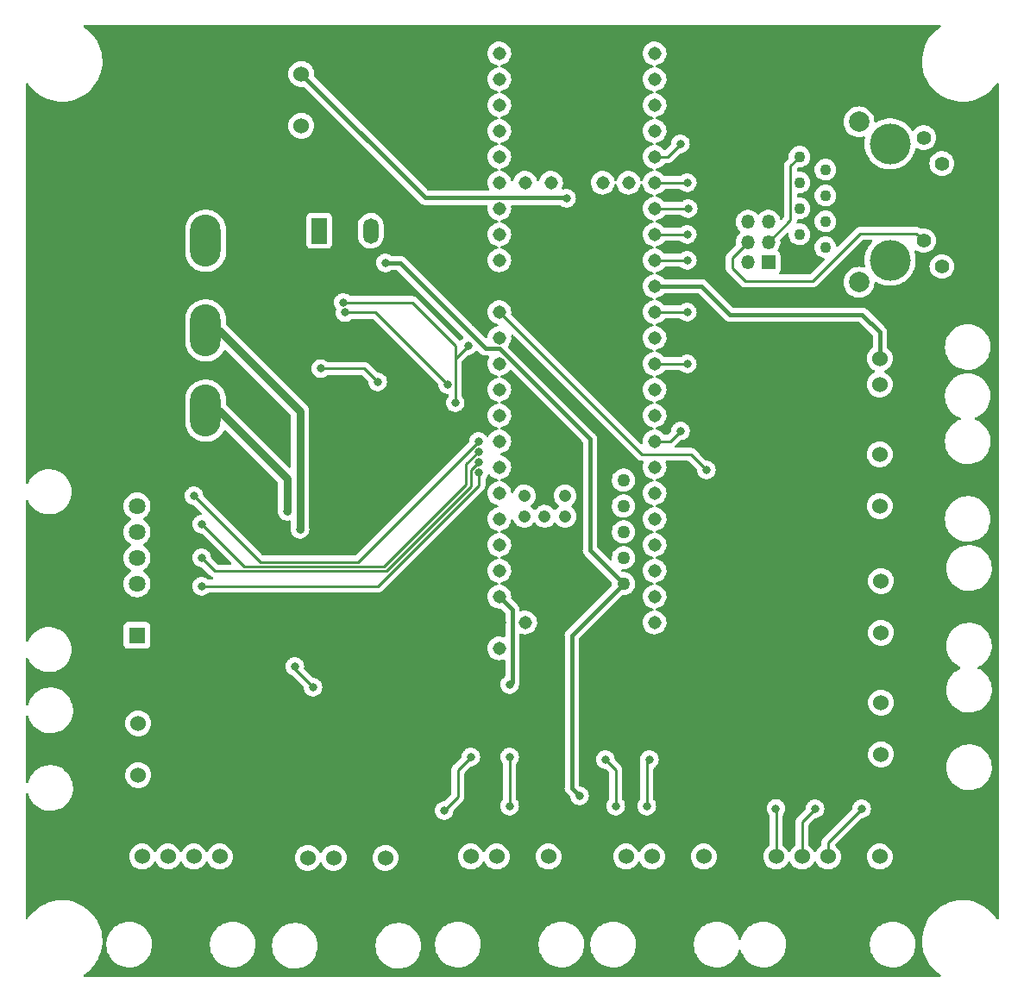
<source format=gbr>
%TF.GenerationSoftware,KiCad,Pcbnew,(6.0.7)*%
%TF.CreationDate,2022-11-16T19:30:54-06:00*%
%TF.ProjectId,ScienceSensor,53636965-6e63-4655-9365-6e736f722e6b,rev?*%
%TF.SameCoordinates,Original*%
%TF.FileFunction,Copper,L2,Bot*%
%TF.FilePolarity,Positive*%
%FSLAX46Y46*%
G04 Gerber Fmt 4.6, Leading zero omitted, Abs format (unit mm)*
G04 Created by KiCad (PCBNEW (6.0.7)) date 2022-11-16 19:30:54*
%MOMM*%
%LPD*%
G01*
G04 APERTURE LIST*
%TA.AperFunction,ComponentPad*%
%ADD10C,1.308000*%
%TD*%
%TA.AperFunction,ComponentPad*%
%ADD11C,1.258000*%
%TD*%
%TA.AperFunction,ComponentPad*%
%ADD12C,1.208000*%
%TD*%
%TA.AperFunction,ComponentPad*%
%ADD13C,1.524000*%
%TD*%
%TA.AperFunction,ComponentPad*%
%ADD14O,3.000000X5.100000*%
%TD*%
%TA.AperFunction,ComponentPad*%
%ADD15R,1.500000X2.500000*%
%TD*%
%TA.AperFunction,ComponentPad*%
%ADD16O,1.500000X2.500000*%
%TD*%
%TA.AperFunction,ComponentPad*%
%ADD17C,1.100000*%
%TD*%
%TA.AperFunction,ComponentPad*%
%ADD18C,1.400000*%
%TD*%
%TA.AperFunction,ComponentPad*%
%ADD19C,4.000000*%
%TD*%
%TA.AperFunction,ComponentPad*%
%ADD20C,2.000000*%
%TD*%
%TA.AperFunction,ComponentPad*%
%ADD21R,1.635000X1.635000*%
%TD*%
%TA.AperFunction,ComponentPad*%
%ADD22C,1.635000*%
%TD*%
%TA.AperFunction,ComponentPad*%
%ADD23R,1.350000X1.350000*%
%TD*%
%TA.AperFunction,ComponentPad*%
%ADD24O,1.350000X1.350000*%
%TD*%
%TA.AperFunction,ViaPad*%
%ADD25C,0.800000*%
%TD*%
%TA.AperFunction,Conductor*%
%ADD26C,0.254000*%
%TD*%
%TA.AperFunction,Conductor*%
%ADD27C,0.381000*%
%TD*%
%TA.AperFunction,Conductor*%
%ADD28C,0.762000*%
%TD*%
G04 APERTURE END LIST*
D10*
%TO.P,U3,0,RX1*%
%TO.N,CH4_TX*%
X158750000Y-105918000D03*
%TO.P,U3,1,TX1*%
%TO.N,CH4_RX*%
X158750000Y-103378000D03*
%TO.P,U3,2,OUT2*%
%TO.N,unconnected-(U3-Pad2)*%
X158750000Y-100838000D03*
%TO.P,U3,3,LRCLK2*%
%TO.N,unconnected-(U3-Pad3)*%
X158750000Y-98298000D03*
%TO.P,U3,3.3V_1,3.3V*%
%TO.N,+3V3*%
X158750000Y-72898000D03*
%TO.P,U3,3.3V_2,3.3V*%
X143510000Y-103378000D03*
%TO.P,U3,3.3V_3,3.3V*%
X153670000Y-62738000D03*
%TO.P,U3,4,BCLK2*%
%TO.N,unconnected-(U3-Pad4)*%
X158750000Y-95758000D03*
%TO.P,U3,5,IN2*%
%TO.N,unconnected-(U3-Pad5)*%
X158750000Y-93218000D03*
D11*
%TO.P,U3,5V,5V*%
%TO.N,+5V*%
X155700000Y-102108000D03*
D10*
%TO.P,U3,6,OUT1D*%
%TO.N,unconnected-(U3-Pad6)*%
X158750000Y-90678000D03*
%TO.P,U3,7,RX2*%
%TO.N,Teensy_O2_RX*%
X158750000Y-88138000D03*
%TO.P,U3,8,TX2*%
%TO.N,Teensy_O2_TX*%
X158750000Y-85598000D03*
%TO.P,U3,9,OUT1C*%
%TO.N,unconnected-(U3-Pad9)*%
X158750000Y-83058000D03*
%TO.P,U3,10,CS1*%
%TO.N,Teensy_NO2_CS*%
X158750000Y-80518000D03*
%TO.P,U3,11,MOSI*%
%TO.N,unconnected-(U3-Pad11)*%
X158750000Y-77978000D03*
%TO.P,U3,12,MISO*%
%TO.N,Teensy_NO2_MISO*%
X158750000Y-75438000D03*
%TO.P,U3,13,SCK*%
%TO.N,Teensy_NO2_SCK*%
X143510000Y-75438000D03*
%TO.P,U3,14,A0*%
%TO.N,Micro_FWD*%
X143510000Y-77978000D03*
%TO.P,U3,15,A1*%
%TO.N,Micro_RVS*%
X143510000Y-80518000D03*
%TO.P,U3,16,A2*%
%TO.N,LED_315*%
X143510000Y-83058000D03*
%TO.P,U3,17,A3*%
%TO.N,LED_280*%
X143510000Y-85598000D03*
%TO.P,U3,18,A4*%
%TO.N,LED_275*%
X143510000Y-88138000D03*
%TO.P,U3,19,A5*%
%TO.N,LED_260*%
X143510000Y-90678000D03*
%TO.P,U3,20,A6*%
%TO.N,unconnected-(U3-Pad20)*%
X143510000Y-93218000D03*
%TO.P,U3,21,A7*%
%TO.N,Micro_ENC*%
X143510000Y-95758000D03*
%TO.P,U3,22,A8*%
%TO.N,NH3*%
X143510000Y-98298000D03*
%TO.P,U3,23,A9*%
%TO.N,unconnected-(U3-Pad23)*%
X143510000Y-100838000D03*
%TO.P,U3,24,A10*%
%TO.N,Photodiode_1*%
X158750000Y-70358000D03*
%TO.P,U3,25,A11*%
%TO.N,Photodiode_2*%
X158750000Y-67818000D03*
%TO.P,U3,26,A12*%
%TO.N,Micro_Servo*%
X158750000Y-65278000D03*
%TO.P,U3,27,A13*%
%TO.N,Micro_LIM*%
X158750000Y-62738000D03*
%TO.P,U3,28,RX7*%
%TO.N,Teensy_CO2_RX*%
X158750000Y-60198000D03*
%TO.P,U3,29,TX7*%
%TO.N,Teensy_CO2_TX*%
X158750000Y-57658000D03*
%TO.P,U3,30,CRX3*%
%TO.N,unconnected-(U3-Pad30)*%
X158750000Y-55118000D03*
%TO.P,U3,31,CTX3*%
%TO.N,unconnected-(U3-Pad31)*%
X158750000Y-52578000D03*
%TO.P,U3,32,OUT1B*%
%TO.N,unconnected-(U3-Pad32)*%
X158750000Y-50038000D03*
%TO.P,U3,33,MCLK2*%
%TO.N,unconnected-(U3-Pad33)*%
X143510000Y-50038000D03*
%TO.P,U3,34,RX8*%
%TO.N,unconnected-(U3-Pad34)*%
X143510000Y-52578000D03*
%TO.P,U3,35,TX8*%
%TO.N,unconnected-(U3-Pad35)*%
X143510000Y-55118000D03*
%TO.P,U3,36,CS2*%
%TO.N,unconnected-(U3-Pad36)*%
X143510000Y-57658000D03*
%TO.P,U3,37,CS3*%
%TO.N,unconnected-(U3-Pad37)*%
X143510000Y-60198000D03*
%TO.P,U3,38,A14*%
%TO.N,unconnected-(U3-Pad38)*%
X143510000Y-62738000D03*
%TO.P,U3,39,A15*%
%TO.N,unconnected-(U3-Pad39)*%
X143510000Y-65278000D03*
%TO.P,U3,40,A16*%
%TO.N,unconnected-(U3-Pad40)*%
X143510000Y-67818000D03*
%TO.P,U3,41,A17*%
%TO.N,unconnected-(U3-Pad41)*%
X143510000Y-70358000D03*
D11*
%TO.P,U3,D+,D+*%
%TO.N,unconnected-(U3-PadD+)*%
X155700000Y-97028000D03*
%TO.P,U3,D-*%
%TO.N,N/C*%
X155700000Y-99568000D03*
D10*
%TO.P,U3,GND1,GND*%
%TO.N,GND*%
X158750000Y-108458000D03*
%TO.P,U3,GND2,GND*%
X143510000Y-72898000D03*
%TO.P,U3,GND3,GND*%
X143510000Y-105918000D03*
%TO.P,U3,GND4,GND*%
X151130000Y-62738000D03*
D12*
%TO.P,U3,GND5,GND*%
X147960000Y-93488000D03*
%TO.P,U3,LED,LED*%
%TO.N,unconnected-(U3-PadLED)*%
X147960000Y-95488000D03*
D10*
%TO.P,U3,ON/OFF,ON/OFF*%
%TO.N,unconnected-(U3-PadON/OFF)*%
X146050000Y-62738000D03*
%TO.P,U3,PROGRAM,PROGRAM*%
%TO.N,unconnected-(U3-PadPROGRAM)*%
X148590000Y-62738000D03*
D12*
%TO.P,U3,R+,R+*%
%TO.N,unconnected-(U3-PadR+)*%
X145960000Y-95488000D03*
%TO.P,U3,R-*%
%TO.N,N/C*%
X145960000Y-93488000D03*
%TO.P,U3,T+,T+*%
%TO.N,unconnected-(U3-PadT+)*%
X149960000Y-93488000D03*
%TO.P,U3,T-*%
%TO.N,N/C*%
X149960000Y-95488000D03*
D11*
%TO.P,U3,USB_GND1,USB_GND*%
%TO.N,unconnected-(U3-PadUSB_GND1)*%
X155700000Y-94488000D03*
%TO.P,U3,USB_GND2,USB_GND*%
X155700000Y-91948000D03*
D10*
%TO.P,U3,VBAT,VBAT*%
%TO.N,unconnected-(U3-PadVBAT)*%
X156210000Y-62738000D03*
%TO.P,U3,VIN,VIN*%
%TO.N,unconnected-(U3-PadVIN)*%
X143510000Y-108458000D03*
%TO.P,U3,VUSB,VUSB*%
%TO.N,unconnected-(U3-PadVUSB)*%
X146050000Y-105918000D03*
%TD*%
D13*
%TO.P,Conn10,1*%
%TO.N,+5V*%
X180848000Y-128905000D03*
%TO.P,Conn10,2*%
%TO.N,GND*%
X178308000Y-128905000D03*
%TO.P,Conn10,3*%
%TO.N,NO2_MISO*%
X175768000Y-128905000D03*
%TO.P,Conn10,4*%
%TO.N,NO2_CS*%
X173228000Y-128905000D03*
%TO.P,Conn10,5*%
%TO.N,NO2_SCK*%
X170688000Y-128905000D03*
%TD*%
%TO.P,Conn12,1*%
%TO.N,+5V*%
X180848000Y-89408000D03*
%TO.P,Conn12,2*%
%TO.N,GND*%
X180848000Y-91948000D03*
%TO.P,Conn12,3*%
%TO.N,Micro_Servo*%
X180848000Y-94488000D03*
%TD*%
%TO.P,Conn13,1*%
%TO.N,+5V*%
X116078000Y-128905000D03*
%TO.P,Conn13,2*%
X113538000Y-128905000D03*
%TO.P,Conn13,3*%
%TO.N,Net-(Conn13-Pad3)*%
X110998000Y-128905000D03*
%TO.P,Conn13,4*%
%TO.N,NH3*%
X108458000Y-128905000D03*
%TD*%
%TO.P,Conn2,1*%
%TO.N,+5V*%
X180975000Y-101854000D03*
%TO.P,Conn2,2*%
%TO.N,GND*%
X180975000Y-104394000D03*
%TO.P,Conn2,3*%
%TO.N,Photodiode_2*%
X180975000Y-106934000D03*
%TD*%
D14*
%TO.P,Conn5,1,GND*%
%TO.N,/M+*%
X114687400Y-77258000D03*
%TO.P,Conn5,2,V+Log*%
%TO.N,/M-*%
X114687400Y-85132000D03*
%TD*%
%TO.P,Conn1,1,GND*%
%TO.N,GND*%
X114687400Y-60579000D03*
%TO.P,Conn1,2,V+Log*%
%TO.N,+12V*%
X114687400Y-68453000D03*
%TD*%
D13*
%TO.P,Conn6,1*%
%TO.N,+12V*%
X108077000Y-120904000D03*
%TO.P,Conn6,2*%
%TO.N,GND*%
X108077000Y-118364000D03*
%TO.P,Conn6,3*%
%TO.N,Micro_ENC*%
X108077000Y-115824000D03*
%TD*%
%TO.P,Conn9,1*%
%TO.N,+5V*%
X148336000Y-128905000D03*
%TO.P,Conn9,2*%
%TO.N,GND*%
X145796000Y-128905000D03*
%TO.P,Conn9,3*%
%TO.N,O2_TX*%
X143256000Y-128905000D03*
%TO.P,Conn9,4*%
%TO.N,O2_RX*%
X140716000Y-128905000D03*
%TD*%
D15*
%TO.P,U1,1,Vin*%
%TO.N,+12V*%
X125815000Y-67454000D03*
D16*
%TO.P,U1,2,GND*%
%TO.N,GND*%
X128355000Y-67454000D03*
%TO.P,U1,3,Vout*%
%TO.N,+5V*%
X130895000Y-67454000D03*
%TD*%
D13*
%TO.P,U2,1,IN*%
%TO.N,+12V*%
X124079000Y-57150000D03*
%TO.P,U2,2,GND*%
%TO.N,GND*%
X124079000Y-54610000D03*
%TO.P,U2,3,OUT*%
%TO.N,+3V3*%
X124079000Y-52070000D03*
%TD*%
%TO.P,Conn8,1*%
%TO.N,+5V*%
X163576000Y-128905000D03*
%TO.P,Conn8,2*%
%TO.N,GND*%
X161036000Y-128905000D03*
%TO.P,Conn8,3*%
%TO.N,CO2_TX*%
X158496000Y-128905000D03*
%TO.P,Conn8,4*%
%TO.N,CO2_RX*%
X155956000Y-128905000D03*
%TD*%
%TO.P,Conn7,1*%
%TO.N,+5V*%
X180975000Y-113792000D03*
%TO.P,Conn7,2*%
%TO.N,GND*%
X180975000Y-116332000D03*
%TO.P,Conn7,3*%
%TO.N,Photodiode_1*%
X180975000Y-118872000D03*
%TD*%
%TO.P,Conn11,1*%
%TO.N,+5V*%
X132334000Y-129032000D03*
%TO.P,Conn11,2*%
%TO.N,GND*%
X129794000Y-129032000D03*
%TO.P,Conn11,3*%
%TO.N,CH4_TX*%
X127254000Y-129032000D03*
%TO.P,Conn11,4*%
%TO.N,CH4_RX*%
X124714000Y-129032000D03*
%TD*%
D17*
%TO.P,J2,1*%
%TO.N,/Tx+*%
X175514000Y-69086000D03*
%TO.P,J2,2*%
%TO.N,Net-(C1-Pad1)*%
X172974000Y-67816000D03*
%TO.P,J2,3*%
%TO.N,/Tx-*%
X175514000Y-66546000D03*
%TO.P,J2,4*%
%TO.N,/Rx+*%
X172974000Y-65276000D03*
%TO.P,J2,5*%
%TO.N,Net-(C1-Pad1)*%
X175514000Y-64006000D03*
%TO.P,J2,6*%
%TO.N,/Rx-*%
X172974000Y-62736000D03*
%TO.P,J2,7*%
%TO.N,unconnected-(J2-Pad7)*%
X175514000Y-61466000D03*
%TO.P,J2,8*%
%TO.N,Net-(C1-Pad2)*%
X172974000Y-60196000D03*
D18*
%TO.P,J2,9*%
X186944000Y-70966000D03*
%TO.P,J2,10*%
%TO.N,Net-(J1-Pad4)*%
X185154000Y-68426000D03*
%TO.P,J2,11*%
%TO.N,unconnected-(J2-Pad11)*%
X186944000Y-60856000D03*
%TO.P,J2,12*%
%TO.N,unconnected-(J2-Pad12)*%
X185154000Y-58316000D03*
D19*
%TO.P,J2,13*%
%TO.N,N/C*%
X181864000Y-70356000D03*
%TO.P,J2,14*%
X181864000Y-58926000D03*
D20*
%TO.P,J2,SH*%
%TO.N,unconnected-(J2-PadSH)*%
X178814000Y-72516000D03*
X178814000Y-56766000D03*
%TD*%
D21*
%TO.P,Conn4,1*%
%TO.N,+12V*%
X107950000Y-107188000D03*
D22*
%TO.P,Conn4,2*%
%TO.N,GND*%
X107950000Y-104648000D03*
%TO.P,Conn4,3*%
%TO.N,LED_260*%
X107950000Y-102108000D03*
%TO.P,Conn4,4*%
%TO.N,LED_275*%
X107950000Y-99568000D03*
%TO.P,Conn4,5*%
%TO.N,LED_280*%
X107950000Y-97028000D03*
%TO.P,Conn4,6*%
%TO.N,LED_315*%
X107950000Y-94488000D03*
%TD*%
D13*
%TO.P,Conn3,1*%
%TO.N,+3V3*%
X180848000Y-80010000D03*
%TO.P,Conn3,2*%
%TO.N,Micro_LIM*%
X180848000Y-82550000D03*
%TD*%
D23*
%TO.P,J1,1,Pin_1*%
%TO.N,/Tx+*%
X169910000Y-70580000D03*
D24*
%TO.P,J1,2,Pin_2*%
%TO.N,/Tx-*%
X167910000Y-70580000D03*
%TO.P,J1,3,Pin_3*%
%TO.N,Net-(C1-Pad2)*%
X169910000Y-68580000D03*
%TO.P,J1,4,Pin_4*%
%TO.N,Net-(J1-Pad4)*%
X167910000Y-68580000D03*
%TO.P,J1,5,Pin_5*%
%TO.N,/Rx-*%
X169910000Y-66580000D03*
%TO.P,J1,6,Pin_6*%
%TO.N,/Rx+*%
X167910000Y-66580000D03*
%TD*%
D25*
%TO.N,GND*%
X180848000Y-98044000D03*
X164084000Y-116332000D03*
X116586000Y-123190000D03*
X178562000Y-113792000D03*
X180848000Y-109728000D03*
X136398000Y-89662000D03*
X180848000Y-85852000D03*
X169418000Y-113792000D03*
X131064000Y-88900000D03*
X131064000Y-91694000D03*
X136398000Y-102616000D03*
X133350000Y-111506000D03*
X147828000Y-123698000D03*
X150622000Y-102870000D03*
X163576000Y-122428000D03*
X147574000Y-87630000D03*
X176784000Y-77216000D03*
X116586000Y-125984000D03*
X160020000Y-124714000D03*
X137414000Y-68072000D03*
X133096000Y-106172000D03*
X131318000Y-104140000D03*
X134366000Y-83058000D03*
X136398000Y-86360000D03*
X114554000Y-114554000D03*
X151384000Y-55626000D03*
X136398000Y-99822000D03*
X134366000Y-121666000D03*
X178562000Y-101600000D03*
X140970000Y-123952000D03*
X149352000Y-70612000D03*
%TO.N,+3V3*%
X144526000Y-112014000D03*
X150114000Y-64262000D03*
%TO.N,/M+*%
X123952000Y-96774000D03*
%TO.N,/M-*%
X122682000Y-94996000D03*
%TO.N,Micro_LIM*%
X161962500Y-62738000D03*
%TO.N,LED_260*%
X141496883Y-91189972D03*
X114300000Y-102362000D03*
%TO.N,LED_275*%
X141491962Y-90167465D03*
X114300000Y-99568000D03*
%TO.N,LED_280*%
X114300000Y-96266000D03*
X141478000Y-89154000D03*
%TO.N,LED_315*%
X141478000Y-88138000D03*
X113538000Y-93472000D03*
%TO.N,+5V*%
X151384000Y-122936000D03*
X132334000Y-70612000D03*
%TO.N,Photodiode_1*%
X161962500Y-70358000D03*
%TO.N,Photodiode_2*%
X161962500Y-67818000D03*
%TO.N,CO2_TX*%
X157988000Y-123952000D03*
X158242000Y-119380000D03*
%TO.N,CO2_RX*%
X153924000Y-119380000D03*
X154940000Y-123952000D03*
%TO.N,O2_TX*%
X144526000Y-119126000D03*
X144526000Y-123952000D03*
%TO.N,O2_RX*%
X140716000Y-119126000D03*
X138099615Y-124383615D03*
%TO.N,NO2_MISO*%
X179070000Y-124206000D03*
%TO.N,NO2_CS*%
X174498000Y-124206000D03*
%TO.N,NO2_SCK*%
X170664500Y-124182500D03*
%TO.N,Micro_Servo*%
X162052000Y-65278000D03*
%TO.N,Micro_FWD*%
X139186286Y-84333714D03*
X128187948Y-74504052D03*
X140462000Y-78740000D03*
%TO.N,Micro_RVS*%
X128367500Y-75487293D03*
X138430000Y-82550000D03*
%TO.N,Teensy_NO2_CS*%
X161962500Y-80518000D03*
%TO.N,Teensy_NO2_MISO*%
X161962500Y-75438000D03*
%TO.N,Teensy_O2_RX*%
X161295714Y-87116286D03*
%TO.N,Teensy_CO2_RX*%
X161290000Y-58928000D03*
%TO.N,Teensy_NO2_SCK*%
X163830000Y-90932000D03*
%TO.N,Net-(R29-Pad1)*%
X125222000Y-112268000D03*
X123444000Y-110236000D03*
%TO.N,Net-(R34-Pad1)*%
X125984000Y-80990500D03*
X131572000Y-82296000D03*
%TD*%
D26*
%TO.N,Net-(C1-Pad2)*%
X172974000Y-60196000D02*
X172097000Y-61073000D01*
X172097000Y-61073000D02*
X172097000Y-66393000D01*
X172097000Y-66393000D02*
X169910000Y-68580000D01*
D27*
%TO.N,+3V3*%
X163322000Y-72898000D02*
X166116000Y-75692000D01*
X136242500Y-64233500D02*
X124079000Y-52070000D01*
X158750000Y-72898000D02*
X163322000Y-72898000D01*
X144526000Y-112014000D02*
X144780000Y-111760000D01*
X144780000Y-111760000D02*
X144780000Y-104648000D01*
X180848000Y-77411001D02*
X180848000Y-80010000D01*
X144780000Y-104648000D02*
X143510000Y-103378000D01*
X150114000Y-64262000D02*
X150085500Y-64233500D01*
X179128999Y-75692000D02*
X180848000Y-77411001D01*
X150085500Y-64233500D02*
X136242500Y-64233500D01*
X166116000Y-75692000D02*
X179128999Y-75692000D01*
D28*
%TO.N,/M+*%
X123952000Y-96774000D02*
X123952000Y-85196800D01*
X123952000Y-85196800D02*
X116013200Y-77258000D01*
X116013200Y-77258000D02*
X114687400Y-77258000D01*
%TO.N,/M-*%
X122682000Y-91800800D02*
X116013200Y-85132000D01*
X122682000Y-94996000D02*
X122682000Y-91800800D01*
X116013200Y-85132000D02*
X114687400Y-85132000D01*
D26*
%TO.N,Micro_LIM*%
X158750000Y-62738000D02*
X161962500Y-62738000D01*
%TO.N,LED_260*%
X141496883Y-92437117D02*
X131572000Y-102362000D01*
X131572000Y-102362000D02*
X114300000Y-102362000D01*
X141496883Y-91189972D02*
X141496883Y-92437117D01*
%TO.N,LED_275*%
X141491962Y-90167465D02*
X140716000Y-90943427D01*
X140716000Y-90943427D02*
X140716000Y-92575948D01*
X140716000Y-92575948D02*
X132399948Y-100892000D01*
X132399948Y-100892000D02*
X115624000Y-100892000D01*
X115624000Y-100892000D02*
X114300000Y-99568000D01*
%TO.N,LED_280*%
X132211896Y-100438000D02*
X118472000Y-100438000D01*
X141478000Y-89154000D02*
X140262000Y-90370000D01*
X140262000Y-92387896D02*
X132211896Y-100438000D01*
X140262000Y-90370000D02*
X140262000Y-92387896D01*
X118472000Y-100438000D02*
X114300000Y-96266000D01*
%TO.N,LED_315*%
X120050000Y-99984000D02*
X113538000Y-93472000D01*
X141478000Y-88138000D02*
X141465866Y-88138000D01*
X141465866Y-88138000D02*
X129619866Y-99984000D01*
X129619866Y-99984000D02*
X120050000Y-99984000D01*
D27*
%TO.N,+5V*%
X152400000Y-98808000D02*
X155700000Y-102108000D01*
X152400000Y-87884000D02*
X152400000Y-98808000D01*
X155700000Y-102108000D02*
X150622000Y-107186000D01*
X140791250Y-77648750D02*
X142165000Y-79022500D01*
X150622000Y-107186000D02*
X150622000Y-122174000D01*
X140076000Y-76933500D02*
X140791250Y-77648750D01*
X142165000Y-79022500D02*
X143538500Y-79022500D01*
X133754500Y-70612000D02*
X140791250Y-77648750D01*
X150622000Y-122174000D02*
X151384000Y-122936000D01*
X143538500Y-79022500D02*
X152400000Y-87884000D01*
X132334000Y-70612000D02*
X133754500Y-70612000D01*
D26*
%TO.N,Photodiode_1*%
X161962500Y-70358000D02*
X158750000Y-70358000D01*
%TO.N,Photodiode_2*%
X158750000Y-67818000D02*
X161962500Y-67818000D01*
%TO.N,CO2_TX*%
X157988000Y-119634000D02*
X158242000Y-119380000D01*
X157988000Y-123952000D02*
X157988000Y-119634000D01*
%TO.N,CO2_RX*%
X154940000Y-120396000D02*
X153924000Y-119380000D01*
X154940000Y-123952000D02*
X154940000Y-120396000D01*
%TO.N,O2_TX*%
X144526000Y-119126000D02*
X144526000Y-123952000D01*
%TO.N,O2_RX*%
X139446000Y-120396000D02*
X140716000Y-119126000D01*
X139446000Y-123037230D02*
X139446000Y-120396000D01*
X138099615Y-124383615D02*
X139446000Y-123037230D01*
%TO.N,NO2_MISO*%
X179070000Y-124206000D02*
X175768000Y-127508000D01*
X175768000Y-127508000D02*
X175768000Y-128905000D01*
%TO.N,NO2_CS*%
X173228000Y-125476000D02*
X173228000Y-128905000D01*
X174498000Y-124206000D02*
X173228000Y-125476000D01*
%TO.N,NO2_SCK*%
X170688000Y-124206000D02*
X170688000Y-128905000D01*
X170664500Y-124182500D02*
X170688000Y-124206000D01*
%TO.N,Micro_Servo*%
X158750000Y-65278000D02*
X162052000Y-65278000D01*
%TO.N,Micro_FWD*%
X134956052Y-74504052D02*
X138430000Y-77978000D01*
X139186286Y-80004286D02*
X139186286Y-84333714D01*
X140462000Y-78740000D02*
X140456286Y-78734286D01*
X139197714Y-80004286D02*
X139186286Y-80004286D01*
X139186286Y-78734286D02*
X139186286Y-80004286D01*
X138430000Y-77978000D02*
X139186286Y-78734286D01*
X140462000Y-78740000D02*
X139197714Y-80004286D01*
X128187948Y-74504052D02*
X134956052Y-74504052D01*
%TO.N,Micro_RVS*%
X131367293Y-75487293D02*
X128367500Y-75487293D01*
X138430000Y-82550000D02*
X131367293Y-75487293D01*
%TO.N,Net-(J1-Pad4)*%
X166370000Y-70120000D02*
X167910000Y-68580000D01*
X185154000Y-68426000D02*
X184454000Y-67726000D01*
X167640000Y-72390000D02*
X166370000Y-71120000D01*
X184454000Y-67726000D02*
X178908000Y-67726000D01*
X178908000Y-67726000D02*
X174244000Y-72390000D01*
X166370000Y-71120000D02*
X166370000Y-70120000D01*
X174244000Y-72390000D02*
X167640000Y-72390000D01*
%TO.N,Teensy_NO2_CS*%
X161962500Y-80518000D02*
X158750000Y-80518000D01*
%TO.N,Teensy_NO2_MISO*%
X161962500Y-75438000D02*
X158750000Y-75438000D01*
%TO.N,Teensy_O2_RX*%
X161295714Y-87116286D02*
X160274000Y-88138000D01*
X160274000Y-88138000D02*
X158750000Y-88138000D01*
%TO.N,Teensy_CO2_RX*%
X161290000Y-58928000D02*
X160020000Y-60198000D01*
X160020000Y-60198000D02*
X158750000Y-60198000D01*
%TO.N,Teensy_NO2_SCK*%
X162306000Y-89408000D02*
X163830000Y-90932000D01*
X157480000Y-89408000D02*
X162306000Y-89408000D01*
X143510000Y-75438000D02*
X157480000Y-89408000D01*
%TO.N,Net-(R29-Pad1)*%
X123444000Y-110490000D02*
X123444000Y-110236000D01*
X125222000Y-112268000D02*
X123444000Y-110490000D01*
%TO.N,Net-(R34-Pad1)*%
X125984000Y-80990500D02*
X130266500Y-80990500D01*
X130266500Y-80990500D02*
X131572000Y-82296000D01*
%TD*%
%TA.AperFunction,Conductor*%
%TO.N,GND*%
G36*
X186793507Y-47264502D02*
G01*
X186840000Y-47318158D01*
X186850104Y-47388432D01*
X186820610Y-47453012D01*
X186790939Y-47478105D01*
X186739669Y-47509339D01*
X186423899Y-47747721D01*
X186421617Y-47749831D01*
X186421608Y-47749838D01*
X186304541Y-47858054D01*
X186133366Y-48016287D01*
X186131294Y-48018625D01*
X186131289Y-48018630D01*
X185873028Y-48310029D01*
X185873023Y-48310035D01*
X185870944Y-48312381D01*
X185639227Y-48633074D01*
X185440507Y-48975196D01*
X185439217Y-48978033D01*
X185439215Y-48978037D01*
X185278041Y-49332521D01*
X185276749Y-49335363D01*
X185275747Y-49338316D01*
X185275745Y-49338320D01*
X185235056Y-49458187D01*
X185149572Y-49710013D01*
X185060234Y-50095443D01*
X185009619Y-50487839D01*
X184998227Y-50883322D01*
X184998448Y-50886441D01*
X184998448Y-50886448D01*
X185013890Y-51104546D01*
X185026170Y-51277982D01*
X185093173Y-51667915D01*
X185094005Y-51670924D01*
X185094006Y-51670930D01*
X185141626Y-51843224D01*
X185198572Y-52049265D01*
X185199702Y-52052185D01*
X185199703Y-52052189D01*
X185306301Y-52327726D01*
X185341326Y-52418261D01*
X185342741Y-52421055D01*
X185342744Y-52421063D01*
X185445885Y-52624804D01*
X185520023Y-52771255D01*
X185521714Y-52773904D01*
X185521715Y-52773906D01*
X185646535Y-52969457D01*
X185732895Y-53104755D01*
X185977838Y-53415463D01*
X185980013Y-53417719D01*
X185980018Y-53417725D01*
X186041275Y-53481269D01*
X186252429Y-53700308D01*
X186254822Y-53702341D01*
X186551559Y-53954438D01*
X186551567Y-53954445D01*
X186553954Y-53956472D01*
X186556534Y-53958255D01*
X186876857Y-54179645D01*
X186876866Y-54179650D01*
X186879429Y-54181422D01*
X186882164Y-54182935D01*
X186882169Y-54182938D01*
X186905231Y-54195695D01*
X187225638Y-54372934D01*
X187228507Y-54374167D01*
X187228518Y-54374172D01*
X187586287Y-54527881D01*
X187589155Y-54529113D01*
X187592132Y-54530054D01*
X187592136Y-54530056D01*
X187720911Y-54570782D01*
X187966387Y-54648416D01*
X188353603Y-54729662D01*
X188356721Y-54729998D01*
X188744522Y-54771785D01*
X188744525Y-54771785D01*
X188746973Y-54772049D01*
X188749436Y-54772120D01*
X188749437Y-54772120D01*
X188753086Y-54772225D01*
X188804291Y-54773700D01*
X189075352Y-54773700D01*
X189076915Y-54773622D01*
X189076923Y-54773622D01*
X189173291Y-54768824D01*
X189371158Y-54758974D01*
X189374243Y-54758510D01*
X189374245Y-54758510D01*
X189759316Y-54700617D01*
X189762409Y-54700152D01*
X189784928Y-54694433D01*
X190142839Y-54603535D01*
X190142842Y-54603534D01*
X190145882Y-54602762D01*
X190148830Y-54601692D01*
X190514849Y-54468834D01*
X190514859Y-54468830D01*
X190517787Y-54467767D01*
X190874446Y-54296502D01*
X191212331Y-54090661D01*
X191413579Y-53938734D01*
X191525607Y-53854162D01*
X191525610Y-53854160D01*
X191528101Y-53852279D01*
X191530383Y-53850169D01*
X191530392Y-53850162D01*
X191794220Y-53606281D01*
X191818634Y-53583713D01*
X191854744Y-53542970D01*
X192078972Y-53289971D01*
X192078977Y-53289965D01*
X192081056Y-53287619D01*
X192096592Y-53266117D01*
X192303370Y-52979940D01*
X192359479Y-52936439D01*
X192430199Y-52930179D01*
X192493077Y-52963146D01*
X192528150Y-53024874D01*
X192531500Y-53053734D01*
X192531500Y-134913080D01*
X192511498Y-134981201D01*
X192457842Y-135027694D01*
X192387568Y-135037798D01*
X192322988Y-135008304D01*
X192299292Y-134980872D01*
X192251672Y-134906266D01*
X192219105Y-134855245D01*
X191974162Y-134544537D01*
X191971987Y-134542281D01*
X191971982Y-134542275D01*
X191809922Y-134374164D01*
X191699571Y-134259692D01*
X191696999Y-134257507D01*
X191400441Y-134005562D01*
X191400433Y-134005555D01*
X191398046Y-134003528D01*
X191203891Y-133869339D01*
X191075143Y-133780355D01*
X191075134Y-133780350D01*
X191072571Y-133778578D01*
X191069836Y-133777065D01*
X191069831Y-133777062D01*
X190862080Y-133662141D01*
X190726362Y-133587066D01*
X190723493Y-133585833D01*
X190723482Y-133585828D01*
X190365713Y-133432119D01*
X190365710Y-133432118D01*
X190362845Y-133430887D01*
X190359868Y-133429946D01*
X190359864Y-133429944D01*
X190231089Y-133389218D01*
X189985613Y-133311584D01*
X189598397Y-133230338D01*
X189595279Y-133230002D01*
X189207478Y-133188215D01*
X189207475Y-133188215D01*
X189205027Y-133187951D01*
X189202564Y-133187880D01*
X189202563Y-133187880D01*
X189198914Y-133187775D01*
X189147709Y-133186300D01*
X188876648Y-133186300D01*
X188875085Y-133186378D01*
X188875077Y-133186378D01*
X188778709Y-133191176D01*
X188580842Y-133201026D01*
X188577757Y-133201490D01*
X188577755Y-133201490D01*
X188388110Y-133230002D01*
X188189591Y-133259848D01*
X188186556Y-133260619D01*
X188186555Y-133260619D01*
X187809161Y-133356465D01*
X187809158Y-133356466D01*
X187806118Y-133357238D01*
X187803171Y-133358308D01*
X187803170Y-133358308D01*
X187437151Y-133491166D01*
X187437141Y-133491170D01*
X187434213Y-133492233D01*
X187077554Y-133663498D01*
X186739669Y-133869339D01*
X186423899Y-134107721D01*
X186421617Y-134109831D01*
X186421608Y-134109838D01*
X186261697Y-134257659D01*
X186133366Y-134376287D01*
X186131294Y-134378625D01*
X186131289Y-134378630D01*
X185873028Y-134670029D01*
X185873023Y-134670035D01*
X185870944Y-134672381D01*
X185639227Y-134993074D01*
X185440507Y-135335196D01*
X185439217Y-135338033D01*
X185439215Y-135338037D01*
X185315441Y-135610264D01*
X185276749Y-135695363D01*
X185275747Y-135698316D01*
X185275745Y-135698320D01*
X185263162Y-135735389D01*
X185149572Y-136070013D01*
X185060234Y-136455443D01*
X185009619Y-136847839D01*
X184998227Y-137243322D01*
X184998448Y-137246441D01*
X184998448Y-137246448D01*
X185010628Y-137418477D01*
X185026170Y-137637982D01*
X185093173Y-138027915D01*
X185094005Y-138030924D01*
X185094006Y-138030930D01*
X185133278Y-138173021D01*
X185198572Y-138409265D01*
X185199702Y-138412185D01*
X185199703Y-138412189D01*
X185334290Y-138760073D01*
X185341326Y-138778261D01*
X185342741Y-138781055D01*
X185342744Y-138781063D01*
X185509253Y-139109981D01*
X185520023Y-139131255D01*
X185521714Y-139133904D01*
X185521715Y-139133906D01*
X185625654Y-139296744D01*
X185732895Y-139464755D01*
X185977838Y-139775463D01*
X185980013Y-139777719D01*
X185980018Y-139777725D01*
X186085201Y-139886835D01*
X186252429Y-140060308D01*
X186254822Y-140062341D01*
X186551559Y-140314438D01*
X186551567Y-140314445D01*
X186553954Y-140316472D01*
X186556534Y-140318255D01*
X186799019Y-140485847D01*
X186843685Y-140541033D01*
X186851426Y-140611606D01*
X186819782Y-140675161D01*
X186758802Y-140711519D01*
X186727380Y-140715500D01*
X102834614Y-140715500D01*
X102766493Y-140695498D01*
X102720000Y-140641842D01*
X102709896Y-140571568D01*
X102739390Y-140506988D01*
X102769061Y-140481895D01*
X102817647Y-140452296D01*
X102820331Y-140450661D01*
X103136101Y-140212279D01*
X103138383Y-140210169D01*
X103138392Y-140210162D01*
X103424337Y-139945836D01*
X103426634Y-139943713D01*
X103464047Y-139901500D01*
X103686972Y-139649971D01*
X103686977Y-139649965D01*
X103689056Y-139647619D01*
X103724377Y-139598736D01*
X103802707Y-139490328D01*
X103920773Y-139326926D01*
X104119493Y-138984804D01*
X104164833Y-138885085D01*
X104281959Y-138627479D01*
X104281960Y-138627476D01*
X104283251Y-138624637D01*
X104410428Y-138249987D01*
X104499766Y-137864557D01*
X104535454Y-137587880D01*
X104949992Y-137587880D01*
X104950355Y-137592028D01*
X104950355Y-137592032D01*
X104975487Y-137879293D01*
X104975488Y-137879301D01*
X104975852Y-137883459D01*
X105040577Y-138173021D01*
X105042019Y-138176941D01*
X105042021Y-138176947D01*
X105127497Y-138409265D01*
X105143029Y-138451480D01*
X105144980Y-138455180D01*
X105144982Y-138455185D01*
X105235823Y-138627479D01*
X105281410Y-138713942D01*
X105453288Y-138955797D01*
X105655642Y-139172796D01*
X105884918Y-139361125D01*
X106137088Y-139517477D01*
X106407722Y-139639105D01*
X106580390Y-139690580D01*
X106688065Y-139722679D01*
X106688067Y-139722679D01*
X106692064Y-139723871D01*
X106696184Y-139724524D01*
X106696186Y-139724524D01*
X106815106Y-139743359D01*
X106985119Y-139770286D01*
X107030146Y-139772331D01*
X107076497Y-139774436D01*
X107076516Y-139774436D01*
X107077916Y-139774500D01*
X107263264Y-139774500D01*
X107484056Y-139759835D01*
X107774910Y-139701188D01*
X108055453Y-139604590D01*
X108059196Y-139602716D01*
X108059200Y-139602714D01*
X108317012Y-139473611D01*
X108317014Y-139473610D01*
X108320756Y-139471736D01*
X108487413Y-139358476D01*
X108562699Y-139307312D01*
X108562702Y-139307310D01*
X108566158Y-139304961D01*
X108787346Y-139107196D01*
X108808259Y-139082797D01*
X108977718Y-138885085D01*
X108980436Y-138881914D01*
X109004828Y-138844354D01*
X109139763Y-138636572D01*
X109139765Y-138636569D01*
X109142035Y-138633073D01*
X109144692Y-138627479D01*
X109210892Y-138488060D01*
X109269304Y-138365046D01*
X109290181Y-138300021D01*
X109358726Y-138086530D01*
X109358727Y-138086524D01*
X109360006Y-138082542D01*
X109395091Y-137887548D01*
X109411809Y-137794632D01*
X109411810Y-137794627D01*
X109412548Y-137790523D01*
X109415795Y-137719032D01*
X109421751Y-137587880D01*
X115109992Y-137587880D01*
X115110355Y-137592028D01*
X115110355Y-137592032D01*
X115135487Y-137879293D01*
X115135488Y-137879301D01*
X115135852Y-137883459D01*
X115200577Y-138173021D01*
X115202019Y-138176941D01*
X115202021Y-138176947D01*
X115287497Y-138409265D01*
X115303029Y-138451480D01*
X115304980Y-138455180D01*
X115304982Y-138455185D01*
X115395823Y-138627479D01*
X115441410Y-138713942D01*
X115613288Y-138955797D01*
X115815642Y-139172796D01*
X116044918Y-139361125D01*
X116297088Y-139517477D01*
X116567722Y-139639105D01*
X116740390Y-139690580D01*
X116848065Y-139722679D01*
X116848067Y-139722679D01*
X116852064Y-139723871D01*
X116856184Y-139724524D01*
X116856186Y-139724524D01*
X116975106Y-139743359D01*
X117145119Y-139770286D01*
X117190146Y-139772331D01*
X117236497Y-139774436D01*
X117236516Y-139774436D01*
X117237916Y-139774500D01*
X117423264Y-139774500D01*
X117644056Y-139759835D01*
X117934910Y-139701188D01*
X118215453Y-139604590D01*
X118219196Y-139602716D01*
X118219200Y-139602714D01*
X118477012Y-139473611D01*
X118477014Y-139473610D01*
X118480756Y-139471736D01*
X118647413Y-139358476D01*
X118722699Y-139307312D01*
X118722702Y-139307310D01*
X118726158Y-139304961D01*
X118947346Y-139107196D01*
X118968259Y-139082797D01*
X119137718Y-138885085D01*
X119140436Y-138881914D01*
X119164828Y-138844354D01*
X119299763Y-138636572D01*
X119299765Y-138636569D01*
X119302035Y-138633073D01*
X119304692Y-138627479D01*
X119370892Y-138488060D01*
X119429304Y-138365046D01*
X119450181Y-138300021D01*
X119518726Y-138086530D01*
X119518727Y-138086524D01*
X119520006Y-138082542D01*
X119555091Y-137887548D01*
X119571809Y-137794632D01*
X119571810Y-137794627D01*
X119572548Y-137790523D01*
X119575795Y-137719032D01*
X119575984Y-137714880D01*
X121205992Y-137714880D01*
X121206355Y-137719028D01*
X121206355Y-137719032D01*
X121231487Y-138006293D01*
X121231488Y-138006301D01*
X121231852Y-138010459D01*
X121232766Y-138014548D01*
X121251298Y-138097453D01*
X121296577Y-138300021D01*
X121298019Y-138303941D01*
X121298021Y-138303947D01*
X121368619Y-138495827D01*
X121399029Y-138578480D01*
X121400980Y-138582180D01*
X121400982Y-138582185D01*
X121504362Y-138778261D01*
X121537410Y-138840942D01*
X121709288Y-139082797D01*
X121911642Y-139299796D01*
X122140918Y-139488125D01*
X122393088Y-139644477D01*
X122663722Y-139766105D01*
X122695113Y-139775463D01*
X122944065Y-139849679D01*
X122944067Y-139849679D01*
X122948064Y-139850871D01*
X122952184Y-139851524D01*
X122952186Y-139851524D01*
X123071106Y-139870359D01*
X123241119Y-139897286D01*
X123286146Y-139899331D01*
X123332497Y-139901436D01*
X123332516Y-139901436D01*
X123333916Y-139901500D01*
X123519264Y-139901500D01*
X123740056Y-139886835D01*
X124030910Y-139828188D01*
X124217767Y-139763848D01*
X124307489Y-139732955D01*
X124307490Y-139732954D01*
X124311453Y-139731590D01*
X124315196Y-139729716D01*
X124315200Y-139729714D01*
X124573012Y-139600611D01*
X124573014Y-139600610D01*
X124576756Y-139598736D01*
X124679135Y-139529159D01*
X124818699Y-139434312D01*
X124818702Y-139434310D01*
X124822158Y-139431961D01*
X125043346Y-139234196D01*
X125236436Y-139008914D01*
X125273143Y-138952390D01*
X125395763Y-138763572D01*
X125395765Y-138763569D01*
X125398035Y-138760073D01*
X125421699Y-138710238D01*
X125463749Y-138621680D01*
X125525304Y-138492046D01*
X125537139Y-138455185D01*
X125614726Y-138213530D01*
X125614727Y-138213524D01*
X125616006Y-138209542D01*
X125651757Y-138010843D01*
X125667809Y-137921632D01*
X125667810Y-137921627D01*
X125668548Y-137917523D01*
X125669910Y-137887548D01*
X125677751Y-137714880D01*
X131365992Y-137714880D01*
X131366355Y-137719028D01*
X131366355Y-137719032D01*
X131391487Y-138006293D01*
X131391488Y-138006301D01*
X131391852Y-138010459D01*
X131392766Y-138014548D01*
X131411298Y-138097453D01*
X131456577Y-138300021D01*
X131458019Y-138303941D01*
X131458021Y-138303947D01*
X131528619Y-138495827D01*
X131559029Y-138578480D01*
X131560980Y-138582180D01*
X131560982Y-138582185D01*
X131664362Y-138778261D01*
X131697410Y-138840942D01*
X131869288Y-139082797D01*
X132071642Y-139299796D01*
X132300918Y-139488125D01*
X132553088Y-139644477D01*
X132823722Y-139766105D01*
X132855113Y-139775463D01*
X133104065Y-139849679D01*
X133104067Y-139849679D01*
X133108064Y-139850871D01*
X133112184Y-139851524D01*
X133112186Y-139851524D01*
X133231106Y-139870359D01*
X133401119Y-139897286D01*
X133446146Y-139899331D01*
X133492497Y-139901436D01*
X133492516Y-139901436D01*
X133493916Y-139901500D01*
X133679264Y-139901500D01*
X133900056Y-139886835D01*
X134190910Y-139828188D01*
X134377767Y-139763848D01*
X134467489Y-139732955D01*
X134467490Y-139732954D01*
X134471453Y-139731590D01*
X134475196Y-139729716D01*
X134475200Y-139729714D01*
X134733012Y-139600611D01*
X134733014Y-139600610D01*
X134736756Y-139598736D01*
X134839135Y-139529159D01*
X134978699Y-139434312D01*
X134978702Y-139434310D01*
X134982158Y-139431961D01*
X135203346Y-139234196D01*
X135396436Y-139008914D01*
X135433143Y-138952390D01*
X135555763Y-138763572D01*
X135555765Y-138763569D01*
X135558035Y-138760073D01*
X135581699Y-138710238D01*
X135623749Y-138621680D01*
X135685304Y-138492046D01*
X135697139Y-138455185D01*
X135774726Y-138213530D01*
X135774727Y-138213524D01*
X135776006Y-138209542D01*
X135811757Y-138010843D01*
X135827809Y-137921632D01*
X135827810Y-137921627D01*
X135828548Y-137917523D01*
X135829910Y-137887548D01*
X135841819Y-137625290D01*
X135841819Y-137625285D01*
X135842008Y-137621120D01*
X135839100Y-137587880D01*
X137207992Y-137587880D01*
X137208355Y-137592028D01*
X137208355Y-137592032D01*
X137233487Y-137879293D01*
X137233488Y-137879301D01*
X137233852Y-137883459D01*
X137298577Y-138173021D01*
X137300019Y-138176941D01*
X137300021Y-138176947D01*
X137385497Y-138409265D01*
X137401029Y-138451480D01*
X137402980Y-138455180D01*
X137402982Y-138455185D01*
X137493823Y-138627479D01*
X137539410Y-138713942D01*
X137711288Y-138955797D01*
X137913642Y-139172796D01*
X138142918Y-139361125D01*
X138395088Y-139517477D01*
X138665722Y-139639105D01*
X138838390Y-139690580D01*
X138946065Y-139722679D01*
X138946067Y-139722679D01*
X138950064Y-139723871D01*
X138954184Y-139724524D01*
X138954186Y-139724524D01*
X139073106Y-139743359D01*
X139243119Y-139770286D01*
X139288146Y-139772331D01*
X139334497Y-139774436D01*
X139334516Y-139774436D01*
X139335916Y-139774500D01*
X139521264Y-139774500D01*
X139742056Y-139759835D01*
X140032910Y-139701188D01*
X140313453Y-139604590D01*
X140317196Y-139602716D01*
X140317200Y-139602714D01*
X140575012Y-139473611D01*
X140575014Y-139473610D01*
X140578756Y-139471736D01*
X140745413Y-139358476D01*
X140820699Y-139307312D01*
X140820702Y-139307310D01*
X140824158Y-139304961D01*
X141045346Y-139107196D01*
X141066259Y-139082797D01*
X141235718Y-138885085D01*
X141238436Y-138881914D01*
X141262828Y-138844354D01*
X141397763Y-138636572D01*
X141397765Y-138636569D01*
X141400035Y-138633073D01*
X141402692Y-138627479D01*
X141468892Y-138488060D01*
X141527304Y-138365046D01*
X141548181Y-138300021D01*
X141616726Y-138086530D01*
X141616727Y-138086524D01*
X141618006Y-138082542D01*
X141653091Y-137887548D01*
X141669809Y-137794632D01*
X141669810Y-137794627D01*
X141670548Y-137790523D01*
X141673795Y-137719032D01*
X141679751Y-137587880D01*
X147367992Y-137587880D01*
X147368355Y-137592028D01*
X147368355Y-137592032D01*
X147393487Y-137879293D01*
X147393488Y-137879301D01*
X147393852Y-137883459D01*
X147458577Y-138173021D01*
X147460019Y-138176941D01*
X147460021Y-138176947D01*
X147545497Y-138409265D01*
X147561029Y-138451480D01*
X147562980Y-138455180D01*
X147562982Y-138455185D01*
X147653823Y-138627479D01*
X147699410Y-138713942D01*
X147871288Y-138955797D01*
X148073642Y-139172796D01*
X148302918Y-139361125D01*
X148555088Y-139517477D01*
X148825722Y-139639105D01*
X148998390Y-139690580D01*
X149106065Y-139722679D01*
X149106067Y-139722679D01*
X149110064Y-139723871D01*
X149114184Y-139724524D01*
X149114186Y-139724524D01*
X149233106Y-139743359D01*
X149403119Y-139770286D01*
X149448146Y-139772331D01*
X149494497Y-139774436D01*
X149494516Y-139774436D01*
X149495916Y-139774500D01*
X149681264Y-139774500D01*
X149902056Y-139759835D01*
X150192910Y-139701188D01*
X150473453Y-139604590D01*
X150477196Y-139602716D01*
X150477200Y-139602714D01*
X150735012Y-139473611D01*
X150735014Y-139473610D01*
X150738756Y-139471736D01*
X150905413Y-139358476D01*
X150980699Y-139307312D01*
X150980702Y-139307310D01*
X150984158Y-139304961D01*
X151205346Y-139107196D01*
X151226259Y-139082797D01*
X151395718Y-138885085D01*
X151398436Y-138881914D01*
X151422828Y-138844354D01*
X151557763Y-138636572D01*
X151557765Y-138636569D01*
X151560035Y-138633073D01*
X151562692Y-138627479D01*
X151628892Y-138488060D01*
X151687304Y-138365046D01*
X151708181Y-138300021D01*
X151776726Y-138086530D01*
X151776727Y-138086524D01*
X151778006Y-138082542D01*
X151813091Y-137887548D01*
X151829809Y-137794632D01*
X151829810Y-137794627D01*
X151830548Y-137790523D01*
X151833795Y-137719032D01*
X151839751Y-137587880D01*
X152447992Y-137587880D01*
X152448355Y-137592028D01*
X152448355Y-137592032D01*
X152473487Y-137879293D01*
X152473488Y-137879301D01*
X152473852Y-137883459D01*
X152538577Y-138173021D01*
X152540019Y-138176941D01*
X152540021Y-138176947D01*
X152625497Y-138409265D01*
X152641029Y-138451480D01*
X152642980Y-138455180D01*
X152642982Y-138455185D01*
X152733823Y-138627479D01*
X152779410Y-138713942D01*
X152951288Y-138955797D01*
X153153642Y-139172796D01*
X153382918Y-139361125D01*
X153635088Y-139517477D01*
X153905722Y-139639105D01*
X154078390Y-139690580D01*
X154186065Y-139722679D01*
X154186067Y-139722679D01*
X154190064Y-139723871D01*
X154194184Y-139724524D01*
X154194186Y-139724524D01*
X154313106Y-139743359D01*
X154483119Y-139770286D01*
X154528146Y-139772331D01*
X154574497Y-139774436D01*
X154574516Y-139774436D01*
X154575916Y-139774500D01*
X154761264Y-139774500D01*
X154982056Y-139759835D01*
X155272910Y-139701188D01*
X155553453Y-139604590D01*
X155557196Y-139602716D01*
X155557200Y-139602714D01*
X155815012Y-139473611D01*
X155815014Y-139473610D01*
X155818756Y-139471736D01*
X155985413Y-139358476D01*
X156060699Y-139307312D01*
X156060702Y-139307310D01*
X156064158Y-139304961D01*
X156285346Y-139107196D01*
X156306259Y-139082797D01*
X156475718Y-138885085D01*
X156478436Y-138881914D01*
X156502828Y-138844354D01*
X156637763Y-138636572D01*
X156637765Y-138636569D01*
X156640035Y-138633073D01*
X156642692Y-138627479D01*
X156708892Y-138488060D01*
X156767304Y-138365046D01*
X156788181Y-138300021D01*
X156856726Y-138086530D01*
X156856727Y-138086524D01*
X156858006Y-138082542D01*
X156893091Y-137887548D01*
X156909809Y-137794632D01*
X156909810Y-137794627D01*
X156910548Y-137790523D01*
X156913795Y-137719032D01*
X156919751Y-137587880D01*
X162607992Y-137587880D01*
X162608355Y-137592028D01*
X162608355Y-137592032D01*
X162633487Y-137879293D01*
X162633488Y-137879301D01*
X162633852Y-137883459D01*
X162698577Y-138173021D01*
X162700019Y-138176941D01*
X162700021Y-138176947D01*
X162785497Y-138409265D01*
X162801029Y-138451480D01*
X162802980Y-138455180D01*
X162802982Y-138455185D01*
X162893823Y-138627479D01*
X162939410Y-138713942D01*
X163111288Y-138955797D01*
X163313642Y-139172796D01*
X163542918Y-139361125D01*
X163795088Y-139517477D01*
X164065722Y-139639105D01*
X164238390Y-139690580D01*
X164346065Y-139722679D01*
X164346067Y-139722679D01*
X164350064Y-139723871D01*
X164354184Y-139724524D01*
X164354186Y-139724524D01*
X164473106Y-139743359D01*
X164643119Y-139770286D01*
X164688146Y-139772331D01*
X164734497Y-139774436D01*
X164734516Y-139774436D01*
X164735916Y-139774500D01*
X164921264Y-139774500D01*
X165142056Y-139759835D01*
X165432910Y-139701188D01*
X165713453Y-139604590D01*
X165717196Y-139602716D01*
X165717200Y-139602714D01*
X165975012Y-139473611D01*
X165975014Y-139473610D01*
X165978756Y-139471736D01*
X166145413Y-139358476D01*
X166220699Y-139307312D01*
X166220702Y-139307310D01*
X166224158Y-139304961D01*
X166445346Y-139107196D01*
X166466259Y-139082797D01*
X166635718Y-138885085D01*
X166638436Y-138881914D01*
X166662828Y-138844354D01*
X166797763Y-138636572D01*
X166797765Y-138636569D01*
X166800035Y-138633073D01*
X166802692Y-138627479D01*
X166868892Y-138488060D01*
X166927304Y-138365046D01*
X166948181Y-138300021D01*
X167013219Y-138097453D01*
X167053088Y-138038708D01*
X167118387Y-138010843D01*
X167188386Y-138022705D01*
X167240859Y-138070529D01*
X167256150Y-138108479D01*
X167270577Y-138173021D01*
X167272019Y-138176941D01*
X167272021Y-138176947D01*
X167357497Y-138409265D01*
X167373029Y-138451480D01*
X167374980Y-138455180D01*
X167374982Y-138455185D01*
X167465823Y-138627479D01*
X167511410Y-138713942D01*
X167683288Y-138955797D01*
X167885642Y-139172796D01*
X168114918Y-139361125D01*
X168367088Y-139517477D01*
X168637722Y-139639105D01*
X168810390Y-139690580D01*
X168918065Y-139722679D01*
X168918067Y-139722679D01*
X168922064Y-139723871D01*
X168926184Y-139724524D01*
X168926186Y-139724524D01*
X169045106Y-139743359D01*
X169215119Y-139770286D01*
X169260146Y-139772331D01*
X169306497Y-139774436D01*
X169306516Y-139774436D01*
X169307916Y-139774500D01*
X169493264Y-139774500D01*
X169714056Y-139759835D01*
X170004910Y-139701188D01*
X170285453Y-139604590D01*
X170289196Y-139602716D01*
X170289200Y-139602714D01*
X170547012Y-139473611D01*
X170547014Y-139473610D01*
X170550756Y-139471736D01*
X170717413Y-139358476D01*
X170792699Y-139307312D01*
X170792702Y-139307310D01*
X170796158Y-139304961D01*
X171017346Y-139107196D01*
X171038259Y-139082797D01*
X171207718Y-138885085D01*
X171210436Y-138881914D01*
X171234828Y-138844354D01*
X171369763Y-138636572D01*
X171369765Y-138636569D01*
X171372035Y-138633073D01*
X171374692Y-138627479D01*
X171440892Y-138488060D01*
X171499304Y-138365046D01*
X171520181Y-138300021D01*
X171588726Y-138086530D01*
X171588727Y-138086524D01*
X171590006Y-138082542D01*
X171625091Y-137887548D01*
X171641809Y-137794632D01*
X171641810Y-137794627D01*
X171642548Y-137790523D01*
X171645795Y-137719032D01*
X171651751Y-137587880D01*
X179879992Y-137587880D01*
X179880355Y-137592028D01*
X179880355Y-137592032D01*
X179905487Y-137879293D01*
X179905488Y-137879301D01*
X179905852Y-137883459D01*
X179970577Y-138173021D01*
X179972019Y-138176941D01*
X179972021Y-138176947D01*
X180057497Y-138409265D01*
X180073029Y-138451480D01*
X180074980Y-138455180D01*
X180074982Y-138455185D01*
X180165823Y-138627479D01*
X180211410Y-138713942D01*
X180383288Y-138955797D01*
X180585642Y-139172796D01*
X180814918Y-139361125D01*
X181067088Y-139517477D01*
X181337722Y-139639105D01*
X181510390Y-139690580D01*
X181618065Y-139722679D01*
X181618067Y-139722679D01*
X181622064Y-139723871D01*
X181626184Y-139724524D01*
X181626186Y-139724524D01*
X181745106Y-139743359D01*
X181915119Y-139770286D01*
X181960146Y-139772331D01*
X182006497Y-139774436D01*
X182006516Y-139774436D01*
X182007916Y-139774500D01*
X182193264Y-139774500D01*
X182414056Y-139759835D01*
X182704910Y-139701188D01*
X182985453Y-139604590D01*
X182989196Y-139602716D01*
X182989200Y-139602714D01*
X183247012Y-139473611D01*
X183247014Y-139473610D01*
X183250756Y-139471736D01*
X183417413Y-139358476D01*
X183492699Y-139307312D01*
X183492702Y-139307310D01*
X183496158Y-139304961D01*
X183717346Y-139107196D01*
X183738259Y-139082797D01*
X183907718Y-138885085D01*
X183910436Y-138881914D01*
X183934828Y-138844354D01*
X184069763Y-138636572D01*
X184069765Y-138636569D01*
X184072035Y-138633073D01*
X184074692Y-138627479D01*
X184140892Y-138488060D01*
X184199304Y-138365046D01*
X184220181Y-138300021D01*
X184288726Y-138086530D01*
X184288727Y-138086524D01*
X184290006Y-138082542D01*
X184325091Y-137887548D01*
X184341809Y-137794632D01*
X184341810Y-137794627D01*
X184342548Y-137790523D01*
X184345795Y-137719032D01*
X184355819Y-137498290D01*
X184355819Y-137498285D01*
X184356008Y-137494120D01*
X184353813Y-137469026D01*
X184330513Y-137202707D01*
X184330512Y-137202699D01*
X184330148Y-137198541D01*
X184314956Y-137130577D01*
X184266336Y-136913063D01*
X184266336Y-136913061D01*
X184265423Y-136908979D01*
X184242966Y-136847940D01*
X184164418Y-136634452D01*
X184164416Y-136634448D01*
X184162971Y-136630520D01*
X184134188Y-136575927D01*
X184026543Y-136371762D01*
X184026542Y-136371761D01*
X184024590Y-136368058D01*
X183852712Y-136126203D01*
X183650358Y-135909204D01*
X183421082Y-135720875D01*
X183168912Y-135564523D01*
X182898278Y-135442895D01*
X182705214Y-135385340D01*
X182617935Y-135359321D01*
X182617933Y-135359321D01*
X182613936Y-135358129D01*
X182609816Y-135357476D01*
X182609814Y-135357476D01*
X182487079Y-135338037D01*
X182320881Y-135311714D01*
X182275854Y-135309669D01*
X182229503Y-135307564D01*
X182229484Y-135307564D01*
X182228084Y-135307500D01*
X182042736Y-135307500D01*
X181821944Y-135322165D01*
X181531090Y-135380812D01*
X181517940Y-135385340D01*
X181333382Y-135448888D01*
X181250547Y-135477410D01*
X181246804Y-135479284D01*
X181246800Y-135479286D01*
X181072179Y-135566730D01*
X180985244Y-135610264D01*
X180981779Y-135612619D01*
X180855674Y-135698320D01*
X180739842Y-135777039D01*
X180518654Y-135974804D01*
X180325564Y-136200086D01*
X180323290Y-136203588D01*
X180323289Y-136203589D01*
X180218698Y-136364646D01*
X180163965Y-136448927D01*
X180162177Y-136452693D01*
X180162174Y-136452698D01*
X180115371Y-136551266D01*
X180036696Y-136716954D01*
X180035417Y-136720937D01*
X180035416Y-136720940D01*
X179954324Y-136973514D01*
X179945994Y-136999458D01*
X179945253Y-137003577D01*
X179910174Y-137198541D01*
X179893452Y-137291477D01*
X179893263Y-137295644D01*
X179893262Y-137295651D01*
X179884060Y-137498290D01*
X179879992Y-137587880D01*
X171651751Y-137587880D01*
X171655819Y-137498290D01*
X171655819Y-137498285D01*
X171656008Y-137494120D01*
X171653813Y-137469026D01*
X171630513Y-137202707D01*
X171630512Y-137202699D01*
X171630148Y-137198541D01*
X171614956Y-137130577D01*
X171566336Y-136913063D01*
X171566336Y-136913061D01*
X171565423Y-136908979D01*
X171542966Y-136847940D01*
X171464418Y-136634452D01*
X171464416Y-136634448D01*
X171462971Y-136630520D01*
X171434188Y-136575927D01*
X171326543Y-136371762D01*
X171326542Y-136371761D01*
X171324590Y-136368058D01*
X171152712Y-136126203D01*
X170950358Y-135909204D01*
X170721082Y-135720875D01*
X170468912Y-135564523D01*
X170198278Y-135442895D01*
X170005214Y-135385340D01*
X169917935Y-135359321D01*
X169917933Y-135359321D01*
X169913936Y-135358129D01*
X169909816Y-135357476D01*
X169909814Y-135357476D01*
X169787079Y-135338037D01*
X169620881Y-135311714D01*
X169575854Y-135309669D01*
X169529503Y-135307564D01*
X169529484Y-135307564D01*
X169528084Y-135307500D01*
X169342736Y-135307500D01*
X169121944Y-135322165D01*
X168831090Y-135380812D01*
X168817940Y-135385340D01*
X168633382Y-135448888D01*
X168550547Y-135477410D01*
X168546804Y-135479284D01*
X168546800Y-135479286D01*
X168372179Y-135566730D01*
X168285244Y-135610264D01*
X168281779Y-135612619D01*
X168155674Y-135698320D01*
X168039842Y-135777039D01*
X167818654Y-135974804D01*
X167625564Y-136200086D01*
X167623290Y-136203588D01*
X167623289Y-136203589D01*
X167518698Y-136364646D01*
X167463965Y-136448927D01*
X167462177Y-136452693D01*
X167462174Y-136452698D01*
X167415371Y-136551266D01*
X167336696Y-136716954D01*
X167335417Y-136720937D01*
X167335416Y-136720940D01*
X167250781Y-136984547D01*
X167210912Y-137043292D01*
X167145613Y-137071157D01*
X167075614Y-137059295D01*
X167023141Y-137011471D01*
X167007850Y-136973521D01*
X166993423Y-136908979D01*
X166970966Y-136847940D01*
X166892418Y-136634452D01*
X166892416Y-136634448D01*
X166890971Y-136630520D01*
X166862188Y-136575927D01*
X166754543Y-136371762D01*
X166754542Y-136371761D01*
X166752590Y-136368058D01*
X166580712Y-136126203D01*
X166378358Y-135909204D01*
X166149082Y-135720875D01*
X165896912Y-135564523D01*
X165626278Y-135442895D01*
X165433214Y-135385340D01*
X165345935Y-135359321D01*
X165345933Y-135359321D01*
X165341936Y-135358129D01*
X165337816Y-135357476D01*
X165337814Y-135357476D01*
X165215079Y-135338037D01*
X165048881Y-135311714D01*
X165003854Y-135309669D01*
X164957503Y-135307564D01*
X164957484Y-135307564D01*
X164956084Y-135307500D01*
X164770736Y-135307500D01*
X164549944Y-135322165D01*
X164259090Y-135380812D01*
X164245940Y-135385340D01*
X164061382Y-135448888D01*
X163978547Y-135477410D01*
X163974804Y-135479284D01*
X163974800Y-135479286D01*
X163800179Y-135566730D01*
X163713244Y-135610264D01*
X163709779Y-135612619D01*
X163583674Y-135698320D01*
X163467842Y-135777039D01*
X163246654Y-135974804D01*
X163053564Y-136200086D01*
X163051290Y-136203588D01*
X163051289Y-136203589D01*
X162946698Y-136364646D01*
X162891965Y-136448927D01*
X162890177Y-136452693D01*
X162890174Y-136452698D01*
X162843371Y-136551266D01*
X162764696Y-136716954D01*
X162763417Y-136720937D01*
X162763416Y-136720940D01*
X162682324Y-136973514D01*
X162673994Y-136999458D01*
X162673253Y-137003577D01*
X162638174Y-137198541D01*
X162621452Y-137291477D01*
X162621263Y-137295644D01*
X162621262Y-137295651D01*
X162612060Y-137498290D01*
X162607992Y-137587880D01*
X156919751Y-137587880D01*
X156923819Y-137498290D01*
X156923819Y-137498285D01*
X156924008Y-137494120D01*
X156921813Y-137469026D01*
X156898513Y-137202707D01*
X156898512Y-137202699D01*
X156898148Y-137198541D01*
X156882956Y-137130577D01*
X156834336Y-136913063D01*
X156834336Y-136913061D01*
X156833423Y-136908979D01*
X156810966Y-136847940D01*
X156732418Y-136634452D01*
X156732416Y-136634448D01*
X156730971Y-136630520D01*
X156702188Y-136575927D01*
X156594543Y-136371762D01*
X156594542Y-136371761D01*
X156592590Y-136368058D01*
X156420712Y-136126203D01*
X156218358Y-135909204D01*
X155989082Y-135720875D01*
X155736912Y-135564523D01*
X155466278Y-135442895D01*
X155273214Y-135385340D01*
X155185935Y-135359321D01*
X155185933Y-135359321D01*
X155181936Y-135358129D01*
X155177816Y-135357476D01*
X155177814Y-135357476D01*
X155055079Y-135338037D01*
X154888881Y-135311714D01*
X154843854Y-135309669D01*
X154797503Y-135307564D01*
X154797484Y-135307564D01*
X154796084Y-135307500D01*
X154610736Y-135307500D01*
X154389944Y-135322165D01*
X154099090Y-135380812D01*
X154085940Y-135385340D01*
X153901382Y-135448888D01*
X153818547Y-135477410D01*
X153814804Y-135479284D01*
X153814800Y-135479286D01*
X153640179Y-135566730D01*
X153553244Y-135610264D01*
X153549779Y-135612619D01*
X153423674Y-135698320D01*
X153307842Y-135777039D01*
X153086654Y-135974804D01*
X152893564Y-136200086D01*
X152891290Y-136203588D01*
X152891289Y-136203589D01*
X152786698Y-136364646D01*
X152731965Y-136448927D01*
X152730177Y-136452693D01*
X152730174Y-136452698D01*
X152683371Y-136551266D01*
X152604696Y-136716954D01*
X152603417Y-136720937D01*
X152603416Y-136720940D01*
X152522324Y-136973514D01*
X152513994Y-136999458D01*
X152513253Y-137003577D01*
X152478174Y-137198541D01*
X152461452Y-137291477D01*
X152461263Y-137295644D01*
X152461262Y-137295651D01*
X152452060Y-137498290D01*
X152447992Y-137587880D01*
X151839751Y-137587880D01*
X151843819Y-137498290D01*
X151843819Y-137498285D01*
X151844008Y-137494120D01*
X151841813Y-137469026D01*
X151818513Y-137202707D01*
X151818512Y-137202699D01*
X151818148Y-137198541D01*
X151802956Y-137130577D01*
X151754336Y-136913063D01*
X151754336Y-136913061D01*
X151753423Y-136908979D01*
X151730966Y-136847940D01*
X151652418Y-136634452D01*
X151652416Y-136634448D01*
X151650971Y-136630520D01*
X151622188Y-136575927D01*
X151514543Y-136371762D01*
X151514542Y-136371761D01*
X151512590Y-136368058D01*
X151340712Y-136126203D01*
X151138358Y-135909204D01*
X150909082Y-135720875D01*
X150656912Y-135564523D01*
X150386278Y-135442895D01*
X150193214Y-135385340D01*
X150105935Y-135359321D01*
X150105933Y-135359321D01*
X150101936Y-135358129D01*
X150097816Y-135357476D01*
X150097814Y-135357476D01*
X149975079Y-135338037D01*
X149808881Y-135311714D01*
X149763854Y-135309669D01*
X149717503Y-135307564D01*
X149717484Y-135307564D01*
X149716084Y-135307500D01*
X149530736Y-135307500D01*
X149309944Y-135322165D01*
X149019090Y-135380812D01*
X149005940Y-135385340D01*
X148821382Y-135448888D01*
X148738547Y-135477410D01*
X148734804Y-135479284D01*
X148734800Y-135479286D01*
X148560179Y-135566730D01*
X148473244Y-135610264D01*
X148469779Y-135612619D01*
X148343674Y-135698320D01*
X148227842Y-135777039D01*
X148006654Y-135974804D01*
X147813564Y-136200086D01*
X147811290Y-136203588D01*
X147811289Y-136203589D01*
X147706698Y-136364646D01*
X147651965Y-136448927D01*
X147650177Y-136452693D01*
X147650174Y-136452698D01*
X147603371Y-136551266D01*
X147524696Y-136716954D01*
X147523417Y-136720937D01*
X147523416Y-136720940D01*
X147442324Y-136973514D01*
X147433994Y-136999458D01*
X147433253Y-137003577D01*
X147398174Y-137198541D01*
X147381452Y-137291477D01*
X147381263Y-137295644D01*
X147381262Y-137295651D01*
X147372060Y-137498290D01*
X147367992Y-137587880D01*
X141679751Y-137587880D01*
X141683819Y-137498290D01*
X141683819Y-137498285D01*
X141684008Y-137494120D01*
X141681813Y-137469026D01*
X141658513Y-137202707D01*
X141658512Y-137202699D01*
X141658148Y-137198541D01*
X141642956Y-137130577D01*
X141594336Y-136913063D01*
X141594336Y-136913061D01*
X141593423Y-136908979D01*
X141570966Y-136847940D01*
X141492418Y-136634452D01*
X141492416Y-136634448D01*
X141490971Y-136630520D01*
X141462188Y-136575927D01*
X141354543Y-136371762D01*
X141354542Y-136371761D01*
X141352590Y-136368058D01*
X141180712Y-136126203D01*
X140978358Y-135909204D01*
X140749082Y-135720875D01*
X140496912Y-135564523D01*
X140226278Y-135442895D01*
X140033214Y-135385340D01*
X139945935Y-135359321D01*
X139945933Y-135359321D01*
X139941936Y-135358129D01*
X139937816Y-135357476D01*
X139937814Y-135357476D01*
X139815079Y-135338037D01*
X139648881Y-135311714D01*
X139603854Y-135309669D01*
X139557503Y-135307564D01*
X139557484Y-135307564D01*
X139556084Y-135307500D01*
X139370736Y-135307500D01*
X139149944Y-135322165D01*
X138859090Y-135380812D01*
X138845940Y-135385340D01*
X138661382Y-135448888D01*
X138578547Y-135477410D01*
X138574804Y-135479284D01*
X138574800Y-135479286D01*
X138400179Y-135566730D01*
X138313244Y-135610264D01*
X138309779Y-135612619D01*
X138183674Y-135698320D01*
X138067842Y-135777039D01*
X137846654Y-135974804D01*
X137653564Y-136200086D01*
X137651290Y-136203588D01*
X137651289Y-136203589D01*
X137546698Y-136364646D01*
X137491965Y-136448927D01*
X137490177Y-136452693D01*
X137490174Y-136452698D01*
X137443371Y-136551266D01*
X137364696Y-136716954D01*
X137363417Y-136720937D01*
X137363416Y-136720940D01*
X137282324Y-136973514D01*
X137273994Y-136999458D01*
X137273253Y-137003577D01*
X137238174Y-137198541D01*
X137221452Y-137291477D01*
X137221263Y-137295644D01*
X137221262Y-137295651D01*
X137212060Y-137498290D01*
X137207992Y-137587880D01*
X135839100Y-137587880D01*
X135838735Y-137583710D01*
X135816513Y-137329707D01*
X135816512Y-137329699D01*
X135816148Y-137325541D01*
X135771648Y-137126458D01*
X135752336Y-137040063D01*
X135752336Y-137040061D01*
X135751423Y-137035979D01*
X135739502Y-137003577D01*
X135650418Y-136761452D01*
X135650416Y-136761448D01*
X135648971Y-136757520D01*
X135629685Y-136720940D01*
X135512543Y-136498762D01*
X135512542Y-136498761D01*
X135510590Y-136495058D01*
X135338712Y-136253203D01*
X135136358Y-136036204D01*
X134907082Y-135847875D01*
X134654912Y-135691523D01*
X134384278Y-135569895D01*
X134211610Y-135518420D01*
X134103935Y-135486321D01*
X134103933Y-135486321D01*
X134099936Y-135485129D01*
X134095816Y-135484476D01*
X134095814Y-135484476D01*
X133976894Y-135465641D01*
X133806881Y-135438714D01*
X133761854Y-135436669D01*
X133715503Y-135434564D01*
X133715484Y-135434564D01*
X133714084Y-135434500D01*
X133528736Y-135434500D01*
X133307944Y-135449165D01*
X133017090Y-135507812D01*
X132736547Y-135604410D01*
X132732804Y-135606284D01*
X132732800Y-135606286D01*
X132558179Y-135693730D01*
X132471244Y-135737264D01*
X132225842Y-135904039D01*
X132004654Y-136101804D01*
X132001937Y-136104974D01*
X132001936Y-136104975D01*
X131980821Y-136129610D01*
X131811564Y-136327086D01*
X131809290Y-136330588D01*
X131809289Y-136330589D01*
X131704698Y-136491646D01*
X131649965Y-136575927D01*
X131648177Y-136579693D01*
X131648174Y-136579698D01*
X131624042Y-136630520D01*
X131522696Y-136843954D01*
X131521417Y-136847937D01*
X131521416Y-136847940D01*
X131433944Y-137120386D01*
X131431994Y-137126458D01*
X131421869Y-137182730D01*
X131396174Y-137325541D01*
X131379452Y-137418477D01*
X131379263Y-137422644D01*
X131379262Y-137422651D01*
X131370060Y-137625290D01*
X131365992Y-137714880D01*
X125677751Y-137714880D01*
X125681819Y-137625290D01*
X125681819Y-137625285D01*
X125682008Y-137621120D01*
X125678735Y-137583710D01*
X125656513Y-137329707D01*
X125656512Y-137329699D01*
X125656148Y-137325541D01*
X125611648Y-137126458D01*
X125592336Y-137040063D01*
X125592336Y-137040061D01*
X125591423Y-137035979D01*
X125579502Y-137003577D01*
X125490418Y-136761452D01*
X125490416Y-136761448D01*
X125488971Y-136757520D01*
X125469685Y-136720940D01*
X125352543Y-136498762D01*
X125352542Y-136498761D01*
X125350590Y-136495058D01*
X125178712Y-136253203D01*
X124976358Y-136036204D01*
X124747082Y-135847875D01*
X124494912Y-135691523D01*
X124224278Y-135569895D01*
X124051610Y-135518420D01*
X123943935Y-135486321D01*
X123943933Y-135486321D01*
X123939936Y-135485129D01*
X123935816Y-135484476D01*
X123935814Y-135484476D01*
X123816894Y-135465641D01*
X123646881Y-135438714D01*
X123601854Y-135436669D01*
X123555503Y-135434564D01*
X123555484Y-135434564D01*
X123554084Y-135434500D01*
X123368736Y-135434500D01*
X123147944Y-135449165D01*
X122857090Y-135507812D01*
X122576547Y-135604410D01*
X122572804Y-135606284D01*
X122572800Y-135606286D01*
X122398179Y-135693730D01*
X122311244Y-135737264D01*
X122065842Y-135904039D01*
X121844654Y-136101804D01*
X121841937Y-136104974D01*
X121841936Y-136104975D01*
X121820821Y-136129610D01*
X121651564Y-136327086D01*
X121649290Y-136330588D01*
X121649289Y-136330589D01*
X121544698Y-136491646D01*
X121489965Y-136575927D01*
X121488177Y-136579693D01*
X121488174Y-136579698D01*
X121464042Y-136630520D01*
X121362696Y-136843954D01*
X121361417Y-136847937D01*
X121361416Y-136847940D01*
X121273944Y-137120386D01*
X121271994Y-137126458D01*
X121261869Y-137182730D01*
X121236174Y-137325541D01*
X121219452Y-137418477D01*
X121219263Y-137422644D01*
X121219262Y-137422651D01*
X121210060Y-137625290D01*
X121205992Y-137714880D01*
X119575984Y-137714880D01*
X119585819Y-137498290D01*
X119585819Y-137498285D01*
X119586008Y-137494120D01*
X119583813Y-137469026D01*
X119560513Y-137202707D01*
X119560512Y-137202699D01*
X119560148Y-137198541D01*
X119544956Y-137130577D01*
X119496336Y-136913063D01*
X119496336Y-136913061D01*
X119495423Y-136908979D01*
X119472966Y-136847940D01*
X119394418Y-136634452D01*
X119394416Y-136634448D01*
X119392971Y-136630520D01*
X119364188Y-136575927D01*
X119256543Y-136371762D01*
X119256542Y-136371761D01*
X119254590Y-136368058D01*
X119082712Y-136126203D01*
X118880358Y-135909204D01*
X118651082Y-135720875D01*
X118398912Y-135564523D01*
X118128278Y-135442895D01*
X117935214Y-135385340D01*
X117847935Y-135359321D01*
X117847933Y-135359321D01*
X117843936Y-135358129D01*
X117839816Y-135357476D01*
X117839814Y-135357476D01*
X117717079Y-135338037D01*
X117550881Y-135311714D01*
X117505854Y-135309669D01*
X117459503Y-135307564D01*
X117459484Y-135307564D01*
X117458084Y-135307500D01*
X117272736Y-135307500D01*
X117051944Y-135322165D01*
X116761090Y-135380812D01*
X116747940Y-135385340D01*
X116563382Y-135448888D01*
X116480547Y-135477410D01*
X116476804Y-135479284D01*
X116476800Y-135479286D01*
X116302179Y-135566730D01*
X116215244Y-135610264D01*
X116211779Y-135612619D01*
X116085674Y-135698320D01*
X115969842Y-135777039D01*
X115748654Y-135974804D01*
X115555564Y-136200086D01*
X115553290Y-136203588D01*
X115553289Y-136203589D01*
X115448698Y-136364646D01*
X115393965Y-136448927D01*
X115392177Y-136452693D01*
X115392174Y-136452698D01*
X115345371Y-136551266D01*
X115266696Y-136716954D01*
X115265417Y-136720937D01*
X115265416Y-136720940D01*
X115184324Y-136973514D01*
X115175994Y-136999458D01*
X115175253Y-137003577D01*
X115140174Y-137198541D01*
X115123452Y-137291477D01*
X115123263Y-137295644D01*
X115123262Y-137295651D01*
X115114060Y-137498290D01*
X115109992Y-137587880D01*
X109421751Y-137587880D01*
X109425819Y-137498290D01*
X109425819Y-137498285D01*
X109426008Y-137494120D01*
X109423813Y-137469026D01*
X109400513Y-137202707D01*
X109400512Y-137202699D01*
X109400148Y-137198541D01*
X109384956Y-137130577D01*
X109336336Y-136913063D01*
X109336336Y-136913061D01*
X109335423Y-136908979D01*
X109312966Y-136847940D01*
X109234418Y-136634452D01*
X109234416Y-136634448D01*
X109232971Y-136630520D01*
X109204188Y-136575927D01*
X109096543Y-136371762D01*
X109096542Y-136371761D01*
X109094590Y-136368058D01*
X108922712Y-136126203D01*
X108720358Y-135909204D01*
X108491082Y-135720875D01*
X108238912Y-135564523D01*
X107968278Y-135442895D01*
X107775214Y-135385340D01*
X107687935Y-135359321D01*
X107687933Y-135359321D01*
X107683936Y-135358129D01*
X107679816Y-135357476D01*
X107679814Y-135357476D01*
X107557079Y-135338037D01*
X107390881Y-135311714D01*
X107345854Y-135309669D01*
X107299503Y-135307564D01*
X107299484Y-135307564D01*
X107298084Y-135307500D01*
X107112736Y-135307500D01*
X106891944Y-135322165D01*
X106601090Y-135380812D01*
X106587940Y-135385340D01*
X106403382Y-135448888D01*
X106320547Y-135477410D01*
X106316804Y-135479284D01*
X106316800Y-135479286D01*
X106142179Y-135566730D01*
X106055244Y-135610264D01*
X106051779Y-135612619D01*
X105925674Y-135698320D01*
X105809842Y-135777039D01*
X105588654Y-135974804D01*
X105395564Y-136200086D01*
X105393290Y-136203588D01*
X105393289Y-136203589D01*
X105288698Y-136364646D01*
X105233965Y-136448927D01*
X105232177Y-136452693D01*
X105232174Y-136452698D01*
X105185371Y-136551266D01*
X105106696Y-136716954D01*
X105105417Y-136720937D01*
X105105416Y-136720940D01*
X105024324Y-136973514D01*
X105015994Y-136999458D01*
X105015253Y-137003577D01*
X104980174Y-137198541D01*
X104963452Y-137291477D01*
X104963263Y-137295644D01*
X104963262Y-137295651D01*
X104954060Y-137498290D01*
X104949992Y-137587880D01*
X104535454Y-137587880D01*
X104550381Y-137472161D01*
X104561773Y-137076678D01*
X104560543Y-137059295D01*
X104534052Y-136685154D01*
X104533830Y-136682018D01*
X104466827Y-136292085D01*
X104457023Y-136256610D01*
X104380012Y-135977975D01*
X104361428Y-135910735D01*
X104360297Y-135907811D01*
X104219809Y-135544672D01*
X104219807Y-135544667D01*
X104218674Y-135541739D01*
X104190017Y-135485129D01*
X104041396Y-135191548D01*
X104039977Y-135188745D01*
X103827105Y-134855245D01*
X103582162Y-134544537D01*
X103579987Y-134542281D01*
X103579982Y-134542275D01*
X103417922Y-134374164D01*
X103307571Y-134259692D01*
X103304999Y-134257507D01*
X103008441Y-134005562D01*
X103008433Y-134005555D01*
X103006046Y-134003528D01*
X102811891Y-133869339D01*
X102683143Y-133780355D01*
X102683134Y-133780350D01*
X102680571Y-133778578D01*
X102677836Y-133777065D01*
X102677831Y-133777062D01*
X102470080Y-133662141D01*
X102334362Y-133587066D01*
X102331493Y-133585833D01*
X102331482Y-133585828D01*
X101973713Y-133432119D01*
X101973710Y-133432118D01*
X101970845Y-133430887D01*
X101967868Y-133429946D01*
X101967864Y-133429944D01*
X101839089Y-133389218D01*
X101593613Y-133311584D01*
X101206397Y-133230338D01*
X101203279Y-133230002D01*
X100815478Y-133188215D01*
X100815475Y-133188215D01*
X100813027Y-133187951D01*
X100810564Y-133187880D01*
X100810563Y-133187880D01*
X100806914Y-133187775D01*
X100755709Y-133186300D01*
X100484648Y-133186300D01*
X100483085Y-133186378D01*
X100483077Y-133186378D01*
X100386709Y-133191176D01*
X100188842Y-133201026D01*
X100185757Y-133201490D01*
X100185755Y-133201490D01*
X99996110Y-133230002D01*
X99797591Y-133259848D01*
X99794556Y-133260619D01*
X99794555Y-133260619D01*
X99417161Y-133356465D01*
X99417158Y-133356466D01*
X99414118Y-133357238D01*
X99411171Y-133358308D01*
X99411170Y-133358308D01*
X99045151Y-133491166D01*
X99045141Y-133491170D01*
X99042213Y-133492233D01*
X98685554Y-133663498D01*
X98347669Y-133869339D01*
X98031899Y-134107721D01*
X98029617Y-134109831D01*
X98029608Y-134109838D01*
X97869697Y-134257659D01*
X97741366Y-134376287D01*
X97739294Y-134378625D01*
X97739289Y-134378630D01*
X97481028Y-134670029D01*
X97481023Y-134670035D01*
X97478944Y-134672381D01*
X97477106Y-134674925D01*
X97477105Y-134674926D01*
X97256630Y-134980060D01*
X97200521Y-135023561D01*
X97129801Y-135029821D01*
X97066923Y-134996854D01*
X97031850Y-134935126D01*
X97028500Y-134906266D01*
X97028500Y-128905000D01*
X107182647Y-128905000D01*
X107202022Y-129126463D01*
X107259560Y-129341196D01*
X107261882Y-129346177D01*
X107261883Y-129346178D01*
X107351186Y-129537689D01*
X107351189Y-129537694D01*
X107353512Y-129542676D01*
X107481023Y-129724781D01*
X107638219Y-129881977D01*
X107642727Y-129885134D01*
X107642730Y-129885136D01*
X107718495Y-129938187D01*
X107820323Y-130009488D01*
X107825305Y-130011811D01*
X107825310Y-130011814D01*
X108016822Y-130101117D01*
X108021804Y-130103440D01*
X108027112Y-130104862D01*
X108027114Y-130104863D01*
X108092949Y-130122503D01*
X108236537Y-130160978D01*
X108458000Y-130180353D01*
X108679463Y-130160978D01*
X108823051Y-130122503D01*
X108888886Y-130104863D01*
X108888888Y-130104862D01*
X108894196Y-130103440D01*
X108899178Y-130101117D01*
X109090690Y-130011814D01*
X109090695Y-130011811D01*
X109095677Y-130009488D01*
X109197505Y-129938187D01*
X109273270Y-129885136D01*
X109273273Y-129885134D01*
X109277781Y-129881977D01*
X109434977Y-129724781D01*
X109562488Y-129542676D01*
X109564811Y-129537694D01*
X109564814Y-129537689D01*
X109613805Y-129432627D01*
X109660723Y-129379342D01*
X109729000Y-129359881D01*
X109796960Y-129380423D01*
X109842195Y-129432627D01*
X109891186Y-129537689D01*
X109891189Y-129537694D01*
X109893512Y-129542676D01*
X110021023Y-129724781D01*
X110178219Y-129881977D01*
X110182727Y-129885134D01*
X110182730Y-129885136D01*
X110258495Y-129938187D01*
X110360323Y-130009488D01*
X110365305Y-130011811D01*
X110365310Y-130011814D01*
X110556822Y-130101117D01*
X110561804Y-130103440D01*
X110567112Y-130104862D01*
X110567114Y-130104863D01*
X110632949Y-130122503D01*
X110776537Y-130160978D01*
X110998000Y-130180353D01*
X111219463Y-130160978D01*
X111363051Y-130122503D01*
X111428886Y-130104863D01*
X111428888Y-130104862D01*
X111434196Y-130103440D01*
X111439178Y-130101117D01*
X111630690Y-130011814D01*
X111630695Y-130011811D01*
X111635677Y-130009488D01*
X111737505Y-129938187D01*
X111813270Y-129885136D01*
X111813273Y-129885134D01*
X111817781Y-129881977D01*
X111974977Y-129724781D01*
X112102488Y-129542676D01*
X112104811Y-129537694D01*
X112104814Y-129537689D01*
X112153805Y-129432627D01*
X112200723Y-129379342D01*
X112269000Y-129359881D01*
X112336960Y-129380423D01*
X112382195Y-129432627D01*
X112431186Y-129537689D01*
X112431189Y-129537694D01*
X112433512Y-129542676D01*
X112561023Y-129724781D01*
X112718219Y-129881977D01*
X112722727Y-129885134D01*
X112722730Y-129885136D01*
X112798495Y-129938187D01*
X112900323Y-130009488D01*
X112905305Y-130011811D01*
X112905310Y-130011814D01*
X113096822Y-130101117D01*
X113101804Y-130103440D01*
X113107112Y-130104862D01*
X113107114Y-130104863D01*
X113172949Y-130122503D01*
X113316537Y-130160978D01*
X113538000Y-130180353D01*
X113759463Y-130160978D01*
X113903051Y-130122503D01*
X113968886Y-130104863D01*
X113968888Y-130104862D01*
X113974196Y-130103440D01*
X113979178Y-130101117D01*
X114170690Y-130011814D01*
X114170695Y-130011811D01*
X114175677Y-130009488D01*
X114277505Y-129938187D01*
X114353270Y-129885136D01*
X114353273Y-129885134D01*
X114357781Y-129881977D01*
X114514977Y-129724781D01*
X114642488Y-129542676D01*
X114644811Y-129537694D01*
X114644814Y-129537689D01*
X114693805Y-129432627D01*
X114740723Y-129379342D01*
X114809000Y-129359881D01*
X114876960Y-129380423D01*
X114922195Y-129432627D01*
X114971186Y-129537689D01*
X114971189Y-129537694D01*
X114973512Y-129542676D01*
X115101023Y-129724781D01*
X115258219Y-129881977D01*
X115262727Y-129885134D01*
X115262730Y-129885136D01*
X115338495Y-129938187D01*
X115440323Y-130009488D01*
X115445305Y-130011811D01*
X115445310Y-130011814D01*
X115636822Y-130101117D01*
X115641804Y-130103440D01*
X115647112Y-130104862D01*
X115647114Y-130104863D01*
X115712949Y-130122503D01*
X115856537Y-130160978D01*
X116078000Y-130180353D01*
X116299463Y-130160978D01*
X116443051Y-130122503D01*
X116508886Y-130104863D01*
X116508888Y-130104862D01*
X116514196Y-130103440D01*
X116519178Y-130101117D01*
X116710690Y-130011814D01*
X116710695Y-130011811D01*
X116715677Y-130009488D01*
X116817505Y-129938187D01*
X116893270Y-129885136D01*
X116893273Y-129885134D01*
X116897781Y-129881977D01*
X117054977Y-129724781D01*
X117182488Y-129542676D01*
X117184811Y-129537694D01*
X117184814Y-129537689D01*
X117274117Y-129346178D01*
X117274118Y-129346177D01*
X117276440Y-129341196D01*
X117333978Y-129126463D01*
X117342242Y-129032000D01*
X123438647Y-129032000D01*
X123458022Y-129253463D01*
X123515560Y-129468196D01*
X123517882Y-129473177D01*
X123517883Y-129473178D01*
X123607186Y-129664689D01*
X123607189Y-129664694D01*
X123609512Y-129669676D01*
X123612668Y-129674183D01*
X123612669Y-129674185D01*
X123650826Y-129728678D01*
X123737023Y-129851781D01*
X123894219Y-130008977D01*
X123898727Y-130012134D01*
X123898730Y-130012136D01*
X123974495Y-130065187D01*
X124076323Y-130136488D01*
X124081305Y-130138811D01*
X124081310Y-130138814D01*
X124272822Y-130228117D01*
X124277804Y-130230440D01*
X124283112Y-130231862D01*
X124283114Y-130231863D01*
X124348949Y-130249503D01*
X124492537Y-130287978D01*
X124714000Y-130307353D01*
X124935463Y-130287978D01*
X125079051Y-130249503D01*
X125144886Y-130231863D01*
X125144888Y-130231862D01*
X125150196Y-130230440D01*
X125155178Y-130228117D01*
X125346690Y-130138814D01*
X125346695Y-130138811D01*
X125351677Y-130136488D01*
X125453505Y-130065187D01*
X125529270Y-130012136D01*
X125529273Y-130012134D01*
X125533781Y-130008977D01*
X125690977Y-129851781D01*
X125777175Y-129728678D01*
X125815331Y-129674185D01*
X125815332Y-129674183D01*
X125818488Y-129669676D01*
X125820811Y-129664694D01*
X125820814Y-129664689D01*
X125869805Y-129559627D01*
X125916723Y-129506342D01*
X125985000Y-129486881D01*
X126052960Y-129507423D01*
X126098195Y-129559627D01*
X126147186Y-129664689D01*
X126147189Y-129664694D01*
X126149512Y-129669676D01*
X126152668Y-129674183D01*
X126152669Y-129674185D01*
X126190826Y-129728678D01*
X126277023Y-129851781D01*
X126434219Y-130008977D01*
X126438727Y-130012134D01*
X126438730Y-130012136D01*
X126514495Y-130065187D01*
X126616323Y-130136488D01*
X126621305Y-130138811D01*
X126621310Y-130138814D01*
X126812822Y-130228117D01*
X126817804Y-130230440D01*
X126823112Y-130231862D01*
X126823114Y-130231863D01*
X126888949Y-130249503D01*
X127032537Y-130287978D01*
X127254000Y-130307353D01*
X127475463Y-130287978D01*
X127619051Y-130249503D01*
X127684886Y-130231863D01*
X127684888Y-130231862D01*
X127690196Y-130230440D01*
X127695178Y-130228117D01*
X127886690Y-130138814D01*
X127886695Y-130138811D01*
X127891677Y-130136488D01*
X127993505Y-130065187D01*
X128069270Y-130012136D01*
X128069273Y-130012134D01*
X128073781Y-130008977D01*
X128230977Y-129851781D01*
X128317175Y-129728678D01*
X128355331Y-129674185D01*
X128355332Y-129674183D01*
X128358488Y-129669676D01*
X128360811Y-129664694D01*
X128360814Y-129664689D01*
X128450117Y-129473178D01*
X128450118Y-129473177D01*
X128452440Y-129468196D01*
X128509978Y-129253463D01*
X128529353Y-129032000D01*
X131058647Y-129032000D01*
X131078022Y-129253463D01*
X131135560Y-129468196D01*
X131137882Y-129473177D01*
X131137883Y-129473178D01*
X131227186Y-129664689D01*
X131227189Y-129664694D01*
X131229512Y-129669676D01*
X131232668Y-129674183D01*
X131232669Y-129674185D01*
X131270826Y-129728678D01*
X131357023Y-129851781D01*
X131514219Y-130008977D01*
X131518727Y-130012134D01*
X131518730Y-130012136D01*
X131594495Y-130065187D01*
X131696323Y-130136488D01*
X131701305Y-130138811D01*
X131701310Y-130138814D01*
X131892822Y-130228117D01*
X131897804Y-130230440D01*
X131903112Y-130231862D01*
X131903114Y-130231863D01*
X131968949Y-130249503D01*
X132112537Y-130287978D01*
X132334000Y-130307353D01*
X132555463Y-130287978D01*
X132699051Y-130249503D01*
X132764886Y-130231863D01*
X132764888Y-130231862D01*
X132770196Y-130230440D01*
X132775178Y-130228117D01*
X132966690Y-130138814D01*
X132966695Y-130138811D01*
X132971677Y-130136488D01*
X133073505Y-130065187D01*
X133149270Y-130012136D01*
X133149273Y-130012134D01*
X133153781Y-130008977D01*
X133310977Y-129851781D01*
X133397175Y-129728678D01*
X133435331Y-129674185D01*
X133435332Y-129674183D01*
X133438488Y-129669676D01*
X133440811Y-129664694D01*
X133440814Y-129664689D01*
X133530117Y-129473178D01*
X133530118Y-129473177D01*
X133532440Y-129468196D01*
X133589978Y-129253463D01*
X133609353Y-129032000D01*
X133598242Y-128905000D01*
X139440647Y-128905000D01*
X139460022Y-129126463D01*
X139517560Y-129341196D01*
X139519882Y-129346177D01*
X139519883Y-129346178D01*
X139609186Y-129537689D01*
X139609189Y-129537694D01*
X139611512Y-129542676D01*
X139739023Y-129724781D01*
X139896219Y-129881977D01*
X139900727Y-129885134D01*
X139900730Y-129885136D01*
X139976495Y-129938187D01*
X140078323Y-130009488D01*
X140083305Y-130011811D01*
X140083310Y-130011814D01*
X140274822Y-130101117D01*
X140279804Y-130103440D01*
X140285112Y-130104862D01*
X140285114Y-130104863D01*
X140350949Y-130122503D01*
X140494537Y-130160978D01*
X140716000Y-130180353D01*
X140937463Y-130160978D01*
X141081051Y-130122503D01*
X141146886Y-130104863D01*
X141146888Y-130104862D01*
X141152196Y-130103440D01*
X141157178Y-130101117D01*
X141348690Y-130011814D01*
X141348695Y-130011811D01*
X141353677Y-130009488D01*
X141455505Y-129938187D01*
X141531270Y-129885136D01*
X141531273Y-129885134D01*
X141535781Y-129881977D01*
X141692977Y-129724781D01*
X141820488Y-129542676D01*
X141822811Y-129537694D01*
X141822814Y-129537689D01*
X141871805Y-129432627D01*
X141918723Y-129379342D01*
X141987000Y-129359881D01*
X142054960Y-129380423D01*
X142100195Y-129432627D01*
X142149186Y-129537689D01*
X142149189Y-129537694D01*
X142151512Y-129542676D01*
X142279023Y-129724781D01*
X142436219Y-129881977D01*
X142440727Y-129885134D01*
X142440730Y-129885136D01*
X142516495Y-129938187D01*
X142618323Y-130009488D01*
X142623305Y-130011811D01*
X142623310Y-130011814D01*
X142814822Y-130101117D01*
X142819804Y-130103440D01*
X142825112Y-130104862D01*
X142825114Y-130104863D01*
X142890949Y-130122503D01*
X143034537Y-130160978D01*
X143256000Y-130180353D01*
X143477463Y-130160978D01*
X143621051Y-130122503D01*
X143686886Y-130104863D01*
X143686888Y-130104862D01*
X143692196Y-130103440D01*
X143697178Y-130101117D01*
X143888690Y-130011814D01*
X143888695Y-130011811D01*
X143893677Y-130009488D01*
X143995505Y-129938187D01*
X144071270Y-129885136D01*
X144071273Y-129885134D01*
X144075781Y-129881977D01*
X144232977Y-129724781D01*
X144360488Y-129542676D01*
X144362811Y-129537694D01*
X144362814Y-129537689D01*
X144452117Y-129346178D01*
X144452118Y-129346177D01*
X144454440Y-129341196D01*
X144511978Y-129126463D01*
X144531353Y-128905000D01*
X147060647Y-128905000D01*
X147080022Y-129126463D01*
X147137560Y-129341196D01*
X147139882Y-129346177D01*
X147139883Y-129346178D01*
X147229186Y-129537689D01*
X147229189Y-129537694D01*
X147231512Y-129542676D01*
X147359023Y-129724781D01*
X147516219Y-129881977D01*
X147520727Y-129885134D01*
X147520730Y-129885136D01*
X147596495Y-129938187D01*
X147698323Y-130009488D01*
X147703305Y-130011811D01*
X147703310Y-130011814D01*
X147894822Y-130101117D01*
X147899804Y-130103440D01*
X147905112Y-130104862D01*
X147905114Y-130104863D01*
X147970949Y-130122503D01*
X148114537Y-130160978D01*
X148336000Y-130180353D01*
X148557463Y-130160978D01*
X148701051Y-130122503D01*
X148766886Y-130104863D01*
X148766888Y-130104862D01*
X148772196Y-130103440D01*
X148777178Y-130101117D01*
X148968690Y-130011814D01*
X148968695Y-130011811D01*
X148973677Y-130009488D01*
X149075505Y-129938187D01*
X149151270Y-129885136D01*
X149151273Y-129885134D01*
X149155781Y-129881977D01*
X149312977Y-129724781D01*
X149440488Y-129542676D01*
X149442811Y-129537694D01*
X149442814Y-129537689D01*
X149532117Y-129346178D01*
X149532118Y-129346177D01*
X149534440Y-129341196D01*
X149591978Y-129126463D01*
X149611353Y-128905000D01*
X154680647Y-128905000D01*
X154700022Y-129126463D01*
X154757560Y-129341196D01*
X154759882Y-129346177D01*
X154759883Y-129346178D01*
X154849186Y-129537689D01*
X154849189Y-129537694D01*
X154851512Y-129542676D01*
X154979023Y-129724781D01*
X155136219Y-129881977D01*
X155140727Y-129885134D01*
X155140730Y-129885136D01*
X155216495Y-129938187D01*
X155318323Y-130009488D01*
X155323305Y-130011811D01*
X155323310Y-130011814D01*
X155514822Y-130101117D01*
X155519804Y-130103440D01*
X155525112Y-130104862D01*
X155525114Y-130104863D01*
X155590949Y-130122503D01*
X155734537Y-130160978D01*
X155956000Y-130180353D01*
X156177463Y-130160978D01*
X156321051Y-130122503D01*
X156386886Y-130104863D01*
X156386888Y-130104862D01*
X156392196Y-130103440D01*
X156397178Y-130101117D01*
X156588690Y-130011814D01*
X156588695Y-130011811D01*
X156593677Y-130009488D01*
X156695505Y-129938187D01*
X156771270Y-129885136D01*
X156771273Y-129885134D01*
X156775781Y-129881977D01*
X156932977Y-129724781D01*
X157060488Y-129542676D01*
X157062811Y-129537694D01*
X157062814Y-129537689D01*
X157111805Y-129432627D01*
X157158723Y-129379342D01*
X157227000Y-129359881D01*
X157294960Y-129380423D01*
X157340195Y-129432627D01*
X157389186Y-129537689D01*
X157389189Y-129537694D01*
X157391512Y-129542676D01*
X157519023Y-129724781D01*
X157676219Y-129881977D01*
X157680727Y-129885134D01*
X157680730Y-129885136D01*
X157756495Y-129938187D01*
X157858323Y-130009488D01*
X157863305Y-130011811D01*
X157863310Y-130011814D01*
X158054822Y-130101117D01*
X158059804Y-130103440D01*
X158065112Y-130104862D01*
X158065114Y-130104863D01*
X158130949Y-130122503D01*
X158274537Y-130160978D01*
X158496000Y-130180353D01*
X158717463Y-130160978D01*
X158861051Y-130122503D01*
X158926886Y-130104863D01*
X158926888Y-130104862D01*
X158932196Y-130103440D01*
X158937178Y-130101117D01*
X159128690Y-130011814D01*
X159128695Y-130011811D01*
X159133677Y-130009488D01*
X159235505Y-129938187D01*
X159311270Y-129885136D01*
X159311273Y-129885134D01*
X159315781Y-129881977D01*
X159472977Y-129724781D01*
X159600488Y-129542676D01*
X159602811Y-129537694D01*
X159602814Y-129537689D01*
X159692117Y-129346178D01*
X159692118Y-129346177D01*
X159694440Y-129341196D01*
X159751978Y-129126463D01*
X159771353Y-128905000D01*
X162300647Y-128905000D01*
X162320022Y-129126463D01*
X162377560Y-129341196D01*
X162379882Y-129346177D01*
X162379883Y-129346178D01*
X162469186Y-129537689D01*
X162469189Y-129537694D01*
X162471512Y-129542676D01*
X162599023Y-129724781D01*
X162756219Y-129881977D01*
X162760727Y-129885134D01*
X162760730Y-129885136D01*
X162836495Y-129938187D01*
X162938323Y-130009488D01*
X162943305Y-130011811D01*
X162943310Y-130011814D01*
X163134822Y-130101117D01*
X163139804Y-130103440D01*
X163145112Y-130104862D01*
X163145114Y-130104863D01*
X163210949Y-130122503D01*
X163354537Y-130160978D01*
X163576000Y-130180353D01*
X163797463Y-130160978D01*
X163941051Y-130122503D01*
X164006886Y-130104863D01*
X164006888Y-130104862D01*
X164012196Y-130103440D01*
X164017178Y-130101117D01*
X164208690Y-130011814D01*
X164208695Y-130011811D01*
X164213677Y-130009488D01*
X164315505Y-129938187D01*
X164391270Y-129885136D01*
X164391273Y-129885134D01*
X164395781Y-129881977D01*
X164552977Y-129724781D01*
X164680488Y-129542676D01*
X164682811Y-129537694D01*
X164682814Y-129537689D01*
X164772117Y-129346178D01*
X164772118Y-129346177D01*
X164774440Y-129341196D01*
X164831978Y-129126463D01*
X164851353Y-128905000D01*
X169412647Y-128905000D01*
X169432022Y-129126463D01*
X169489560Y-129341196D01*
X169491882Y-129346177D01*
X169491883Y-129346178D01*
X169581186Y-129537689D01*
X169581189Y-129537694D01*
X169583512Y-129542676D01*
X169711023Y-129724781D01*
X169868219Y-129881977D01*
X169872727Y-129885134D01*
X169872730Y-129885136D01*
X169948495Y-129938187D01*
X170050323Y-130009488D01*
X170055305Y-130011811D01*
X170055310Y-130011814D01*
X170246822Y-130101117D01*
X170251804Y-130103440D01*
X170257112Y-130104862D01*
X170257114Y-130104863D01*
X170322949Y-130122503D01*
X170466537Y-130160978D01*
X170688000Y-130180353D01*
X170909463Y-130160978D01*
X171053051Y-130122503D01*
X171118886Y-130104863D01*
X171118888Y-130104862D01*
X171124196Y-130103440D01*
X171129178Y-130101117D01*
X171320690Y-130011814D01*
X171320695Y-130011811D01*
X171325677Y-130009488D01*
X171427505Y-129938187D01*
X171503270Y-129885136D01*
X171503273Y-129885134D01*
X171507781Y-129881977D01*
X171664977Y-129724781D01*
X171792488Y-129542676D01*
X171794811Y-129537694D01*
X171794814Y-129537689D01*
X171843805Y-129432627D01*
X171890723Y-129379342D01*
X171959000Y-129359881D01*
X172026960Y-129380423D01*
X172072195Y-129432627D01*
X172121186Y-129537689D01*
X172121189Y-129537694D01*
X172123512Y-129542676D01*
X172251023Y-129724781D01*
X172408219Y-129881977D01*
X172412727Y-129885134D01*
X172412730Y-129885136D01*
X172488495Y-129938187D01*
X172590323Y-130009488D01*
X172595305Y-130011811D01*
X172595310Y-130011814D01*
X172786822Y-130101117D01*
X172791804Y-130103440D01*
X172797112Y-130104862D01*
X172797114Y-130104863D01*
X172862949Y-130122503D01*
X173006537Y-130160978D01*
X173228000Y-130180353D01*
X173449463Y-130160978D01*
X173593051Y-130122503D01*
X173658886Y-130104863D01*
X173658888Y-130104862D01*
X173664196Y-130103440D01*
X173669178Y-130101117D01*
X173860690Y-130011814D01*
X173860695Y-130011811D01*
X173865677Y-130009488D01*
X173967505Y-129938187D01*
X174043270Y-129885136D01*
X174043273Y-129885134D01*
X174047781Y-129881977D01*
X174204977Y-129724781D01*
X174332488Y-129542676D01*
X174334811Y-129537694D01*
X174334814Y-129537689D01*
X174383805Y-129432627D01*
X174430723Y-129379342D01*
X174499000Y-129359881D01*
X174566960Y-129380423D01*
X174612195Y-129432627D01*
X174661186Y-129537689D01*
X174661189Y-129537694D01*
X174663512Y-129542676D01*
X174791023Y-129724781D01*
X174948219Y-129881977D01*
X174952727Y-129885134D01*
X174952730Y-129885136D01*
X175028495Y-129938187D01*
X175130323Y-130009488D01*
X175135305Y-130011811D01*
X175135310Y-130011814D01*
X175326822Y-130101117D01*
X175331804Y-130103440D01*
X175337112Y-130104862D01*
X175337114Y-130104863D01*
X175402949Y-130122503D01*
X175546537Y-130160978D01*
X175768000Y-130180353D01*
X175989463Y-130160978D01*
X176133051Y-130122503D01*
X176198886Y-130104863D01*
X176198888Y-130104862D01*
X176204196Y-130103440D01*
X176209178Y-130101117D01*
X176400690Y-130011814D01*
X176400695Y-130011811D01*
X176405677Y-130009488D01*
X176507505Y-129938187D01*
X176583270Y-129885136D01*
X176583273Y-129885134D01*
X176587781Y-129881977D01*
X176744977Y-129724781D01*
X176872488Y-129542676D01*
X176874811Y-129537694D01*
X176874814Y-129537689D01*
X176964117Y-129346178D01*
X176964118Y-129346177D01*
X176966440Y-129341196D01*
X177023978Y-129126463D01*
X177043353Y-128905000D01*
X179572647Y-128905000D01*
X179592022Y-129126463D01*
X179649560Y-129341196D01*
X179651882Y-129346177D01*
X179651883Y-129346178D01*
X179741186Y-129537689D01*
X179741189Y-129537694D01*
X179743512Y-129542676D01*
X179871023Y-129724781D01*
X180028219Y-129881977D01*
X180032727Y-129885134D01*
X180032730Y-129885136D01*
X180108495Y-129938187D01*
X180210323Y-130009488D01*
X180215305Y-130011811D01*
X180215310Y-130011814D01*
X180406822Y-130101117D01*
X180411804Y-130103440D01*
X180417112Y-130104862D01*
X180417114Y-130104863D01*
X180482949Y-130122503D01*
X180626537Y-130160978D01*
X180848000Y-130180353D01*
X181069463Y-130160978D01*
X181213051Y-130122503D01*
X181278886Y-130104863D01*
X181278888Y-130104862D01*
X181284196Y-130103440D01*
X181289178Y-130101117D01*
X181480690Y-130011814D01*
X181480695Y-130011811D01*
X181485677Y-130009488D01*
X181587505Y-129938187D01*
X181663270Y-129885136D01*
X181663273Y-129885134D01*
X181667781Y-129881977D01*
X181824977Y-129724781D01*
X181952488Y-129542676D01*
X181954811Y-129537694D01*
X181954814Y-129537689D01*
X182044117Y-129346178D01*
X182044118Y-129346177D01*
X182046440Y-129341196D01*
X182103978Y-129126463D01*
X182123353Y-128905000D01*
X182103978Y-128683537D01*
X182046440Y-128468804D01*
X182014035Y-128399311D01*
X181954814Y-128272311D01*
X181954811Y-128272306D01*
X181952488Y-128267324D01*
X181913903Y-128212219D01*
X181828136Y-128089730D01*
X181828134Y-128089727D01*
X181824977Y-128085219D01*
X181667781Y-127928023D01*
X181663273Y-127924866D01*
X181663270Y-127924864D01*
X181537230Y-127836610D01*
X181485677Y-127800512D01*
X181480695Y-127798189D01*
X181480690Y-127798186D01*
X181289178Y-127708883D01*
X181289177Y-127708882D01*
X181284196Y-127706560D01*
X181278888Y-127705138D01*
X181278886Y-127705137D01*
X181213051Y-127687497D01*
X181069463Y-127649022D01*
X180848000Y-127629647D01*
X180626537Y-127649022D01*
X180482949Y-127687497D01*
X180417114Y-127705137D01*
X180417112Y-127705138D01*
X180411804Y-127706560D01*
X180406823Y-127708882D01*
X180406822Y-127708883D01*
X180215311Y-127798186D01*
X180215306Y-127798189D01*
X180210324Y-127800512D01*
X180205817Y-127803668D01*
X180205815Y-127803669D01*
X180032730Y-127924864D01*
X180032727Y-127924866D01*
X180028219Y-127928023D01*
X179871023Y-128085219D01*
X179867866Y-128089727D01*
X179867864Y-128089730D01*
X179782097Y-128212219D01*
X179743512Y-128267324D01*
X179741189Y-128272306D01*
X179741186Y-128272311D01*
X179681965Y-128399311D01*
X179649560Y-128468804D01*
X179592022Y-128683537D01*
X179572647Y-128905000D01*
X177043353Y-128905000D01*
X177023978Y-128683537D01*
X176966440Y-128468804D01*
X176934035Y-128399311D01*
X176874814Y-128272311D01*
X176874811Y-128272306D01*
X176872488Y-128267324D01*
X176833903Y-128212219D01*
X176748136Y-128089730D01*
X176748134Y-128089727D01*
X176744977Y-128085219D01*
X176587781Y-127928023D01*
X176583273Y-127924866D01*
X176583270Y-127924864D01*
X176510179Y-127873685D01*
X176465851Y-127818227D01*
X176458542Y-127747608D01*
X176493355Y-127681377D01*
X179023327Y-125151405D01*
X179085639Y-125117379D01*
X179112422Y-125114500D01*
X179165487Y-125114500D01*
X179171939Y-125113128D01*
X179171944Y-125113128D01*
X179263272Y-125093715D01*
X179352288Y-125074794D01*
X179369455Y-125067151D01*
X179520722Y-124999803D01*
X179520724Y-124999802D01*
X179526752Y-124997118D01*
X179681253Y-124884866D01*
X179809040Y-124742944D01*
X179904527Y-124577556D01*
X179963542Y-124395928D01*
X179967579Y-124357524D01*
X179982814Y-124212565D01*
X179983504Y-124206000D01*
X179963542Y-124016072D01*
X179904527Y-123834444D01*
X179889517Y-123808445D01*
X179829647Y-123704749D01*
X179809040Y-123669056D01*
X179783462Y-123640648D01*
X179685675Y-123532045D01*
X179685674Y-123532044D01*
X179681253Y-123527134D01*
X179569691Y-123446079D01*
X179532094Y-123418763D01*
X179532093Y-123418762D01*
X179526752Y-123414882D01*
X179520724Y-123412198D01*
X179520722Y-123412197D01*
X179358319Y-123339891D01*
X179358318Y-123339891D01*
X179352288Y-123337206D01*
X179239721Y-123313279D01*
X179171944Y-123298872D01*
X179171939Y-123298872D01*
X179165487Y-123297500D01*
X178974513Y-123297500D01*
X178968061Y-123298872D01*
X178968056Y-123298872D01*
X178900279Y-123313279D01*
X178787712Y-123337206D01*
X178781682Y-123339891D01*
X178781681Y-123339891D01*
X178619278Y-123412197D01*
X178619276Y-123412198D01*
X178613248Y-123414882D01*
X178607907Y-123418762D01*
X178607906Y-123418763D01*
X178570309Y-123446079D01*
X178458747Y-123527134D01*
X178454326Y-123532044D01*
X178454325Y-123532045D01*
X178356539Y-123640648D01*
X178330960Y-123669056D01*
X178310353Y-123704749D01*
X178250484Y-123808445D01*
X178235473Y-123834444D01*
X178176458Y-124016072D01*
X178175768Y-124022633D01*
X178175768Y-124022635D01*
X178159425Y-124178132D01*
X178132412Y-124243789D01*
X178123210Y-124254057D01*
X175374517Y-127002750D01*
X175366191Y-127010326D01*
X175359697Y-127014447D01*
X175354274Y-127020222D01*
X175312915Y-127064265D01*
X175310160Y-127067107D01*
X175290361Y-127086906D01*
X175287937Y-127090031D01*
X175287929Y-127090040D01*
X175287863Y-127090126D01*
X175280155Y-127099151D01*
X175249783Y-127131494D01*
X175245965Y-127138438D01*
X175245964Y-127138440D01*
X175239978Y-127149329D01*
X175229127Y-127165847D01*
X175216650Y-127181933D01*
X175199024Y-127222666D01*
X175193807Y-127233314D01*
X175172431Y-127272197D01*
X175170460Y-127279872D01*
X175170458Y-127279878D01*
X175167369Y-127291911D01*
X175160966Y-127310613D01*
X175152883Y-127329292D01*
X175151644Y-127337117D01*
X175145940Y-127373127D01*
X175143535Y-127384740D01*
X175132500Y-127427718D01*
X175132500Y-127448065D01*
X175130949Y-127467776D01*
X175127765Y-127487879D01*
X175128511Y-127495771D01*
X175131941Y-127532056D01*
X175132500Y-127543914D01*
X175132500Y-127733397D01*
X175112498Y-127801518D01*
X175078770Y-127836610D01*
X174952735Y-127924860D01*
X174952729Y-127924865D01*
X174948219Y-127928023D01*
X174791023Y-128085219D01*
X174787866Y-128089727D01*
X174787864Y-128089730D01*
X174702097Y-128212219D01*
X174663512Y-128267324D01*
X174661189Y-128272306D01*
X174661186Y-128272311D01*
X174612195Y-128377373D01*
X174565277Y-128430658D01*
X174497000Y-128450119D01*
X174429040Y-128429577D01*
X174383805Y-128377373D01*
X174334814Y-128272311D01*
X174334811Y-128272306D01*
X174332488Y-128267324D01*
X174293903Y-128212219D01*
X174208136Y-128089730D01*
X174208134Y-128089727D01*
X174204977Y-128085219D01*
X174047781Y-127928023D01*
X174043273Y-127924866D01*
X174043270Y-127924864D01*
X173917229Y-127836609D01*
X173872901Y-127781152D01*
X173863500Y-127733396D01*
X173863500Y-125791422D01*
X173883502Y-125723301D01*
X173900405Y-125702327D01*
X174451327Y-125151405D01*
X174513639Y-125117379D01*
X174540422Y-125114500D01*
X174593487Y-125114500D01*
X174599939Y-125113128D01*
X174599944Y-125113128D01*
X174691272Y-125093715D01*
X174780288Y-125074794D01*
X174797455Y-125067151D01*
X174948722Y-124999803D01*
X174948724Y-124999802D01*
X174954752Y-124997118D01*
X175109253Y-124884866D01*
X175237040Y-124742944D01*
X175332527Y-124577556D01*
X175391542Y-124395928D01*
X175395579Y-124357524D01*
X175410814Y-124212565D01*
X175411504Y-124206000D01*
X175391542Y-124016072D01*
X175332527Y-123834444D01*
X175317517Y-123808445D01*
X175257647Y-123704749D01*
X175237040Y-123669056D01*
X175211462Y-123640648D01*
X175113675Y-123532045D01*
X175113674Y-123532044D01*
X175109253Y-123527134D01*
X174997691Y-123446079D01*
X174960094Y-123418763D01*
X174960093Y-123418762D01*
X174954752Y-123414882D01*
X174948724Y-123412198D01*
X174948722Y-123412197D01*
X174786319Y-123339891D01*
X174786318Y-123339891D01*
X174780288Y-123337206D01*
X174667721Y-123313279D01*
X174599944Y-123298872D01*
X174599939Y-123298872D01*
X174593487Y-123297500D01*
X174402513Y-123297500D01*
X174396061Y-123298872D01*
X174396056Y-123298872D01*
X174328279Y-123313279D01*
X174215712Y-123337206D01*
X174209682Y-123339891D01*
X174209681Y-123339891D01*
X174047278Y-123412197D01*
X174047276Y-123412198D01*
X174041248Y-123414882D01*
X174035907Y-123418762D01*
X174035906Y-123418763D01*
X173998309Y-123446079D01*
X173886747Y-123527134D01*
X173882326Y-123532044D01*
X173882325Y-123532045D01*
X173784539Y-123640648D01*
X173758960Y-123669056D01*
X173738353Y-123704749D01*
X173678484Y-123808445D01*
X173663473Y-123834444D01*
X173604458Y-124016072D01*
X173603768Y-124022633D01*
X173603768Y-124022635D01*
X173587425Y-124178132D01*
X173560412Y-124243789D01*
X173551210Y-124254057D01*
X172834517Y-124970750D01*
X172826191Y-124978326D01*
X172819697Y-124982447D01*
X172814274Y-124988222D01*
X172772915Y-125032265D01*
X172770160Y-125035107D01*
X172750361Y-125054906D01*
X172747937Y-125058031D01*
X172747929Y-125058040D01*
X172747863Y-125058126D01*
X172740155Y-125067151D01*
X172709783Y-125099494D01*
X172705965Y-125106438D01*
X172705964Y-125106440D01*
X172699978Y-125117329D01*
X172689127Y-125133847D01*
X172676650Y-125149933D01*
X172659024Y-125190666D01*
X172653807Y-125201314D01*
X172632431Y-125240197D01*
X172630460Y-125247872D01*
X172630458Y-125247878D01*
X172627369Y-125259911D01*
X172620966Y-125278613D01*
X172612883Y-125297292D01*
X172611644Y-125305117D01*
X172605940Y-125341127D01*
X172603535Y-125352740D01*
X172592500Y-125395718D01*
X172592500Y-125416065D01*
X172590949Y-125435776D01*
X172587765Y-125455879D01*
X172588511Y-125463771D01*
X172591941Y-125500056D01*
X172592500Y-125511914D01*
X172592500Y-127733397D01*
X172572498Y-127801518D01*
X172538770Y-127836610D01*
X172412735Y-127924860D01*
X172412729Y-127924865D01*
X172408219Y-127928023D01*
X172251023Y-128085219D01*
X172247866Y-128089727D01*
X172247864Y-128089730D01*
X172162097Y-128212219D01*
X172123512Y-128267324D01*
X172121189Y-128272306D01*
X172121186Y-128272311D01*
X172072195Y-128377373D01*
X172025277Y-128430658D01*
X171957000Y-128450119D01*
X171889040Y-128429577D01*
X171843805Y-128377373D01*
X171794814Y-128272311D01*
X171794811Y-128272306D01*
X171792488Y-128267324D01*
X171753903Y-128212219D01*
X171668136Y-128089730D01*
X171668134Y-128089727D01*
X171664977Y-128085219D01*
X171507781Y-127928023D01*
X171503273Y-127924866D01*
X171503270Y-127924864D01*
X171377229Y-127836609D01*
X171332901Y-127781152D01*
X171323500Y-127733396D01*
X171323500Y-124856705D01*
X171343502Y-124788584D01*
X171355863Y-124772395D01*
X171379806Y-124745803D01*
X171403540Y-124719444D01*
X171491566Y-124566980D01*
X171495723Y-124559779D01*
X171495724Y-124559778D01*
X171499027Y-124554056D01*
X171558042Y-124372428D01*
X171559609Y-124357524D01*
X171577314Y-124189065D01*
X171578004Y-124182500D01*
X171558042Y-123992572D01*
X171499027Y-123810944D01*
X171403540Y-123645556D01*
X171349367Y-123585390D01*
X171280175Y-123508545D01*
X171280174Y-123508544D01*
X171275753Y-123503634D01*
X171176657Y-123431636D01*
X171126594Y-123395263D01*
X171126593Y-123395262D01*
X171121252Y-123391382D01*
X171115224Y-123388698D01*
X171115222Y-123388697D01*
X170952819Y-123316391D01*
X170952818Y-123316391D01*
X170946788Y-123313706D01*
X170853387Y-123293853D01*
X170766444Y-123275372D01*
X170766439Y-123275372D01*
X170759987Y-123274000D01*
X170569013Y-123274000D01*
X170562561Y-123275372D01*
X170562556Y-123275372D01*
X170475613Y-123293853D01*
X170382212Y-123313706D01*
X170376182Y-123316391D01*
X170376181Y-123316391D01*
X170213778Y-123388697D01*
X170213776Y-123388698D01*
X170207748Y-123391382D01*
X170202407Y-123395262D01*
X170202406Y-123395263D01*
X170152343Y-123431636D01*
X170053247Y-123503634D01*
X170048826Y-123508544D01*
X170048825Y-123508545D01*
X169979634Y-123585390D01*
X169925460Y-123645556D01*
X169829973Y-123810944D01*
X169770958Y-123992572D01*
X169750996Y-124182500D01*
X169751686Y-124189065D01*
X169769392Y-124357524D01*
X169770958Y-124372428D01*
X169829973Y-124554056D01*
X169925460Y-124719444D01*
X169929878Y-124724351D01*
X169929879Y-124724352D01*
X169946776Y-124743118D01*
X170017952Y-124822166D01*
X170020136Y-124824592D01*
X170050853Y-124888600D01*
X170052500Y-124908903D01*
X170052500Y-127733397D01*
X170032498Y-127801518D01*
X169998770Y-127836610D01*
X169872735Y-127924860D01*
X169872729Y-127924865D01*
X169868219Y-127928023D01*
X169711023Y-128085219D01*
X169707866Y-128089727D01*
X169707864Y-128089730D01*
X169622097Y-128212219D01*
X169583512Y-128267324D01*
X169581189Y-128272306D01*
X169581186Y-128272311D01*
X169521965Y-128399311D01*
X169489560Y-128468804D01*
X169432022Y-128683537D01*
X169412647Y-128905000D01*
X164851353Y-128905000D01*
X164831978Y-128683537D01*
X164774440Y-128468804D01*
X164742035Y-128399311D01*
X164682814Y-128272311D01*
X164682811Y-128272306D01*
X164680488Y-128267324D01*
X164641903Y-128212219D01*
X164556136Y-128089730D01*
X164556134Y-128089727D01*
X164552977Y-128085219D01*
X164395781Y-127928023D01*
X164391273Y-127924866D01*
X164391270Y-127924864D01*
X164265230Y-127836610D01*
X164213677Y-127800512D01*
X164208695Y-127798189D01*
X164208690Y-127798186D01*
X164017178Y-127708883D01*
X164017177Y-127708882D01*
X164012196Y-127706560D01*
X164006888Y-127705138D01*
X164006886Y-127705137D01*
X163941051Y-127687497D01*
X163797463Y-127649022D01*
X163576000Y-127629647D01*
X163354537Y-127649022D01*
X163210949Y-127687497D01*
X163145114Y-127705137D01*
X163145112Y-127705138D01*
X163139804Y-127706560D01*
X163134823Y-127708882D01*
X163134822Y-127708883D01*
X162943311Y-127798186D01*
X162943306Y-127798189D01*
X162938324Y-127800512D01*
X162933817Y-127803668D01*
X162933815Y-127803669D01*
X162760730Y-127924864D01*
X162760727Y-127924866D01*
X162756219Y-127928023D01*
X162599023Y-128085219D01*
X162595866Y-128089727D01*
X162595864Y-128089730D01*
X162510097Y-128212219D01*
X162471512Y-128267324D01*
X162469189Y-128272306D01*
X162469186Y-128272311D01*
X162409965Y-128399311D01*
X162377560Y-128468804D01*
X162320022Y-128683537D01*
X162300647Y-128905000D01*
X159771353Y-128905000D01*
X159751978Y-128683537D01*
X159694440Y-128468804D01*
X159662035Y-128399311D01*
X159602814Y-128272311D01*
X159602811Y-128272306D01*
X159600488Y-128267324D01*
X159561903Y-128212219D01*
X159476136Y-128089730D01*
X159476134Y-128089727D01*
X159472977Y-128085219D01*
X159315781Y-127928023D01*
X159311273Y-127924866D01*
X159311270Y-127924864D01*
X159185230Y-127836610D01*
X159133677Y-127800512D01*
X159128695Y-127798189D01*
X159128690Y-127798186D01*
X158937178Y-127708883D01*
X158937177Y-127708882D01*
X158932196Y-127706560D01*
X158926888Y-127705138D01*
X158926886Y-127705137D01*
X158861051Y-127687497D01*
X158717463Y-127649022D01*
X158496000Y-127629647D01*
X158274537Y-127649022D01*
X158130949Y-127687497D01*
X158065114Y-127705137D01*
X158065112Y-127705138D01*
X158059804Y-127706560D01*
X158054823Y-127708882D01*
X158054822Y-127708883D01*
X157863311Y-127798186D01*
X157863306Y-127798189D01*
X157858324Y-127800512D01*
X157853817Y-127803668D01*
X157853815Y-127803669D01*
X157680730Y-127924864D01*
X157680727Y-127924866D01*
X157676219Y-127928023D01*
X157519023Y-128085219D01*
X157515866Y-128089727D01*
X157515864Y-128089730D01*
X157430097Y-128212219D01*
X157391512Y-128267324D01*
X157389189Y-128272306D01*
X157389186Y-128272311D01*
X157340195Y-128377373D01*
X157293277Y-128430658D01*
X157225000Y-128450119D01*
X157157040Y-128429577D01*
X157111805Y-128377373D01*
X157062814Y-128272311D01*
X157062811Y-128272306D01*
X157060488Y-128267324D01*
X157021903Y-128212219D01*
X156936136Y-128089730D01*
X156936134Y-128089727D01*
X156932977Y-128085219D01*
X156775781Y-127928023D01*
X156771273Y-127924866D01*
X156771270Y-127924864D01*
X156645230Y-127836610D01*
X156593677Y-127800512D01*
X156588695Y-127798189D01*
X156588690Y-127798186D01*
X156397178Y-127708883D01*
X156397177Y-127708882D01*
X156392196Y-127706560D01*
X156386888Y-127705138D01*
X156386886Y-127705137D01*
X156321051Y-127687497D01*
X156177463Y-127649022D01*
X155956000Y-127629647D01*
X155734537Y-127649022D01*
X155590949Y-127687497D01*
X155525114Y-127705137D01*
X155525112Y-127705138D01*
X155519804Y-127706560D01*
X155514823Y-127708882D01*
X155514822Y-127708883D01*
X155323311Y-127798186D01*
X155323306Y-127798189D01*
X155318324Y-127800512D01*
X155313817Y-127803668D01*
X155313815Y-127803669D01*
X155140730Y-127924864D01*
X155140727Y-127924866D01*
X155136219Y-127928023D01*
X154979023Y-128085219D01*
X154975866Y-128089727D01*
X154975864Y-128089730D01*
X154890097Y-128212219D01*
X154851512Y-128267324D01*
X154849189Y-128272306D01*
X154849186Y-128272311D01*
X154789965Y-128399311D01*
X154757560Y-128468804D01*
X154700022Y-128683537D01*
X154680647Y-128905000D01*
X149611353Y-128905000D01*
X149591978Y-128683537D01*
X149534440Y-128468804D01*
X149502035Y-128399311D01*
X149442814Y-128272311D01*
X149442811Y-128272306D01*
X149440488Y-128267324D01*
X149401903Y-128212219D01*
X149316136Y-128089730D01*
X149316134Y-128089727D01*
X149312977Y-128085219D01*
X149155781Y-127928023D01*
X149151273Y-127924866D01*
X149151270Y-127924864D01*
X149025230Y-127836610D01*
X148973677Y-127800512D01*
X148968695Y-127798189D01*
X148968690Y-127798186D01*
X148777178Y-127708883D01*
X148777177Y-127708882D01*
X148772196Y-127706560D01*
X148766888Y-127705138D01*
X148766886Y-127705137D01*
X148701051Y-127687497D01*
X148557463Y-127649022D01*
X148336000Y-127629647D01*
X148114537Y-127649022D01*
X147970949Y-127687497D01*
X147905114Y-127705137D01*
X147905112Y-127705138D01*
X147899804Y-127706560D01*
X147894823Y-127708882D01*
X147894822Y-127708883D01*
X147703311Y-127798186D01*
X147703306Y-127798189D01*
X147698324Y-127800512D01*
X147693817Y-127803668D01*
X147693815Y-127803669D01*
X147520730Y-127924864D01*
X147520727Y-127924866D01*
X147516219Y-127928023D01*
X147359023Y-128085219D01*
X147355866Y-128089727D01*
X147355864Y-128089730D01*
X147270097Y-128212219D01*
X147231512Y-128267324D01*
X147229189Y-128272306D01*
X147229186Y-128272311D01*
X147169965Y-128399311D01*
X147137560Y-128468804D01*
X147080022Y-128683537D01*
X147060647Y-128905000D01*
X144531353Y-128905000D01*
X144511978Y-128683537D01*
X144454440Y-128468804D01*
X144422035Y-128399311D01*
X144362814Y-128272311D01*
X144362811Y-128272306D01*
X144360488Y-128267324D01*
X144321903Y-128212219D01*
X144236136Y-128089730D01*
X144236134Y-128089727D01*
X144232977Y-128085219D01*
X144075781Y-127928023D01*
X144071273Y-127924866D01*
X144071270Y-127924864D01*
X143945230Y-127836610D01*
X143893677Y-127800512D01*
X143888695Y-127798189D01*
X143888690Y-127798186D01*
X143697178Y-127708883D01*
X143697177Y-127708882D01*
X143692196Y-127706560D01*
X143686888Y-127705138D01*
X143686886Y-127705137D01*
X143621051Y-127687497D01*
X143477463Y-127649022D01*
X143256000Y-127629647D01*
X143034537Y-127649022D01*
X142890949Y-127687497D01*
X142825114Y-127705137D01*
X142825112Y-127705138D01*
X142819804Y-127706560D01*
X142814823Y-127708882D01*
X142814822Y-127708883D01*
X142623311Y-127798186D01*
X142623306Y-127798189D01*
X142618324Y-127800512D01*
X142613817Y-127803668D01*
X142613815Y-127803669D01*
X142440730Y-127924864D01*
X142440727Y-127924866D01*
X142436219Y-127928023D01*
X142279023Y-128085219D01*
X142275866Y-128089727D01*
X142275864Y-128089730D01*
X142190097Y-128212219D01*
X142151512Y-128267324D01*
X142149189Y-128272306D01*
X142149186Y-128272311D01*
X142100195Y-128377373D01*
X142053277Y-128430658D01*
X141985000Y-128450119D01*
X141917040Y-128429577D01*
X141871805Y-128377373D01*
X141822814Y-128272311D01*
X141822811Y-128272306D01*
X141820488Y-128267324D01*
X141781903Y-128212219D01*
X141696136Y-128089730D01*
X141696134Y-128089727D01*
X141692977Y-128085219D01*
X141535781Y-127928023D01*
X141531273Y-127924866D01*
X141531270Y-127924864D01*
X141405230Y-127836610D01*
X141353677Y-127800512D01*
X141348695Y-127798189D01*
X141348690Y-127798186D01*
X141157178Y-127708883D01*
X141157177Y-127708882D01*
X141152196Y-127706560D01*
X141146888Y-127705138D01*
X141146886Y-127705137D01*
X141081051Y-127687497D01*
X140937463Y-127649022D01*
X140716000Y-127629647D01*
X140494537Y-127649022D01*
X140350949Y-127687497D01*
X140285114Y-127705137D01*
X140285112Y-127705138D01*
X140279804Y-127706560D01*
X140274823Y-127708882D01*
X140274822Y-127708883D01*
X140083311Y-127798186D01*
X140083306Y-127798189D01*
X140078324Y-127800512D01*
X140073817Y-127803668D01*
X140073815Y-127803669D01*
X139900730Y-127924864D01*
X139900727Y-127924866D01*
X139896219Y-127928023D01*
X139739023Y-128085219D01*
X139735866Y-128089727D01*
X139735864Y-128089730D01*
X139650097Y-128212219D01*
X139611512Y-128267324D01*
X139609189Y-128272306D01*
X139609186Y-128272311D01*
X139549965Y-128399311D01*
X139517560Y-128468804D01*
X139460022Y-128683537D01*
X139440647Y-128905000D01*
X133598242Y-128905000D01*
X133589978Y-128810537D01*
X133532440Y-128595804D01*
X133454927Y-128429577D01*
X133440814Y-128399311D01*
X133440811Y-128399306D01*
X133438488Y-128394324D01*
X133310977Y-128212219D01*
X133153781Y-128055023D01*
X133149273Y-128051866D01*
X133149270Y-128051864D01*
X132977972Y-127931920D01*
X132971677Y-127927512D01*
X132966695Y-127925189D01*
X132966690Y-127925186D01*
X132775178Y-127835883D01*
X132775177Y-127835882D01*
X132770196Y-127833560D01*
X132764888Y-127832138D01*
X132764886Y-127832137D01*
X132658642Y-127803669D01*
X132555463Y-127776022D01*
X132334000Y-127756647D01*
X132112537Y-127776022D01*
X132009358Y-127803669D01*
X131903114Y-127832137D01*
X131903112Y-127832138D01*
X131897804Y-127833560D01*
X131892823Y-127835882D01*
X131892822Y-127835883D01*
X131701311Y-127925186D01*
X131701306Y-127925189D01*
X131696324Y-127927512D01*
X131691817Y-127930668D01*
X131691815Y-127930669D01*
X131518730Y-128051864D01*
X131518727Y-128051866D01*
X131514219Y-128055023D01*
X131357023Y-128212219D01*
X131229512Y-128394324D01*
X131227189Y-128399306D01*
X131227186Y-128399311D01*
X131213073Y-128429577D01*
X131135560Y-128595804D01*
X131078022Y-128810537D01*
X131058647Y-129032000D01*
X128529353Y-129032000D01*
X128509978Y-128810537D01*
X128452440Y-128595804D01*
X128374927Y-128429577D01*
X128360814Y-128399311D01*
X128360811Y-128399306D01*
X128358488Y-128394324D01*
X128230977Y-128212219D01*
X128073781Y-128055023D01*
X128069273Y-128051866D01*
X128069270Y-128051864D01*
X127897972Y-127931920D01*
X127891677Y-127927512D01*
X127886695Y-127925189D01*
X127886690Y-127925186D01*
X127695178Y-127835883D01*
X127695177Y-127835882D01*
X127690196Y-127833560D01*
X127684888Y-127832138D01*
X127684886Y-127832137D01*
X127578642Y-127803669D01*
X127475463Y-127776022D01*
X127254000Y-127756647D01*
X127032537Y-127776022D01*
X126929358Y-127803669D01*
X126823114Y-127832137D01*
X126823112Y-127832138D01*
X126817804Y-127833560D01*
X126812823Y-127835882D01*
X126812822Y-127835883D01*
X126621311Y-127925186D01*
X126621306Y-127925189D01*
X126616324Y-127927512D01*
X126611817Y-127930668D01*
X126611815Y-127930669D01*
X126438730Y-128051864D01*
X126438727Y-128051866D01*
X126434219Y-128055023D01*
X126277023Y-128212219D01*
X126149512Y-128394324D01*
X126147189Y-128399306D01*
X126147186Y-128399311D01*
X126098195Y-128504373D01*
X126051277Y-128557658D01*
X125983000Y-128577119D01*
X125915040Y-128556577D01*
X125869805Y-128504373D01*
X125820814Y-128399311D01*
X125820811Y-128399306D01*
X125818488Y-128394324D01*
X125690977Y-128212219D01*
X125533781Y-128055023D01*
X125529273Y-128051866D01*
X125529270Y-128051864D01*
X125357972Y-127931920D01*
X125351677Y-127927512D01*
X125346695Y-127925189D01*
X125346690Y-127925186D01*
X125155178Y-127835883D01*
X125155177Y-127835882D01*
X125150196Y-127833560D01*
X125144888Y-127832138D01*
X125144886Y-127832137D01*
X125038642Y-127803669D01*
X124935463Y-127776022D01*
X124714000Y-127756647D01*
X124492537Y-127776022D01*
X124389358Y-127803669D01*
X124283114Y-127832137D01*
X124283112Y-127832138D01*
X124277804Y-127833560D01*
X124272823Y-127835882D01*
X124272822Y-127835883D01*
X124081311Y-127925186D01*
X124081306Y-127925189D01*
X124076324Y-127927512D01*
X124071817Y-127930668D01*
X124071815Y-127930669D01*
X123898730Y-128051864D01*
X123898727Y-128051866D01*
X123894219Y-128055023D01*
X123737023Y-128212219D01*
X123609512Y-128394324D01*
X123607189Y-128399306D01*
X123607186Y-128399311D01*
X123593073Y-128429577D01*
X123515560Y-128595804D01*
X123458022Y-128810537D01*
X123438647Y-129032000D01*
X117342242Y-129032000D01*
X117353353Y-128905000D01*
X117333978Y-128683537D01*
X117276440Y-128468804D01*
X117244035Y-128399311D01*
X117184814Y-128272311D01*
X117184811Y-128272306D01*
X117182488Y-128267324D01*
X117143903Y-128212219D01*
X117058136Y-128089730D01*
X117058134Y-128089727D01*
X117054977Y-128085219D01*
X116897781Y-127928023D01*
X116893273Y-127924866D01*
X116893270Y-127924864D01*
X116767230Y-127836610D01*
X116715677Y-127800512D01*
X116710695Y-127798189D01*
X116710690Y-127798186D01*
X116519178Y-127708883D01*
X116519177Y-127708882D01*
X116514196Y-127706560D01*
X116508888Y-127705138D01*
X116508886Y-127705137D01*
X116443051Y-127687497D01*
X116299463Y-127649022D01*
X116078000Y-127629647D01*
X115856537Y-127649022D01*
X115712949Y-127687497D01*
X115647114Y-127705137D01*
X115647112Y-127705138D01*
X115641804Y-127706560D01*
X115636823Y-127708882D01*
X115636822Y-127708883D01*
X115445311Y-127798186D01*
X115445306Y-127798189D01*
X115440324Y-127800512D01*
X115435817Y-127803668D01*
X115435815Y-127803669D01*
X115262730Y-127924864D01*
X115262727Y-127924866D01*
X115258219Y-127928023D01*
X115101023Y-128085219D01*
X115097866Y-128089727D01*
X115097864Y-128089730D01*
X115012097Y-128212219D01*
X114973512Y-128267324D01*
X114971189Y-128272306D01*
X114971186Y-128272311D01*
X114922195Y-128377373D01*
X114875277Y-128430658D01*
X114807000Y-128450119D01*
X114739040Y-128429577D01*
X114693805Y-128377373D01*
X114644814Y-128272311D01*
X114644811Y-128272306D01*
X114642488Y-128267324D01*
X114603903Y-128212219D01*
X114518136Y-128089730D01*
X114518134Y-128089727D01*
X114514977Y-128085219D01*
X114357781Y-127928023D01*
X114353273Y-127924866D01*
X114353270Y-127924864D01*
X114227230Y-127836610D01*
X114175677Y-127800512D01*
X114170695Y-127798189D01*
X114170690Y-127798186D01*
X113979178Y-127708883D01*
X113979177Y-127708882D01*
X113974196Y-127706560D01*
X113968888Y-127705138D01*
X113968886Y-127705137D01*
X113903051Y-127687497D01*
X113759463Y-127649022D01*
X113538000Y-127629647D01*
X113316537Y-127649022D01*
X113172949Y-127687497D01*
X113107114Y-127705137D01*
X113107112Y-127705138D01*
X113101804Y-127706560D01*
X113096823Y-127708882D01*
X113096822Y-127708883D01*
X112905311Y-127798186D01*
X112905306Y-127798189D01*
X112900324Y-127800512D01*
X112895817Y-127803668D01*
X112895815Y-127803669D01*
X112722730Y-127924864D01*
X112722727Y-127924866D01*
X112718219Y-127928023D01*
X112561023Y-128085219D01*
X112557866Y-128089727D01*
X112557864Y-128089730D01*
X112472097Y-128212219D01*
X112433512Y-128267324D01*
X112431189Y-128272306D01*
X112431186Y-128272311D01*
X112382195Y-128377373D01*
X112335277Y-128430658D01*
X112267000Y-128450119D01*
X112199040Y-128429577D01*
X112153805Y-128377373D01*
X112104814Y-128272311D01*
X112104811Y-128272306D01*
X112102488Y-128267324D01*
X112063903Y-128212219D01*
X111978136Y-128089730D01*
X111978134Y-128089727D01*
X111974977Y-128085219D01*
X111817781Y-127928023D01*
X111813273Y-127924866D01*
X111813270Y-127924864D01*
X111687230Y-127836610D01*
X111635677Y-127800512D01*
X111630695Y-127798189D01*
X111630690Y-127798186D01*
X111439178Y-127708883D01*
X111439177Y-127708882D01*
X111434196Y-127706560D01*
X111428888Y-127705138D01*
X111428886Y-127705137D01*
X111363051Y-127687497D01*
X111219463Y-127649022D01*
X110998000Y-127629647D01*
X110776537Y-127649022D01*
X110632949Y-127687497D01*
X110567114Y-127705137D01*
X110567112Y-127705138D01*
X110561804Y-127706560D01*
X110556823Y-127708882D01*
X110556822Y-127708883D01*
X110365311Y-127798186D01*
X110365306Y-127798189D01*
X110360324Y-127800512D01*
X110355817Y-127803668D01*
X110355815Y-127803669D01*
X110182730Y-127924864D01*
X110182727Y-127924866D01*
X110178219Y-127928023D01*
X110021023Y-128085219D01*
X110017866Y-128089727D01*
X110017864Y-128089730D01*
X109932097Y-128212219D01*
X109893512Y-128267324D01*
X109891189Y-128272306D01*
X109891186Y-128272311D01*
X109842195Y-128377373D01*
X109795277Y-128430658D01*
X109727000Y-128450119D01*
X109659040Y-128429577D01*
X109613805Y-128377373D01*
X109564814Y-128272311D01*
X109564811Y-128272306D01*
X109562488Y-128267324D01*
X109523903Y-128212219D01*
X109438136Y-128089730D01*
X109438134Y-128089727D01*
X109434977Y-128085219D01*
X109277781Y-127928023D01*
X109273273Y-127924866D01*
X109273270Y-127924864D01*
X109147230Y-127836610D01*
X109095677Y-127800512D01*
X109090695Y-127798189D01*
X109090690Y-127798186D01*
X108899178Y-127708883D01*
X108899177Y-127708882D01*
X108894196Y-127706560D01*
X108888888Y-127705138D01*
X108888886Y-127705137D01*
X108823051Y-127687497D01*
X108679463Y-127649022D01*
X108458000Y-127629647D01*
X108236537Y-127649022D01*
X108092949Y-127687497D01*
X108027114Y-127705137D01*
X108027112Y-127705138D01*
X108021804Y-127706560D01*
X108016823Y-127708882D01*
X108016822Y-127708883D01*
X107825311Y-127798186D01*
X107825306Y-127798189D01*
X107820324Y-127800512D01*
X107815817Y-127803668D01*
X107815815Y-127803669D01*
X107642730Y-127924864D01*
X107642727Y-127924866D01*
X107638219Y-127928023D01*
X107481023Y-128085219D01*
X107477866Y-128089727D01*
X107477864Y-128089730D01*
X107392097Y-128212219D01*
X107353512Y-128267324D01*
X107351189Y-128272306D01*
X107351186Y-128272311D01*
X107291965Y-128399311D01*
X107259560Y-128468804D01*
X107202022Y-128683537D01*
X107182647Y-128905000D01*
X97028500Y-128905000D01*
X97028500Y-122761426D01*
X97048502Y-122693305D01*
X97102158Y-122646812D01*
X97172432Y-122636708D01*
X97237012Y-122666202D01*
X97275396Y-122725928D01*
X97277458Y-122733909D01*
X97293577Y-122806021D01*
X97295019Y-122809941D01*
X97295021Y-122809947D01*
X97388574Y-123064218D01*
X97396029Y-123084480D01*
X97397980Y-123088180D01*
X97397982Y-123088185D01*
X97520109Y-123319818D01*
X97534410Y-123346942D01*
X97706288Y-123588797D01*
X97908642Y-123805796D01*
X98137918Y-123994125D01*
X98390088Y-124150477D01*
X98660722Y-124272105D01*
X98812228Y-124317271D01*
X98941065Y-124355679D01*
X98941067Y-124355679D01*
X98945064Y-124356871D01*
X98949184Y-124357524D01*
X98949186Y-124357524D01*
X99043288Y-124372428D01*
X99238119Y-124403286D01*
X99283146Y-124405331D01*
X99329497Y-124407436D01*
X99329516Y-124407436D01*
X99330916Y-124407500D01*
X99516264Y-124407500D01*
X99737056Y-124392835D01*
X99782782Y-124383615D01*
X137186111Y-124383615D01*
X137206073Y-124573543D01*
X137265088Y-124755171D01*
X137360575Y-124920559D01*
X137364993Y-124925466D01*
X137364994Y-124925467D01*
X137461155Y-125032265D01*
X137488362Y-125062481D01*
X137642863Y-125174733D01*
X137648891Y-125177417D01*
X137648893Y-125177418D01*
X137789898Y-125240197D01*
X137817327Y-125252409D01*
X137897795Y-125269513D01*
X137997671Y-125290743D01*
X137997676Y-125290743D01*
X138004128Y-125292115D01*
X138195102Y-125292115D01*
X138201554Y-125290743D01*
X138201559Y-125290743D01*
X138301435Y-125269513D01*
X138381903Y-125252409D01*
X138409332Y-125240197D01*
X138550337Y-125177418D01*
X138550339Y-125177417D01*
X138556367Y-125174733D01*
X138710868Y-125062481D01*
X138738075Y-125032265D01*
X138834236Y-124925467D01*
X138834237Y-124925466D01*
X138838655Y-124920559D01*
X138934142Y-124755171D01*
X138993157Y-124573543D01*
X139010190Y-124411483D01*
X139037203Y-124345826D01*
X139046405Y-124335557D01*
X139429963Y-123952000D01*
X143612496Y-123952000D01*
X143632458Y-124141928D01*
X143691473Y-124323556D01*
X143694776Y-124329278D01*
X143694777Y-124329279D01*
X143710019Y-124355679D01*
X143786960Y-124488944D01*
X143791378Y-124493851D01*
X143791379Y-124493852D01*
X143910325Y-124625955D01*
X143914747Y-124630866D01*
X144069248Y-124743118D01*
X144075276Y-124745802D01*
X144075278Y-124745803D01*
X144215735Y-124808338D01*
X144243712Y-124820794D01*
X144337112Y-124840647D01*
X144424056Y-124859128D01*
X144424061Y-124859128D01*
X144430513Y-124860500D01*
X144621487Y-124860500D01*
X144627939Y-124859128D01*
X144627944Y-124859128D01*
X144714888Y-124840647D01*
X144808288Y-124820794D01*
X144836265Y-124808338D01*
X144976722Y-124745803D01*
X144976724Y-124745802D01*
X144982752Y-124743118D01*
X145137253Y-124630866D01*
X145141675Y-124625955D01*
X145260621Y-124493852D01*
X145260622Y-124493851D01*
X145265040Y-124488944D01*
X145341981Y-124355679D01*
X145357223Y-124329279D01*
X145357224Y-124329278D01*
X145360527Y-124323556D01*
X145419542Y-124141928D01*
X145439504Y-123952000D01*
X145428434Y-123846671D01*
X145420232Y-123768635D01*
X145420232Y-123768633D01*
X145419542Y-123762072D01*
X145360527Y-123580444D01*
X145265040Y-123415056D01*
X145193864Y-123336007D01*
X145163146Y-123272000D01*
X145161500Y-123251697D01*
X145161500Y-119826303D01*
X145181502Y-119758182D01*
X145193864Y-119741993D01*
X145260621Y-119667852D01*
X145260622Y-119667851D01*
X145265040Y-119662944D01*
X145360527Y-119497556D01*
X145419542Y-119315928D01*
X145439504Y-119126000D01*
X145419542Y-118936072D01*
X145360527Y-118754444D01*
X145346767Y-118730610D01*
X145268341Y-118594774D01*
X145265040Y-118589056D01*
X145196790Y-118513256D01*
X145141675Y-118452045D01*
X145141674Y-118452044D01*
X145137253Y-118447134D01*
X144982752Y-118334882D01*
X144976724Y-118332198D01*
X144976722Y-118332197D01*
X144814319Y-118259891D01*
X144814318Y-118259891D01*
X144808288Y-118257206D01*
X144714887Y-118237353D01*
X144627944Y-118218872D01*
X144627939Y-118218872D01*
X144621487Y-118217500D01*
X144430513Y-118217500D01*
X144424061Y-118218872D01*
X144424056Y-118218872D01*
X144337113Y-118237353D01*
X144243712Y-118257206D01*
X144237682Y-118259891D01*
X144237681Y-118259891D01*
X144075278Y-118332197D01*
X144075276Y-118332198D01*
X144069248Y-118334882D01*
X143914747Y-118447134D01*
X143910326Y-118452044D01*
X143910325Y-118452045D01*
X143855211Y-118513256D01*
X143786960Y-118589056D01*
X143783659Y-118594774D01*
X143705234Y-118730610D01*
X143691473Y-118754444D01*
X143632458Y-118936072D01*
X143612496Y-119126000D01*
X143632458Y-119315928D01*
X143691473Y-119497556D01*
X143786960Y-119662944D01*
X143791378Y-119667851D01*
X143791379Y-119667852D01*
X143858136Y-119741993D01*
X143888854Y-119806000D01*
X143890500Y-119826303D01*
X143890500Y-123251697D01*
X143870498Y-123319818D01*
X143858136Y-123336006D01*
X143786960Y-123415056D01*
X143691473Y-123580444D01*
X143632458Y-123762072D01*
X143631768Y-123768633D01*
X143631768Y-123768635D01*
X143623566Y-123846671D01*
X143612496Y-123952000D01*
X139429963Y-123952000D01*
X139839488Y-123542475D01*
X139847807Y-123534905D01*
X139854303Y-123530783D01*
X139872495Y-123511411D01*
X139901085Y-123480965D01*
X139903840Y-123478123D01*
X139923639Y-123458324D01*
X139926063Y-123455199D01*
X139926071Y-123455190D01*
X139926137Y-123455104D01*
X139933845Y-123446079D01*
X139964217Y-123413736D01*
X139974023Y-123395899D01*
X139984873Y-123379383D01*
X139997350Y-123363297D01*
X140014976Y-123322564D01*
X140020193Y-123311916D01*
X140037749Y-123279981D01*
X140041569Y-123273033D01*
X140043540Y-123265358D01*
X140043542Y-123265352D01*
X140046631Y-123253319D01*
X140053034Y-123234617D01*
X140061117Y-123215938D01*
X140068060Y-123172103D01*
X140070467Y-123160481D01*
X140081500Y-123117512D01*
X140081500Y-123097165D01*
X140083051Y-123077454D01*
X140084995Y-123065180D01*
X140086235Y-123057351D01*
X140085489Y-123049459D01*
X140082059Y-123013174D01*
X140081500Y-123001316D01*
X140081500Y-120711422D01*
X140101502Y-120643301D01*
X140118405Y-120622327D01*
X140669327Y-120071405D01*
X140731639Y-120037379D01*
X140758422Y-120034500D01*
X140811487Y-120034500D01*
X140817939Y-120033128D01*
X140817944Y-120033128D01*
X140925658Y-120010232D01*
X140998288Y-119994794D01*
X141006520Y-119991129D01*
X141166722Y-119919803D01*
X141166724Y-119919802D01*
X141172752Y-119917118D01*
X141327253Y-119804866D01*
X141334168Y-119797186D01*
X141450621Y-119667852D01*
X141450622Y-119667851D01*
X141455040Y-119662944D01*
X141550527Y-119497556D01*
X141609542Y-119315928D01*
X141629504Y-119126000D01*
X141609542Y-118936072D01*
X141550527Y-118754444D01*
X141536767Y-118730610D01*
X141458341Y-118594774D01*
X141455040Y-118589056D01*
X141386790Y-118513256D01*
X141331675Y-118452045D01*
X141331674Y-118452044D01*
X141327253Y-118447134D01*
X141172752Y-118334882D01*
X141166724Y-118332198D01*
X141166722Y-118332197D01*
X141004319Y-118259891D01*
X141004318Y-118259891D01*
X140998288Y-118257206D01*
X140904887Y-118237353D01*
X140817944Y-118218872D01*
X140817939Y-118218872D01*
X140811487Y-118217500D01*
X140620513Y-118217500D01*
X140614061Y-118218872D01*
X140614056Y-118218872D01*
X140527113Y-118237353D01*
X140433712Y-118257206D01*
X140427682Y-118259891D01*
X140427681Y-118259891D01*
X140265278Y-118332197D01*
X140265276Y-118332198D01*
X140259248Y-118334882D01*
X140104747Y-118447134D01*
X140100326Y-118452044D01*
X140100325Y-118452045D01*
X140045211Y-118513256D01*
X139976960Y-118589056D01*
X139973659Y-118594774D01*
X139895234Y-118730610D01*
X139881473Y-118754444D01*
X139822458Y-118936072D01*
X139821768Y-118942633D01*
X139821768Y-118942635D01*
X139805425Y-119098132D01*
X139778412Y-119163789D01*
X139769210Y-119174057D01*
X139052517Y-119890750D01*
X139044191Y-119898326D01*
X139037697Y-119902447D01*
X138998155Y-119944555D01*
X138990915Y-119952265D01*
X138988160Y-119955107D01*
X138968361Y-119974906D01*
X138965937Y-119978031D01*
X138965929Y-119978040D01*
X138965863Y-119978126D01*
X138958155Y-119987151D01*
X138927783Y-120019494D01*
X138923965Y-120026438D01*
X138923964Y-120026440D01*
X138917978Y-120037329D01*
X138907127Y-120053847D01*
X138894650Y-120069933D01*
X138877024Y-120110666D01*
X138871807Y-120121314D01*
X138850431Y-120160197D01*
X138848460Y-120167872D01*
X138848458Y-120167878D01*
X138845369Y-120179911D01*
X138838966Y-120198613D01*
X138830883Y-120217292D01*
X138826564Y-120244560D01*
X138823940Y-120261127D01*
X138821535Y-120272740D01*
X138810500Y-120315718D01*
X138810500Y-120336065D01*
X138808949Y-120355776D01*
X138805765Y-120375879D01*
X138806511Y-120383771D01*
X138809941Y-120420056D01*
X138810500Y-120431914D01*
X138810500Y-122721807D01*
X138790498Y-122789928D01*
X138773595Y-122810903D01*
X138146286Y-123438211D01*
X138083974Y-123472236D01*
X138057191Y-123475115D01*
X138004128Y-123475115D01*
X137997676Y-123476487D01*
X137997671Y-123476487D01*
X137910727Y-123494968D01*
X137817327Y-123514821D01*
X137811297Y-123517506D01*
X137811296Y-123517506D01*
X137648893Y-123589812D01*
X137648891Y-123589813D01*
X137642863Y-123592497D01*
X137488362Y-123704749D01*
X137483941Y-123709659D01*
X137483940Y-123709660D01*
X137387085Y-123817229D01*
X137360575Y-123846671D01*
X137357274Y-123852389D01*
X137276972Y-123991476D01*
X137265088Y-124012059D01*
X137206073Y-124193687D01*
X137205383Y-124200248D01*
X137205383Y-124200250D01*
X137193084Y-124317271D01*
X137186111Y-124383615D01*
X99782782Y-124383615D01*
X100027910Y-124334188D01*
X100308453Y-124237590D01*
X100312196Y-124235716D01*
X100312200Y-124235714D01*
X100570012Y-124106611D01*
X100570014Y-124106610D01*
X100573756Y-124104736D01*
X100736515Y-123994125D01*
X100815699Y-123940312D01*
X100815702Y-123940310D01*
X100819158Y-123937961D01*
X101040346Y-123740196D01*
X101233436Y-123514914D01*
X101260692Y-123472944D01*
X101392763Y-123269572D01*
X101392765Y-123269569D01*
X101395035Y-123266073D01*
X101401862Y-123251697D01*
X101469341Y-123109585D01*
X101522304Y-122998046D01*
X101582696Y-122809947D01*
X101611726Y-122719530D01*
X101611727Y-122719524D01*
X101613006Y-122715542D01*
X101636492Y-122585013D01*
X101664809Y-122427632D01*
X101664810Y-122427627D01*
X101665548Y-122423523D01*
X101666400Y-122404774D01*
X101678819Y-122131290D01*
X101678819Y-122131285D01*
X101679008Y-122127120D01*
X101678059Y-122116270D01*
X101653513Y-121835707D01*
X101653512Y-121835699D01*
X101653148Y-121831541D01*
X101621545Y-121690156D01*
X101589336Y-121546063D01*
X101589336Y-121546061D01*
X101588423Y-121541979D01*
X101567859Y-121486085D01*
X101487418Y-121267452D01*
X101487416Y-121267448D01*
X101485971Y-121263520D01*
X101472291Y-121237572D01*
X101349543Y-121004762D01*
X101349542Y-121004761D01*
X101347590Y-121001058D01*
X101278614Y-120904000D01*
X106801647Y-120904000D01*
X106821022Y-121125463D01*
X106878560Y-121340196D01*
X106880882Y-121345177D01*
X106880883Y-121345178D01*
X106970186Y-121536689D01*
X106970189Y-121536694D01*
X106972512Y-121541676D01*
X106975668Y-121546183D01*
X106975669Y-121546185D01*
X107076479Y-121690156D01*
X107100023Y-121723781D01*
X107257219Y-121880977D01*
X107261727Y-121884134D01*
X107261730Y-121884136D01*
X107296257Y-121908312D01*
X107439323Y-122008488D01*
X107444305Y-122010811D01*
X107444310Y-122010814D01*
X107565244Y-122067206D01*
X107640804Y-122102440D01*
X107646112Y-122103862D01*
X107646114Y-122103863D01*
X107692418Y-122116270D01*
X107855537Y-122159978D01*
X108077000Y-122179353D01*
X108298463Y-122159978D01*
X108461582Y-122116270D01*
X108507886Y-122103863D01*
X108507888Y-122103862D01*
X108513196Y-122102440D01*
X108588756Y-122067206D01*
X108709690Y-122010814D01*
X108709695Y-122010811D01*
X108714677Y-122008488D01*
X108857743Y-121908312D01*
X108892270Y-121884136D01*
X108892273Y-121884134D01*
X108896781Y-121880977D01*
X109053977Y-121723781D01*
X109077522Y-121690156D01*
X109178331Y-121546185D01*
X109178332Y-121546183D01*
X109181488Y-121541676D01*
X109183811Y-121536694D01*
X109183814Y-121536689D01*
X109273117Y-121345178D01*
X109273118Y-121345177D01*
X109275440Y-121340196D01*
X109332978Y-121125463D01*
X109352353Y-120904000D01*
X109332978Y-120682537D01*
X109294503Y-120538949D01*
X109276863Y-120473114D01*
X109276862Y-120473112D01*
X109275440Y-120467804D01*
X109248504Y-120410039D01*
X109183814Y-120271311D01*
X109183811Y-120271306D01*
X109181488Y-120266324D01*
X109170174Y-120250166D01*
X109057136Y-120088730D01*
X109057134Y-120088727D01*
X109053977Y-120084219D01*
X108896781Y-119927023D01*
X108892273Y-119923866D01*
X108892270Y-119923864D01*
X108816505Y-119870813D01*
X108714677Y-119799512D01*
X108709695Y-119797189D01*
X108709690Y-119797186D01*
X108518178Y-119707883D01*
X108518177Y-119707882D01*
X108513196Y-119705560D01*
X108507888Y-119704138D01*
X108507886Y-119704137D01*
X108380164Y-119669914D01*
X108298463Y-119648022D01*
X108077000Y-119628647D01*
X107855537Y-119648022D01*
X107773836Y-119669914D01*
X107646114Y-119704137D01*
X107646112Y-119704138D01*
X107640804Y-119705560D01*
X107635823Y-119707882D01*
X107635822Y-119707883D01*
X107444311Y-119797186D01*
X107444306Y-119797189D01*
X107439324Y-119799512D01*
X107434817Y-119802668D01*
X107434815Y-119802669D01*
X107261730Y-119923864D01*
X107261727Y-119923866D01*
X107257219Y-119927023D01*
X107100023Y-120084219D01*
X107096866Y-120088727D01*
X107096864Y-120088730D01*
X106983826Y-120250166D01*
X106972512Y-120266324D01*
X106970189Y-120271306D01*
X106970186Y-120271311D01*
X106905496Y-120410039D01*
X106878560Y-120467804D01*
X106877138Y-120473112D01*
X106877137Y-120473114D01*
X106859497Y-120538949D01*
X106821022Y-120682537D01*
X106801647Y-120904000D01*
X101278614Y-120904000D01*
X101175712Y-120759203D01*
X100973358Y-120542204D01*
X100783188Y-120385997D01*
X100747307Y-120356524D01*
X100744082Y-120353875D01*
X100491912Y-120197523D01*
X100221278Y-120075895D01*
X100032085Y-120019494D01*
X99940935Y-119992321D01*
X99940933Y-119992321D01*
X99936936Y-119991129D01*
X99932816Y-119990476D01*
X99932814Y-119990476D01*
X99724691Y-119957513D01*
X99643881Y-119944714D01*
X99598854Y-119942669D01*
X99552503Y-119940564D01*
X99552484Y-119940564D01*
X99551084Y-119940500D01*
X99365736Y-119940500D01*
X99144944Y-119955165D01*
X98854090Y-120013812D01*
X98723243Y-120058866D01*
X98618926Y-120094785D01*
X98573547Y-120110410D01*
X98569804Y-120112284D01*
X98569800Y-120112286D01*
X98321350Y-120236701D01*
X98308244Y-120243264D01*
X98280947Y-120261815D01*
X98095316Y-120387970D01*
X98062842Y-120410039D01*
X97841654Y-120607804D01*
X97838937Y-120610974D01*
X97838936Y-120610975D01*
X97811229Y-120643301D01*
X97648564Y-120833086D01*
X97646290Y-120836588D01*
X97646289Y-120836589D01*
X97508642Y-121048548D01*
X97486965Y-121081927D01*
X97485177Y-121085693D01*
X97485174Y-121085698D01*
X97438371Y-121184266D01*
X97359696Y-121349954D01*
X97358417Y-121353937D01*
X97358416Y-121353940D01*
X97274468Y-121615408D01*
X97234600Y-121674153D01*
X97169300Y-121702018D01*
X97099301Y-121690156D01*
X97046828Y-121642332D01*
X97028500Y-121576890D01*
X97028500Y-115141426D01*
X97048502Y-115073305D01*
X97102158Y-115026812D01*
X97172432Y-115016708D01*
X97237012Y-115046202D01*
X97275396Y-115105928D01*
X97277458Y-115113909D01*
X97293577Y-115186021D01*
X97295019Y-115189941D01*
X97295021Y-115189947D01*
X97394582Y-115460548D01*
X97396029Y-115464480D01*
X97534410Y-115726942D01*
X97706288Y-115968797D01*
X97908642Y-116185796D01*
X98137918Y-116374125D01*
X98390088Y-116530477D01*
X98660722Y-116652105D01*
X98833390Y-116703580D01*
X98941065Y-116735679D01*
X98941067Y-116735679D01*
X98945064Y-116736871D01*
X98949184Y-116737524D01*
X98949186Y-116737524D01*
X99068106Y-116756359D01*
X99238119Y-116783286D01*
X99283146Y-116785331D01*
X99329497Y-116787436D01*
X99329516Y-116787436D01*
X99330916Y-116787500D01*
X99516264Y-116787500D01*
X99737056Y-116772835D01*
X100027910Y-116714188D01*
X100308453Y-116617590D01*
X100312196Y-116615716D01*
X100312200Y-116615714D01*
X100570012Y-116486611D01*
X100570014Y-116486610D01*
X100573756Y-116484736D01*
X100819158Y-116317961D01*
X101040346Y-116120196D01*
X101233436Y-115894914D01*
X101279488Y-115824000D01*
X106801647Y-115824000D01*
X106821022Y-116045463D01*
X106878560Y-116260196D01*
X106880882Y-116265177D01*
X106880883Y-116265178D01*
X106970186Y-116456689D01*
X106970189Y-116456694D01*
X106972512Y-116461676D01*
X106975668Y-116466183D01*
X106975669Y-116466185D01*
X107082640Y-116618955D01*
X107100023Y-116643781D01*
X107257219Y-116800977D01*
X107261727Y-116804134D01*
X107261730Y-116804136D01*
X107337495Y-116857187D01*
X107439323Y-116928488D01*
X107444305Y-116930811D01*
X107444310Y-116930814D01*
X107635822Y-117020117D01*
X107640804Y-117022440D01*
X107646112Y-117023862D01*
X107646114Y-117023863D01*
X107711949Y-117041503D01*
X107855537Y-117079978D01*
X108077000Y-117099353D01*
X108298463Y-117079978D01*
X108442051Y-117041503D01*
X108507886Y-117023863D01*
X108507888Y-117023862D01*
X108513196Y-117022440D01*
X108518178Y-117020117D01*
X108709690Y-116930814D01*
X108709695Y-116930811D01*
X108714677Y-116928488D01*
X108816505Y-116857187D01*
X108892270Y-116804136D01*
X108892273Y-116804134D01*
X108896781Y-116800977D01*
X109053977Y-116643781D01*
X109071361Y-116618955D01*
X109178331Y-116466185D01*
X109178332Y-116466183D01*
X109181488Y-116461676D01*
X109183811Y-116456694D01*
X109183814Y-116456689D01*
X109273117Y-116265178D01*
X109273118Y-116265177D01*
X109275440Y-116260196D01*
X109332978Y-116045463D01*
X109352353Y-115824000D01*
X109332978Y-115602537D01*
X109275440Y-115387804D01*
X109269031Y-115374060D01*
X109183814Y-115191311D01*
X109183811Y-115191306D01*
X109181488Y-115186324D01*
X109150050Y-115141426D01*
X109057136Y-115008730D01*
X109057134Y-115008727D01*
X109053977Y-115004219D01*
X108896781Y-114847023D01*
X108892273Y-114843866D01*
X108892270Y-114843864D01*
X108816505Y-114790813D01*
X108714677Y-114719512D01*
X108709695Y-114717189D01*
X108709690Y-114717186D01*
X108518178Y-114627883D01*
X108518177Y-114627882D01*
X108513196Y-114625560D01*
X108507888Y-114624138D01*
X108507886Y-114624137D01*
X108369121Y-114586955D01*
X108298463Y-114568022D01*
X108077000Y-114548647D01*
X107855537Y-114568022D01*
X107784879Y-114586955D01*
X107646114Y-114624137D01*
X107646112Y-114624138D01*
X107640804Y-114625560D01*
X107635823Y-114627882D01*
X107635822Y-114627883D01*
X107444311Y-114717186D01*
X107444306Y-114717189D01*
X107439324Y-114719512D01*
X107434817Y-114722668D01*
X107434815Y-114722669D01*
X107261730Y-114843864D01*
X107261727Y-114843866D01*
X107257219Y-114847023D01*
X107100023Y-115004219D01*
X107096866Y-115008727D01*
X107096864Y-115008730D01*
X107003950Y-115141426D01*
X106972512Y-115186324D01*
X106970189Y-115191306D01*
X106970186Y-115191311D01*
X106884969Y-115374060D01*
X106878560Y-115387804D01*
X106821022Y-115602537D01*
X106801647Y-115824000D01*
X101279488Y-115824000D01*
X101283044Y-115818525D01*
X101392763Y-115649572D01*
X101392765Y-115649569D01*
X101395035Y-115646073D01*
X101415708Y-115602537D01*
X101443629Y-115543734D01*
X101522304Y-115378046D01*
X101583859Y-115186324D01*
X101611726Y-115099530D01*
X101611727Y-115099524D01*
X101613006Y-115095542D01*
X101648821Y-114896488D01*
X101664809Y-114807632D01*
X101664810Y-114807627D01*
X101665548Y-114803523D01*
X101666974Y-114772136D01*
X101678819Y-114511290D01*
X101678819Y-114511285D01*
X101679008Y-114507120D01*
X101672627Y-114434185D01*
X101653513Y-114215707D01*
X101653512Y-114215699D01*
X101653148Y-114211541D01*
X101621545Y-114070156D01*
X101589336Y-113926063D01*
X101589336Y-113926061D01*
X101588423Y-113921979D01*
X101567859Y-113866085D01*
X101487418Y-113647452D01*
X101487416Y-113647448D01*
X101485971Y-113643520D01*
X101472291Y-113617572D01*
X101349543Y-113384762D01*
X101349542Y-113384761D01*
X101347590Y-113381058D01*
X101175712Y-113139203D01*
X100973358Y-112922204D01*
X100744082Y-112733875D01*
X100491912Y-112577523D01*
X100221278Y-112455895D01*
X100048610Y-112404420D01*
X99940935Y-112372321D01*
X99940933Y-112372321D01*
X99936936Y-112371129D01*
X99932816Y-112370476D01*
X99932814Y-112370476D01*
X99813894Y-112351641D01*
X99643881Y-112324714D01*
X99598854Y-112322669D01*
X99552503Y-112320564D01*
X99552484Y-112320564D01*
X99551084Y-112320500D01*
X99365736Y-112320500D01*
X99144944Y-112335165D01*
X98854090Y-112393812D01*
X98573547Y-112490410D01*
X98569804Y-112492284D01*
X98569800Y-112492286D01*
X98311988Y-112621389D01*
X98308244Y-112623264D01*
X98062842Y-112790039D01*
X97841654Y-112987804D01*
X97838937Y-112990974D01*
X97838936Y-112990975D01*
X97780269Y-113059423D01*
X97648564Y-113213086D01*
X97646290Y-113216588D01*
X97646289Y-113216589D01*
X97508642Y-113428548D01*
X97486965Y-113461927D01*
X97359696Y-113729954D01*
X97358417Y-113733937D01*
X97358416Y-113733940D01*
X97274468Y-113995408D01*
X97234600Y-114054153D01*
X97169300Y-114082018D01*
X97099301Y-114070156D01*
X97046828Y-114022332D01*
X97028500Y-113956890D01*
X97028500Y-109490568D01*
X97048502Y-109422447D01*
X97102158Y-109375954D01*
X97172432Y-109365850D01*
X97237012Y-109395344D01*
X97272750Y-109447060D01*
X97287919Y-109488288D01*
X97289866Y-109491981D01*
X97289867Y-109491983D01*
X97370350Y-109644633D01*
X97424751Y-109747813D01*
X97594705Y-109986961D01*
X97794794Y-110201531D01*
X98021504Y-110387752D01*
X98270851Y-110542354D01*
X98274668Y-110544070D01*
X98274671Y-110544071D01*
X98277902Y-110545523D01*
X98538456Y-110662620D01*
X98626406Y-110688839D01*
X98815618Y-110745247D01*
X98815626Y-110745249D01*
X98819615Y-110746438D01*
X98823731Y-110747090D01*
X98823736Y-110747091D01*
X99105922Y-110791784D01*
X99105927Y-110791784D01*
X99109390Y-110792333D01*
X99158486Y-110794563D01*
X99199732Y-110796436D01*
X99199751Y-110796436D01*
X99201151Y-110796500D01*
X99384420Y-110796500D01*
X99602742Y-110781999D01*
X99890341Y-110724009D01*
X100167744Y-110628492D01*
X100171486Y-110626618D01*
X100171491Y-110626616D01*
X100426333Y-110499000D01*
X100426335Y-110498999D01*
X100430077Y-110497125D01*
X100544386Y-110419441D01*
X100669273Y-110334568D01*
X100669276Y-110334566D01*
X100672732Y-110332217D01*
X100780345Y-110236000D01*
X122530496Y-110236000D01*
X122531186Y-110242565D01*
X122546446Y-110387752D01*
X122550458Y-110425928D01*
X122609473Y-110607556D01*
X122612776Y-110613278D01*
X122612777Y-110613279D01*
X122640274Y-110660904D01*
X122704960Y-110772944D01*
X122709378Y-110777851D01*
X122709379Y-110777852D01*
X122722418Y-110792333D01*
X122832747Y-110914866D01*
X122987248Y-111027118D01*
X122993276Y-111029802D01*
X122993278Y-111029803D01*
X123137407Y-111093973D01*
X123175253Y-111119985D01*
X124275210Y-112219943D01*
X124309236Y-112282255D01*
X124311425Y-112295868D01*
X124319267Y-112370476D01*
X124328458Y-112457928D01*
X124387473Y-112639556D01*
X124390776Y-112645278D01*
X124390777Y-112645279D01*
X124415160Y-112687512D01*
X124482960Y-112804944D01*
X124610747Y-112946866D01*
X124765248Y-113059118D01*
X124771276Y-113061802D01*
X124771278Y-113061803D01*
X124933681Y-113134109D01*
X124939712Y-113136794D01*
X125022184Y-113154324D01*
X125120056Y-113175128D01*
X125120061Y-113175128D01*
X125126513Y-113176500D01*
X125317487Y-113176500D01*
X125323939Y-113175128D01*
X125323944Y-113175128D01*
X125421816Y-113154324D01*
X125504288Y-113136794D01*
X125510319Y-113134109D01*
X125672722Y-113061803D01*
X125672724Y-113061802D01*
X125678752Y-113059118D01*
X125833253Y-112946866D01*
X125961040Y-112804944D01*
X126028840Y-112687512D01*
X126053223Y-112645279D01*
X126053224Y-112645278D01*
X126056527Y-112639556D01*
X126115542Y-112457928D01*
X126124734Y-112370476D01*
X126134814Y-112274565D01*
X126135504Y-112268000D01*
X126115542Y-112078072D01*
X126056527Y-111896444D01*
X126052795Y-111889979D01*
X125998900Y-111796632D01*
X125961040Y-111731056D01*
X125927831Y-111694173D01*
X125837675Y-111594045D01*
X125837674Y-111594044D01*
X125833253Y-111589134D01*
X125678752Y-111476882D01*
X125672724Y-111474198D01*
X125672722Y-111474197D01*
X125510319Y-111401891D01*
X125510318Y-111401891D01*
X125504288Y-111399206D01*
X125410887Y-111379353D01*
X125323944Y-111360872D01*
X125323939Y-111360872D01*
X125317487Y-111359500D01*
X125264423Y-111359500D01*
X125196302Y-111339498D01*
X125175328Y-111322595D01*
X124374439Y-110521706D01*
X124340413Y-110459394D01*
X124338224Y-110419441D01*
X124356814Y-110242565D01*
X124357504Y-110236000D01*
X124337542Y-110046072D01*
X124278527Y-109864444D01*
X124263517Y-109838445D01*
X124186341Y-109704774D01*
X124183040Y-109699056D01*
X124158103Y-109671360D01*
X124059675Y-109562045D01*
X124059674Y-109562044D01*
X124055253Y-109557134D01*
X123950176Y-109480791D01*
X123906094Y-109448763D01*
X123906093Y-109448762D01*
X123900752Y-109444882D01*
X123894724Y-109442198D01*
X123894722Y-109442197D01*
X123732319Y-109369891D01*
X123732318Y-109369891D01*
X123726288Y-109367206D01*
X123632888Y-109347353D01*
X123545944Y-109328872D01*
X123545939Y-109328872D01*
X123539487Y-109327500D01*
X123348513Y-109327500D01*
X123342061Y-109328872D01*
X123342056Y-109328872D01*
X123255113Y-109347353D01*
X123161712Y-109367206D01*
X123155682Y-109369891D01*
X123155681Y-109369891D01*
X122993278Y-109442197D01*
X122993276Y-109442198D01*
X122987248Y-109444882D01*
X122981907Y-109448762D01*
X122981906Y-109448763D01*
X122937824Y-109480791D01*
X122832747Y-109557134D01*
X122828326Y-109562044D01*
X122828325Y-109562045D01*
X122729898Y-109671360D01*
X122704960Y-109699056D01*
X122701659Y-109704774D01*
X122624484Y-109838445D01*
X122609473Y-109864444D01*
X122550458Y-110046072D01*
X122530496Y-110236000D01*
X100780345Y-110236000D01*
X100891445Y-110136665D01*
X101082373Y-109913905D01*
X101188019Y-109751225D01*
X101239884Y-109671360D01*
X101239887Y-109671355D01*
X101242163Y-109667850D01*
X101263042Y-109623880D01*
X101366211Y-109406605D01*
X101368007Y-109402823D01*
X101376317Y-109376942D01*
X101456416Y-109127460D01*
X101457694Y-109123480D01*
X101509649Y-108834730D01*
X101522554Y-108550548D01*
X101522769Y-108545815D01*
X101522769Y-108545810D01*
X101522958Y-108541645D01*
X101520540Y-108514000D01*
X101497751Y-108253537D01*
X101497387Y-108249375D01*
X101489763Y-108215267D01*
X101453634Y-108053634D01*
X106624000Y-108053634D01*
X106630755Y-108115816D01*
X106681885Y-108252205D01*
X106769239Y-108368761D01*
X106885795Y-108456115D01*
X107022184Y-108507245D01*
X107084366Y-108514000D01*
X108815634Y-108514000D01*
X108877816Y-108507245D01*
X109014205Y-108456115D01*
X109130761Y-108368761D01*
X109218115Y-108252205D01*
X109269245Y-108115816D01*
X109276000Y-108053634D01*
X109276000Y-106322366D01*
X109269245Y-106260184D01*
X109218115Y-106123795D01*
X109130761Y-106007239D01*
X109014205Y-105919885D01*
X108877816Y-105868755D01*
X108815634Y-105862000D01*
X107084366Y-105862000D01*
X107022184Y-105868755D01*
X106885795Y-105919885D01*
X106769239Y-106007239D01*
X106681885Y-106123795D01*
X106630755Y-106260184D01*
X106624000Y-106322366D01*
X106624000Y-108053634D01*
X101453634Y-108053634D01*
X101434299Y-107967131D01*
X101434297Y-107967124D01*
X101433387Y-107963053D01*
X101332081Y-107687712D01*
X101316664Y-107658470D01*
X101197202Y-107431891D01*
X101197201Y-107431890D01*
X101195249Y-107428187D01*
X101025295Y-107189039D01*
X100825206Y-106974469D01*
X100598496Y-106788248D01*
X100349149Y-106633646D01*
X100345332Y-106631930D01*
X100345329Y-106631929D01*
X100219225Y-106575256D01*
X100081544Y-106513380D01*
X99993594Y-106487161D01*
X99804382Y-106430753D01*
X99804374Y-106430751D01*
X99800385Y-106429562D01*
X99796269Y-106428910D01*
X99796264Y-106428909D01*
X99514078Y-106384216D01*
X99514073Y-106384216D01*
X99510610Y-106383667D01*
X99461514Y-106381437D01*
X99420268Y-106379564D01*
X99420249Y-106379564D01*
X99418849Y-106379500D01*
X99235580Y-106379500D01*
X99017258Y-106394001D01*
X98729659Y-106451991D01*
X98452256Y-106547508D01*
X98448514Y-106549382D01*
X98448509Y-106549384D01*
X98195229Y-106676218D01*
X98189923Y-106678875D01*
X98101312Y-106739095D01*
X97965785Y-106831199D01*
X97947268Y-106843783D01*
X97944152Y-106846569D01*
X97743405Y-107026058D01*
X97728555Y-107039335D01*
X97537627Y-107262095D01*
X97516781Y-107294195D01*
X97419743Y-107443621D01*
X97377837Y-107508150D01*
X97376043Y-107511929D01*
X97376042Y-107511930D01*
X97268320Y-107738792D01*
X97221032Y-107791748D01*
X97152621Y-107810732D01*
X97084806Y-107789716D01*
X97039118Y-107735373D01*
X97028500Y-107684746D01*
X97028500Y-102108000D01*
X106618935Y-102108000D01*
X106639157Y-102339137D01*
X106640581Y-102344450D01*
X106640581Y-102344452D01*
X106680030Y-102491676D01*
X106699208Y-102563251D01*
X106701530Y-102568232D01*
X106701531Y-102568233D01*
X106790714Y-102759485D01*
X106797264Y-102773532D01*
X106930345Y-102963592D01*
X107094408Y-103127655D01*
X107098916Y-103130812D01*
X107098919Y-103130814D01*
X107156308Y-103170998D01*
X107284467Y-103260736D01*
X107289449Y-103263059D01*
X107289454Y-103263062D01*
X107489767Y-103356469D01*
X107494749Y-103358792D01*
X107500057Y-103360214D01*
X107500059Y-103360215D01*
X107713548Y-103417419D01*
X107713550Y-103417419D01*
X107718863Y-103418843D01*
X107950000Y-103439065D01*
X108181137Y-103418843D01*
X108186450Y-103417419D01*
X108186452Y-103417419D01*
X108399941Y-103360215D01*
X108399943Y-103360214D01*
X108405251Y-103358792D01*
X108410233Y-103356469D01*
X108610546Y-103263062D01*
X108610551Y-103263059D01*
X108615533Y-103260736D01*
X108743692Y-103170998D01*
X108801081Y-103130814D01*
X108801084Y-103130812D01*
X108805592Y-103127655D01*
X108969655Y-102963592D01*
X109102736Y-102773532D01*
X109109287Y-102759485D01*
X109198469Y-102568233D01*
X109198470Y-102568232D01*
X109200792Y-102563251D01*
X109219971Y-102491676D01*
X109259419Y-102344452D01*
X109259419Y-102344450D01*
X109260843Y-102339137D01*
X109281065Y-102108000D01*
X109260843Y-101876863D01*
X109248494Y-101830774D01*
X109202215Y-101658059D01*
X109202214Y-101658057D01*
X109200792Y-101652749D01*
X109191367Y-101632537D01*
X109105059Y-101447449D01*
X109105057Y-101447446D01*
X109102736Y-101442468D01*
X108969655Y-101252408D01*
X108805592Y-101088345D01*
X108801084Y-101085188D01*
X108801081Y-101085186D01*
X108697517Y-101012670D01*
X108615533Y-100955264D01*
X108610550Y-100952941D01*
X108610539Y-100952934D01*
X108608949Y-100952193D01*
X108608367Y-100951680D01*
X108605782Y-100950188D01*
X108606082Y-100949668D01*
X108555665Y-100905275D01*
X108536206Y-100836997D01*
X108556750Y-100769037D01*
X108606066Y-100726305D01*
X108605782Y-100725812D01*
X108608339Y-100724336D01*
X108608949Y-100723807D01*
X108610539Y-100723066D01*
X108610550Y-100723059D01*
X108615533Y-100720736D01*
X108743692Y-100630998D01*
X108801081Y-100590814D01*
X108801084Y-100590812D01*
X108805592Y-100587655D01*
X108969655Y-100423592D01*
X109102736Y-100233532D01*
X109109287Y-100219485D01*
X109198469Y-100028233D01*
X109198470Y-100028232D01*
X109200792Y-100023251D01*
X109220599Y-99949332D01*
X109259419Y-99804452D01*
X109259419Y-99804450D01*
X109260843Y-99799137D01*
X109281065Y-99568000D01*
X109260843Y-99336863D01*
X109256537Y-99320791D01*
X109202215Y-99118059D01*
X109202214Y-99118057D01*
X109200792Y-99112749D01*
X109141921Y-98986500D01*
X109105059Y-98907449D01*
X109105057Y-98907446D01*
X109102736Y-98902468D01*
X108969655Y-98712408D01*
X108805592Y-98548345D01*
X108801084Y-98545188D01*
X108801081Y-98545186D01*
X108697517Y-98472670D01*
X108615533Y-98415264D01*
X108610550Y-98412941D01*
X108610539Y-98412934D01*
X108608949Y-98412193D01*
X108608367Y-98411680D01*
X108605782Y-98410188D01*
X108606082Y-98409668D01*
X108555665Y-98365275D01*
X108536206Y-98296997D01*
X108556750Y-98229037D01*
X108606066Y-98186305D01*
X108605782Y-98185812D01*
X108608339Y-98184336D01*
X108608949Y-98183807D01*
X108610539Y-98183066D01*
X108610550Y-98183059D01*
X108615533Y-98180736D01*
X108743692Y-98090998D01*
X108801081Y-98050814D01*
X108801084Y-98050812D01*
X108805592Y-98047655D01*
X108969655Y-97883592D01*
X109102736Y-97693532D01*
X109107881Y-97682500D01*
X109198469Y-97488233D01*
X109198470Y-97488232D01*
X109200792Y-97483251D01*
X109220599Y-97409332D01*
X109259419Y-97264452D01*
X109259419Y-97264450D01*
X109260843Y-97259137D01*
X109281065Y-97028000D01*
X109260843Y-96796863D01*
X109252958Y-96767435D01*
X109202215Y-96578059D01*
X109202214Y-96578057D01*
X109200792Y-96572749D01*
X109198469Y-96567767D01*
X109105059Y-96367449D01*
X109105057Y-96367446D01*
X109102736Y-96362468D01*
X108969655Y-96172408D01*
X108805592Y-96008345D01*
X108801084Y-96005188D01*
X108801081Y-96005186D01*
X108697517Y-95932670D01*
X108615533Y-95875264D01*
X108610550Y-95872941D01*
X108610539Y-95872934D01*
X108608949Y-95872193D01*
X108608367Y-95871680D01*
X108605782Y-95870188D01*
X108606082Y-95869668D01*
X108555665Y-95825275D01*
X108536206Y-95756997D01*
X108556750Y-95689037D01*
X108606066Y-95646305D01*
X108605782Y-95645812D01*
X108608339Y-95644336D01*
X108608949Y-95643807D01*
X108610539Y-95643066D01*
X108610550Y-95643059D01*
X108615533Y-95640736D01*
X108750154Y-95546473D01*
X108801081Y-95510814D01*
X108801084Y-95510812D01*
X108805592Y-95507655D01*
X108969655Y-95343592D01*
X109102736Y-95153532D01*
X109109287Y-95139485D01*
X109198469Y-94948233D01*
X109198470Y-94948232D01*
X109200792Y-94943251D01*
X109209860Y-94909411D01*
X109259419Y-94724452D01*
X109259419Y-94724450D01*
X109260843Y-94719137D01*
X109281065Y-94488000D01*
X109260843Y-94256863D01*
X109256537Y-94240791D01*
X109202215Y-94038059D01*
X109202214Y-94038057D01*
X109200792Y-94032749D01*
X109182741Y-93994039D01*
X109105059Y-93827449D01*
X109105057Y-93827446D01*
X109102736Y-93822468D01*
X108969655Y-93632408D01*
X108809247Y-93472000D01*
X112624496Y-93472000D01*
X112625186Y-93478565D01*
X112641830Y-93636920D01*
X112644458Y-93661928D01*
X112703473Y-93843556D01*
X112706776Y-93849278D01*
X112706777Y-93849279D01*
X112733373Y-93895344D01*
X112798960Y-94008944D01*
X112803378Y-94013851D01*
X112803379Y-94013852D01*
X112899699Y-94120826D01*
X112926747Y-94150866D01*
X112970934Y-94182970D01*
X113060183Y-94247813D01*
X113081248Y-94263118D01*
X113087276Y-94265802D01*
X113087278Y-94265803D01*
X113222616Y-94326059D01*
X113255712Y-94340794D01*
X113349113Y-94360647D01*
X113436056Y-94379128D01*
X113436061Y-94379128D01*
X113442513Y-94380500D01*
X113495578Y-94380500D01*
X113563699Y-94400502D01*
X113584673Y-94417405D01*
X114309673Y-95142405D01*
X114343699Y-95204717D01*
X114338634Y-95275532D01*
X114296087Y-95332368D01*
X114229567Y-95357179D01*
X114220578Y-95357500D01*
X114204513Y-95357500D01*
X114198061Y-95358872D01*
X114198056Y-95358872D01*
X114133779Y-95372535D01*
X114017712Y-95397206D01*
X114011682Y-95399891D01*
X114011681Y-95399891D01*
X113849278Y-95472197D01*
X113849276Y-95472198D01*
X113843248Y-95474882D01*
X113837907Y-95478762D01*
X113837906Y-95478763D01*
X113819774Y-95491937D01*
X113688747Y-95587134D01*
X113684326Y-95592044D01*
X113684325Y-95592045D01*
X113577110Y-95711120D01*
X113560960Y-95729056D01*
X113517183Y-95804880D01*
X113472848Y-95881671D01*
X113465473Y-95894444D01*
X113406458Y-96076072D01*
X113405768Y-96082633D01*
X113405768Y-96082635D01*
X113390554Y-96227389D01*
X113386496Y-96266000D01*
X113387186Y-96272565D01*
X113399944Y-96393947D01*
X113406458Y-96455928D01*
X113465473Y-96637556D01*
X113560960Y-96802944D01*
X113565378Y-96807851D01*
X113565379Y-96807852D01*
X113669851Y-96923880D01*
X113688747Y-96944866D01*
X113843248Y-97057118D01*
X113849276Y-97059802D01*
X113849278Y-97059803D01*
X113944246Y-97102085D01*
X114017712Y-97134794D01*
X114103204Y-97152966D01*
X114198056Y-97173128D01*
X114198061Y-97173128D01*
X114204513Y-97174500D01*
X114257578Y-97174500D01*
X114325699Y-97194502D01*
X114346673Y-97211405D01*
X117176672Y-100041405D01*
X117210698Y-100103717D01*
X117205633Y-100174533D01*
X117163086Y-100231368D01*
X117096566Y-100256179D01*
X117087577Y-100256500D01*
X115939423Y-100256500D01*
X115871302Y-100236498D01*
X115850327Y-100219595D01*
X115246789Y-99616056D01*
X115212764Y-99553744D01*
X115210575Y-99540132D01*
X115194232Y-99384634D01*
X115194231Y-99384631D01*
X115193542Y-99378072D01*
X115134527Y-99196444D01*
X115120767Y-99172610D01*
X115083329Y-99107767D01*
X115039040Y-99031056D01*
X115027710Y-99018472D01*
X114915675Y-98894045D01*
X114915674Y-98894044D01*
X114911253Y-98889134D01*
X114756752Y-98776882D01*
X114750724Y-98774198D01*
X114750722Y-98774197D01*
X114588319Y-98701891D01*
X114588318Y-98701891D01*
X114582288Y-98699206D01*
X114488888Y-98679353D01*
X114401944Y-98660872D01*
X114401939Y-98660872D01*
X114395487Y-98659500D01*
X114204513Y-98659500D01*
X114198061Y-98660872D01*
X114198056Y-98660872D01*
X114111112Y-98679353D01*
X114017712Y-98699206D01*
X114011682Y-98701891D01*
X114011681Y-98701891D01*
X113849278Y-98774197D01*
X113849276Y-98774198D01*
X113843248Y-98776882D01*
X113688747Y-98889134D01*
X113684326Y-98894044D01*
X113684325Y-98894045D01*
X113572291Y-99018472D01*
X113560960Y-99031056D01*
X113516671Y-99107767D01*
X113479234Y-99172610D01*
X113465473Y-99196444D01*
X113406458Y-99378072D01*
X113405768Y-99384633D01*
X113405768Y-99384635D01*
X113395699Y-99480436D01*
X113386496Y-99568000D01*
X113387186Y-99574565D01*
X113405279Y-99746707D01*
X113406458Y-99757928D01*
X113465473Y-99939556D01*
X113560960Y-100104944D01*
X113565378Y-100109851D01*
X113565379Y-100109852D01*
X113680797Y-100238037D01*
X113688747Y-100246866D01*
X113843248Y-100359118D01*
X113849276Y-100361802D01*
X113849278Y-100361803D01*
X113991608Y-100425172D01*
X114017712Y-100436794D01*
X114111112Y-100456647D01*
X114198056Y-100475128D01*
X114198061Y-100475128D01*
X114204513Y-100476500D01*
X114257577Y-100476500D01*
X114325698Y-100496502D01*
X114346673Y-100513405D01*
X114736042Y-100902775D01*
X115118755Y-101285488D01*
X115126325Y-101293807D01*
X115130447Y-101300303D01*
X115136225Y-101305729D01*
X115136226Y-101305730D01*
X115180265Y-101347085D01*
X115183107Y-101349840D01*
X115202906Y-101369639D01*
X115206031Y-101372063D01*
X115206040Y-101372071D01*
X115206126Y-101372137D01*
X115215151Y-101379845D01*
X115247494Y-101410217D01*
X115254438Y-101414035D01*
X115254440Y-101414036D01*
X115265329Y-101420022D01*
X115281847Y-101430873D01*
X115297933Y-101443350D01*
X115338666Y-101460976D01*
X115349314Y-101466193D01*
X115388198Y-101487570D01*
X115387432Y-101488964D01*
X115436207Y-101527021D01*
X115459684Y-101594023D01*
X115443210Y-101663082D01*
X115392015Y-101712272D01*
X115333851Y-101726500D01*
X115006399Y-101726500D01*
X114938278Y-101706498D01*
X114921092Y-101691891D01*
X114920580Y-101692460D01*
X114915668Y-101688037D01*
X114911253Y-101683134D01*
X114849154Y-101638016D01*
X114762094Y-101574763D01*
X114762093Y-101574762D01*
X114756752Y-101570882D01*
X114750724Y-101568198D01*
X114750722Y-101568197D01*
X114588319Y-101495891D01*
X114588318Y-101495891D01*
X114582288Y-101493206D01*
X114455203Y-101466193D01*
X114401944Y-101454872D01*
X114401939Y-101454872D01*
X114395487Y-101453500D01*
X114204513Y-101453500D01*
X114198061Y-101454872D01*
X114198056Y-101454872D01*
X114144797Y-101466193D01*
X114017712Y-101493206D01*
X114011682Y-101495891D01*
X114011681Y-101495891D01*
X113849278Y-101568197D01*
X113849276Y-101568198D01*
X113843248Y-101570882D01*
X113837907Y-101574762D01*
X113837906Y-101574763D01*
X113811397Y-101594023D01*
X113688747Y-101683134D01*
X113684326Y-101688044D01*
X113684325Y-101688045D01*
X113583385Y-101800151D01*
X113560960Y-101825056D01*
X113465473Y-101990444D01*
X113406458Y-102172072D01*
X113405768Y-102178633D01*
X113405768Y-102178635D01*
X113394601Y-102284886D01*
X113386496Y-102362000D01*
X113406458Y-102551928D01*
X113465473Y-102733556D01*
X113468776Y-102739278D01*
X113468777Y-102739279D01*
X113488553Y-102773532D01*
X113560960Y-102898944D01*
X113565378Y-102903851D01*
X113565379Y-102903852D01*
X113649700Y-102997500D01*
X113688747Y-103040866D01*
X113706636Y-103053863D01*
X113826564Y-103140996D01*
X113843248Y-103153118D01*
X113849276Y-103155802D01*
X113849278Y-103155803D01*
X114011681Y-103228109D01*
X114017712Y-103230794D01*
X114098556Y-103247978D01*
X114198056Y-103269128D01*
X114198061Y-103269128D01*
X114204513Y-103270500D01*
X114395487Y-103270500D01*
X114401939Y-103269128D01*
X114401944Y-103269128D01*
X114501444Y-103247978D01*
X114582288Y-103230794D01*
X114588319Y-103228109D01*
X114750722Y-103155803D01*
X114750724Y-103155802D01*
X114756752Y-103153118D01*
X114773437Y-103140996D01*
X114904505Y-103045769D01*
X114911253Y-103040866D01*
X114915668Y-103035963D01*
X114920580Y-103031540D01*
X114922221Y-103033362D01*
X114973210Y-103001950D01*
X115006399Y-102997500D01*
X131492980Y-102997500D01*
X131504214Y-102998030D01*
X131511719Y-102999708D01*
X131580012Y-102997562D01*
X131583969Y-102997500D01*
X131611983Y-102997500D01*
X131615908Y-102997004D01*
X131615909Y-102997004D01*
X131616004Y-102996992D01*
X131627849Y-102996059D01*
X131657670Y-102995122D01*
X131664282Y-102994914D01*
X131664283Y-102994914D01*
X131672205Y-102994665D01*
X131691749Y-102988987D01*
X131711112Y-102984977D01*
X131723440Y-102983420D01*
X131723442Y-102983420D01*
X131731299Y-102982427D01*
X131738663Y-102979511D01*
X131738668Y-102979510D01*
X131772556Y-102966093D01*
X131783785Y-102962248D01*
X131800465Y-102957402D01*
X131826393Y-102949869D01*
X131833220Y-102945831D01*
X131833223Y-102945830D01*
X131843906Y-102939512D01*
X131861664Y-102930812D01*
X131873215Y-102926239D01*
X131873221Y-102926235D01*
X131880588Y-102923319D01*
X131916491Y-102897234D01*
X131926410Y-102890719D01*
X131957768Y-102872174D01*
X131957772Y-102872171D01*
X131964598Y-102868134D01*
X131978982Y-102853750D01*
X131994016Y-102840909D01*
X132004073Y-102833602D01*
X132010487Y-102828942D01*
X132038778Y-102794744D01*
X132046767Y-102785965D01*
X141890366Y-92942367D01*
X141898692Y-92934791D01*
X141905186Y-92930670D01*
X141951969Y-92880851D01*
X141954723Y-92878010D01*
X141974522Y-92858211D01*
X141976951Y-92855080D01*
X141976955Y-92855075D01*
X141977022Y-92854989D01*
X141984730Y-92845964D01*
X142009674Y-92819402D01*
X142009677Y-92819398D01*
X142015100Y-92813623D01*
X142018919Y-92806677D01*
X142018922Y-92806672D01*
X142024905Y-92795789D01*
X142035761Y-92779261D01*
X142043375Y-92769446D01*
X142043377Y-92769443D01*
X142048232Y-92763184D01*
X142051378Y-92755914D01*
X142051381Y-92755909D01*
X142065852Y-92722467D01*
X142071075Y-92711806D01*
X142088632Y-92679870D01*
X142088634Y-92679865D01*
X142092452Y-92672920D01*
X142094422Y-92665246D01*
X142094425Y-92665239D01*
X142097515Y-92653204D01*
X142103919Y-92634499D01*
X142108850Y-92623104D01*
X142112000Y-92615825D01*
X142117023Y-92584113D01*
X142118943Y-92571990D01*
X142121350Y-92560368D01*
X142123365Y-92552520D01*
X142132383Y-92517399D01*
X142132383Y-92497052D01*
X142133934Y-92477341D01*
X142135878Y-92465067D01*
X142137118Y-92457238D01*
X142133494Y-92418896D01*
X142132942Y-92413061D01*
X142132383Y-92401203D01*
X142132383Y-91890275D01*
X142152385Y-91822154D01*
X142164747Y-91805965D01*
X142231504Y-91731824D01*
X142231505Y-91731823D01*
X142235923Y-91726916D01*
X142331410Y-91561528D01*
X142373231Y-91432817D01*
X142413305Y-91374211D01*
X142478701Y-91346574D01*
X142548658Y-91358681D01*
X142595960Y-91399031D01*
X142622241Y-91436218D01*
X142775281Y-91585302D01*
X142952927Y-91704001D01*
X142958230Y-91706279D01*
X142958233Y-91706281D01*
X143143922Y-91786059D01*
X143149229Y-91788339D01*
X143192406Y-91798109D01*
X143315190Y-91825893D01*
X143377217Y-91860436D01*
X143410721Y-91923030D01*
X143405067Y-91993801D01*
X143362048Y-92050280D01*
X143308721Y-92072965D01*
X143207834Y-92090301D01*
X143007387Y-92164250D01*
X143002426Y-92167202D01*
X143002425Y-92167202D01*
X142828740Y-92270533D01*
X142828737Y-92270535D01*
X142823772Y-92273489D01*
X142819432Y-92277295D01*
X142819428Y-92277298D01*
X142708872Y-92374254D01*
X142663140Y-92414360D01*
X142530869Y-92582145D01*
X142528180Y-92587256D01*
X142528178Y-92587259D01*
X142514544Y-92613174D01*
X142431389Y-92771225D01*
X142429675Y-92776746D01*
X142429673Y-92776750D01*
X142376273Y-92948727D01*
X142368032Y-92975267D01*
X142342920Y-93187439D01*
X142356894Y-93400634D01*
X142409485Y-93607713D01*
X142498933Y-93801740D01*
X142622241Y-93976218D01*
X142626383Y-93980253D01*
X142695131Y-94047224D01*
X142775281Y-94125302D01*
X142780084Y-94128512D01*
X142780085Y-94128512D01*
X142838959Y-94167850D01*
X142952927Y-94244001D01*
X142958230Y-94246279D01*
X142958233Y-94246281D01*
X143143922Y-94326059D01*
X143149229Y-94328339D01*
X143204272Y-94340794D01*
X143315190Y-94365893D01*
X143377217Y-94400436D01*
X143410721Y-94463030D01*
X143405067Y-94533801D01*
X143362048Y-94590280D01*
X143308721Y-94612965D01*
X143207834Y-94630301D01*
X143007387Y-94704250D01*
X143002426Y-94707202D01*
X143002425Y-94707202D01*
X142828740Y-94810533D01*
X142828737Y-94810535D01*
X142823772Y-94813489D01*
X142819432Y-94817295D01*
X142819428Y-94817298D01*
X142736582Y-94889953D01*
X142663140Y-94954360D01*
X142530869Y-95122145D01*
X142528180Y-95127256D01*
X142528178Y-95127259D01*
X142516976Y-95148551D01*
X142431389Y-95311225D01*
X142429675Y-95316746D01*
X142429673Y-95316750D01*
X142370396Y-95507655D01*
X142368032Y-95515267D01*
X142342920Y-95727439D01*
X142356894Y-95940634D01*
X142409485Y-96147713D01*
X142498933Y-96341740D01*
X142502266Y-96346456D01*
X142614914Y-96505850D01*
X142622241Y-96516218D01*
X142775281Y-96665302D01*
X142952927Y-96784001D01*
X142958230Y-96786279D01*
X142958233Y-96786281D01*
X143114858Y-96853572D01*
X143149229Y-96868339D01*
X143220355Y-96884433D01*
X143315190Y-96905893D01*
X143377217Y-96940436D01*
X143410721Y-97003030D01*
X143405067Y-97073801D01*
X143362048Y-97130280D01*
X143308721Y-97152965D01*
X143207834Y-97170301D01*
X143007387Y-97244250D01*
X143002426Y-97247202D01*
X143002425Y-97247202D01*
X142828740Y-97350533D01*
X142828737Y-97350535D01*
X142823772Y-97353489D01*
X142819432Y-97357295D01*
X142819428Y-97357298D01*
X142706027Y-97456749D01*
X142663140Y-97494360D01*
X142530869Y-97662145D01*
X142528180Y-97667256D01*
X142528178Y-97667259D01*
X142515892Y-97690611D01*
X142431389Y-97851225D01*
X142429675Y-97856746D01*
X142429673Y-97856750D01*
X142370396Y-98047655D01*
X142368032Y-98055267D01*
X142342920Y-98267439D01*
X142356894Y-98480634D01*
X142409485Y-98687713D01*
X142498933Y-98881740D01*
X142502266Y-98886456D01*
X142593125Y-99015019D01*
X142622241Y-99056218D01*
X142775281Y-99205302D01*
X142952927Y-99324001D01*
X142958230Y-99326279D01*
X142958233Y-99326281D01*
X143094054Y-99384634D01*
X143149229Y-99408339D01*
X143220355Y-99424433D01*
X143315190Y-99445893D01*
X143377217Y-99480436D01*
X143410721Y-99543030D01*
X143405067Y-99613801D01*
X143362048Y-99670280D01*
X143308721Y-99692965D01*
X143207834Y-99710301D01*
X143007387Y-99784250D01*
X143002426Y-99787202D01*
X143002425Y-99787202D01*
X142828740Y-99890533D01*
X142828737Y-99890535D01*
X142823772Y-99893489D01*
X142819432Y-99897295D01*
X142819428Y-99897298D01*
X142760095Y-99949332D01*
X142663140Y-100034360D01*
X142530869Y-100202145D01*
X142528180Y-100207256D01*
X142528178Y-100207259D01*
X142509924Y-100241955D01*
X142431389Y-100391225D01*
X142429675Y-100396746D01*
X142429673Y-100396750D01*
X142370396Y-100587655D01*
X142368032Y-100595267D01*
X142342920Y-100807439D01*
X142356894Y-101020634D01*
X142409485Y-101227713D01*
X142498933Y-101421740D01*
X142502266Y-101426456D01*
X142577023Y-101532235D01*
X142622241Y-101596218D01*
X142775281Y-101745302D01*
X142780084Y-101748512D01*
X142780085Y-101748512D01*
X142797808Y-101760354D01*
X142952927Y-101864001D01*
X142958230Y-101866279D01*
X142958233Y-101866281D01*
X143143922Y-101946059D01*
X143149229Y-101948339D01*
X143220355Y-101964433D01*
X143315190Y-101985893D01*
X143377217Y-102020436D01*
X143410721Y-102083030D01*
X143405067Y-102153801D01*
X143362048Y-102210280D01*
X143308721Y-102232965D01*
X143207834Y-102250301D01*
X143007387Y-102324250D01*
X143002426Y-102327202D01*
X143002425Y-102327202D01*
X142828740Y-102430533D01*
X142828737Y-102430535D01*
X142823772Y-102433489D01*
X142819432Y-102437295D01*
X142819428Y-102437298D01*
X142752281Y-102496185D01*
X142663140Y-102574360D01*
X142530869Y-102742145D01*
X142528180Y-102747256D01*
X142528178Y-102747259D01*
X142493729Y-102812737D01*
X142431389Y-102931225D01*
X142429675Y-102936746D01*
X142429673Y-102936750D01*
X142370396Y-103127655D01*
X142368032Y-103135267D01*
X142342920Y-103347439D01*
X142356894Y-103560634D01*
X142409485Y-103767713D01*
X142498933Y-103961740D01*
X142622241Y-104136218D01*
X142775281Y-104285302D01*
X142952927Y-104404001D01*
X142958230Y-104406279D01*
X142958233Y-104406281D01*
X143143922Y-104486059D01*
X143149229Y-104488339D01*
X143250993Y-104511366D01*
X143351977Y-104534217D01*
X143351980Y-104534217D01*
X143357613Y-104535492D01*
X143363384Y-104535719D01*
X143363386Y-104535719D01*
X143427121Y-104538223D01*
X143571101Y-104543880D01*
X143576811Y-104543052D01*
X143576813Y-104543052D01*
X143584307Y-104541965D01*
X143610115Y-104538223D01*
X143680399Y-104548243D01*
X143717289Y-104573824D01*
X144044095Y-104900630D01*
X144078121Y-104962942D01*
X144081000Y-104989725D01*
X144081000Y-107248189D01*
X144060998Y-107316310D01*
X144007342Y-107362803D01*
X143937068Y-107372907D01*
X143908313Y-107365220D01*
X143841582Y-107338597D01*
X143835925Y-107337472D01*
X143835919Y-107337470D01*
X143637703Y-107298043D01*
X143637699Y-107298043D01*
X143632035Y-107296916D01*
X143626260Y-107296840D01*
X143626256Y-107296840D01*
X143518997Y-107295436D01*
X143418401Y-107294119D01*
X143412704Y-107295098D01*
X143412703Y-107295098D01*
X143213531Y-107329322D01*
X143207834Y-107330301D01*
X143007387Y-107404250D01*
X143002426Y-107407202D01*
X143002425Y-107407202D01*
X142828740Y-107510533D01*
X142828737Y-107510535D01*
X142823772Y-107513489D01*
X142819432Y-107517295D01*
X142819428Y-107517298D01*
X142757077Y-107571979D01*
X142663140Y-107654360D01*
X142530869Y-107822145D01*
X142528180Y-107827256D01*
X142528178Y-107827259D01*
X142507950Y-107865707D01*
X142431389Y-108011225D01*
X142429675Y-108016746D01*
X142429673Y-108016750D01*
X142375736Y-108190457D01*
X142368032Y-108215267D01*
X142342920Y-108427439D01*
X142356894Y-108640634D01*
X142409485Y-108847713D01*
X142498933Y-109041740D01*
X142622241Y-109216218D01*
X142775281Y-109365302D01*
X142780084Y-109368512D01*
X142780085Y-109368512D01*
X142797808Y-109380354D01*
X142952927Y-109484001D01*
X142958230Y-109486279D01*
X142958233Y-109486281D01*
X143134579Y-109562045D01*
X143149229Y-109568339D01*
X143206667Y-109581336D01*
X143351977Y-109614217D01*
X143351980Y-109614217D01*
X143357613Y-109615492D01*
X143363384Y-109615719D01*
X143363386Y-109615719D01*
X143428363Y-109618272D01*
X143571101Y-109623880D01*
X143676822Y-109608551D01*
X143776829Y-109594051D01*
X143776834Y-109594050D01*
X143782543Y-109593222D01*
X143788007Y-109591367D01*
X143788012Y-109591366D01*
X143900294Y-109553251D01*
X143914500Y-109548429D01*
X143985434Y-109545473D01*
X144046706Y-109581336D01*
X144078863Y-109644633D01*
X144081000Y-109667742D01*
X144081000Y-111150144D01*
X144060998Y-111218265D01*
X144029062Y-111252079D01*
X143914747Y-111335134D01*
X143910326Y-111340044D01*
X143910325Y-111340045D01*
X143832546Y-111426428D01*
X143786960Y-111477056D01*
X143691473Y-111642444D01*
X143632458Y-111824072D01*
X143631768Y-111830633D01*
X143631768Y-111830635D01*
X143616021Y-111980458D01*
X143612496Y-112014000D01*
X143632458Y-112203928D01*
X143691473Y-112385556D01*
X143694776Y-112391278D01*
X143694777Y-112391279D01*
X143697026Y-112395174D01*
X143786960Y-112550944D01*
X143791378Y-112555851D01*
X143791379Y-112555852D01*
X143907832Y-112685186D01*
X143914747Y-112692866D01*
X143968159Y-112731672D01*
X144048494Y-112790039D01*
X144069248Y-112805118D01*
X144075276Y-112807802D01*
X144075278Y-112807803D01*
X144237681Y-112880109D01*
X144243712Y-112882794D01*
X144337112Y-112902647D01*
X144424056Y-112921128D01*
X144424061Y-112921128D01*
X144430513Y-112922500D01*
X144621487Y-112922500D01*
X144627939Y-112921128D01*
X144627944Y-112921128D01*
X144714888Y-112902647D01*
X144808288Y-112882794D01*
X144814319Y-112880109D01*
X144976722Y-112807803D01*
X144976724Y-112807802D01*
X144982752Y-112805118D01*
X145003507Y-112790039D01*
X145083841Y-112731672D01*
X145137253Y-112692866D01*
X145144168Y-112685186D01*
X145260621Y-112555852D01*
X145260622Y-112555851D01*
X145265040Y-112550944D01*
X145354974Y-112395174D01*
X145357223Y-112391279D01*
X145357224Y-112391278D01*
X145360527Y-112385556D01*
X145419542Y-112203928D01*
X145439504Y-112014000D01*
X145441503Y-112014210D01*
X145447764Y-111985126D01*
X145446515Y-111984735D01*
X145448786Y-111977489D01*
X145451912Y-111970565D01*
X145453296Y-111963097D01*
X145454364Y-111959689D01*
X145458366Y-111945642D01*
X145459253Y-111942187D01*
X145462012Y-111935111D01*
X145470235Y-111872647D01*
X145471266Y-111866139D01*
X145477847Y-111830635D01*
X145482744Y-111804213D01*
X145479209Y-111742905D01*
X145479000Y-111735653D01*
X145479000Y-107129288D01*
X145499002Y-107061167D01*
X145552658Y-107014674D01*
X145622932Y-107004570D01*
X145654739Y-107013521D01*
X145683918Y-107026058D01*
X145683925Y-107026060D01*
X145689229Y-107028339D01*
X145790993Y-107051366D01*
X145891977Y-107074217D01*
X145891980Y-107074217D01*
X145897613Y-107075492D01*
X145903384Y-107075719D01*
X145903386Y-107075719D01*
X145968363Y-107078272D01*
X146111101Y-107083880D01*
X146216822Y-107068551D01*
X146316829Y-107054051D01*
X146316834Y-107054050D01*
X146322543Y-107053222D01*
X146328007Y-107051367D01*
X146328012Y-107051366D01*
X146519389Y-106986402D01*
X146524857Y-106984546D01*
X146711268Y-106880151D01*
X146875533Y-106743533D01*
X147012151Y-106579268D01*
X147116546Y-106392857D01*
X147132270Y-106346534D01*
X147183366Y-106196012D01*
X147183367Y-106196007D01*
X147185222Y-106190543D01*
X147198259Y-106100634D01*
X147214881Y-105985992D01*
X147215880Y-105979101D01*
X147217480Y-105918000D01*
X147197930Y-105705244D01*
X147191092Y-105680996D01*
X147141504Y-105505172D01*
X147141503Y-105505170D01*
X147139936Y-105499613D01*
X147128662Y-105476750D01*
X147047995Y-105313174D01*
X147045440Y-105307993D01*
X147026139Y-105282145D01*
X146921060Y-105141427D01*
X146921059Y-105141426D01*
X146917607Y-105136803D01*
X146913371Y-105132887D01*
X146764957Y-104995695D01*
X146764954Y-104995693D01*
X146760717Y-104991776D01*
X146580025Y-104877768D01*
X146381582Y-104798597D01*
X146375925Y-104797472D01*
X146375919Y-104797470D01*
X146177703Y-104758043D01*
X146177699Y-104758043D01*
X146172035Y-104756916D01*
X146166260Y-104756840D01*
X146166256Y-104756840D01*
X146058997Y-104755436D01*
X145958401Y-104754119D01*
X145952704Y-104755098D01*
X145952703Y-104755098D01*
X145753531Y-104789322D01*
X145747834Y-104790301D01*
X145742408Y-104792303D01*
X145742407Y-104792303D01*
X145648610Y-104826906D01*
X145577777Y-104831718D01*
X145515587Y-104797471D01*
X145481785Y-104735037D01*
X145479000Y-104708694D01*
X145479000Y-104676589D01*
X145479292Y-104668019D01*
X145482653Y-104618724D01*
X145482653Y-104618720D01*
X145483169Y-104611148D01*
X145472337Y-104549085D01*
X145471375Y-104542564D01*
X145464722Y-104487582D01*
X145464721Y-104487579D01*
X145463809Y-104480040D01*
X145461123Y-104472931D01*
X145460277Y-104469488D01*
X145456414Y-104455363D01*
X145455386Y-104451958D01*
X145454081Y-104444482D01*
X145428765Y-104386810D01*
X145426277Y-104380715D01*
X145406690Y-104328880D01*
X145406689Y-104328878D01*
X145404006Y-104321778D01*
X145399709Y-104315526D01*
X145398066Y-104312383D01*
X145390971Y-104299635D01*
X145389130Y-104296523D01*
X145386077Y-104289567D01*
X145347732Y-104239593D01*
X145343861Y-104234266D01*
X145312481Y-104188607D01*
X145312480Y-104188605D01*
X145308179Y-104182348D01*
X145262320Y-104141489D01*
X145257045Y-104136509D01*
X144705825Y-103585289D01*
X144671799Y-103522977D01*
X144670224Y-103478116D01*
X144675347Y-103442781D01*
X144675348Y-103442771D01*
X144675880Y-103439101D01*
X144677480Y-103378000D01*
X144657930Y-103165244D01*
X144655268Y-103155803D01*
X144601504Y-102965172D01*
X144601503Y-102965170D01*
X144599936Y-102959613D01*
X144590024Y-102939512D01*
X144507995Y-102773174D01*
X144505440Y-102767993D01*
X144486139Y-102742145D01*
X144381060Y-102601427D01*
X144381059Y-102601426D01*
X144377607Y-102596803D01*
X144373371Y-102592887D01*
X144224957Y-102455695D01*
X144224954Y-102455693D01*
X144220717Y-102451776D01*
X144040025Y-102337768D01*
X143841582Y-102258597D01*
X143780193Y-102246386D01*
X143706070Y-102231642D01*
X143643161Y-102198734D01*
X143608029Y-102137039D01*
X143611829Y-102066145D01*
X143653355Y-102008559D01*
X143712570Y-101983368D01*
X143782543Y-101973222D01*
X143788007Y-101971367D01*
X143788012Y-101971366D01*
X143979389Y-101906402D01*
X143984857Y-101904546D01*
X144171268Y-101800151D01*
X144335533Y-101663533D01*
X144472151Y-101499268D01*
X144576546Y-101312857D01*
X144608085Y-101219947D01*
X144643366Y-101116012D01*
X144643367Y-101116007D01*
X144645222Y-101110543D01*
X144658259Y-101020634D01*
X144675347Y-100902775D01*
X144675880Y-100899101D01*
X144677480Y-100838000D01*
X144660585Y-100654137D01*
X144658459Y-100630998D01*
X144658458Y-100630995D01*
X144657930Y-100625244D01*
X144654609Y-100613466D01*
X144601504Y-100425172D01*
X144601503Y-100425170D01*
X144599936Y-100419613D01*
X144588662Y-100396750D01*
X144507995Y-100233174D01*
X144505440Y-100227993D01*
X144486139Y-100202145D01*
X144381060Y-100061427D01*
X144381059Y-100061426D01*
X144377607Y-100056803D01*
X144362089Y-100042458D01*
X144224957Y-99915695D01*
X144224954Y-99915693D01*
X144220717Y-99911776D01*
X144040025Y-99797768D01*
X143841582Y-99718597D01*
X143780193Y-99706386D01*
X143706070Y-99691642D01*
X143643161Y-99658734D01*
X143608029Y-99597039D01*
X143611829Y-99526145D01*
X143653355Y-99468559D01*
X143712570Y-99443368D01*
X143782543Y-99433222D01*
X143788007Y-99431367D01*
X143788012Y-99431366D01*
X143979389Y-99366402D01*
X143984857Y-99364546D01*
X144171268Y-99260151D01*
X144335533Y-99123533D01*
X144472151Y-98959268D01*
X144576546Y-98772857D01*
X144614560Y-98660872D01*
X144643366Y-98576012D01*
X144643367Y-98576007D01*
X144645222Y-98570543D01*
X144649671Y-98539863D01*
X144674985Y-98365275D01*
X144675880Y-98359101D01*
X144677480Y-98298000D01*
X144657930Y-98085244D01*
X144654609Y-98073466D01*
X144601504Y-97885172D01*
X144601503Y-97885170D01*
X144599936Y-97879613D01*
X144588662Y-97856750D01*
X144507995Y-97693174D01*
X144505440Y-97687993D01*
X144486139Y-97662145D01*
X144381060Y-97521427D01*
X144381059Y-97521426D01*
X144377607Y-97516803D01*
X144373371Y-97512887D01*
X144224957Y-97375695D01*
X144224954Y-97375693D01*
X144220717Y-97371776D01*
X144040025Y-97257768D01*
X143841582Y-97178597D01*
X143780193Y-97166386D01*
X143706070Y-97151642D01*
X143643161Y-97118734D01*
X143608029Y-97057039D01*
X143611829Y-96986145D01*
X143653355Y-96928559D01*
X143712570Y-96903368D01*
X143782543Y-96893222D01*
X143788007Y-96891367D01*
X143788012Y-96891366D01*
X143979389Y-96826402D01*
X143984857Y-96824546D01*
X144171268Y-96720151D01*
X144335533Y-96583533D01*
X144472151Y-96419268D01*
X144576546Y-96232857D01*
X144614575Y-96120826D01*
X144643366Y-96036012D01*
X144643367Y-96036007D01*
X144645222Y-96030543D01*
X144649317Y-96002306D01*
X144665631Y-95889787D01*
X144695201Y-95825241D01*
X144754973Y-95786929D01*
X144825969Y-95787013D01*
X144885650Y-95825468D01*
X144906391Y-95861148D01*
X144906819Y-95860951D01*
X144909241Y-95866204D01*
X144909241Y-95866205D01*
X144913417Y-95875264D01*
X144992419Y-96046633D01*
X145110424Y-96213606D01*
X145256882Y-96356279D01*
X145261678Y-96359484D01*
X145261681Y-96359486D01*
X145339667Y-96411594D01*
X145426887Y-96469872D01*
X145432190Y-96472150D01*
X145432193Y-96472152D01*
X145544151Y-96520253D01*
X145614746Y-96550583D01*
X145690688Y-96567767D01*
X145808532Y-96594433D01*
X145808535Y-96594433D01*
X145814168Y-96595708D01*
X145819939Y-96595935D01*
X145819941Y-96595935D01*
X145882646Y-96598398D01*
X146018473Y-96603735D01*
X146154087Y-96584072D01*
X146215099Y-96575226D01*
X146215103Y-96575225D01*
X146220821Y-96574396D01*
X146226293Y-96572538D01*
X146226295Y-96572538D01*
X146327460Y-96538197D01*
X146414433Y-96508673D01*
X146592826Y-96408768D01*
X146750026Y-96278026D01*
X146864475Y-96140416D01*
X146923412Y-96100832D01*
X146994394Y-96099396D01*
X147054885Y-96136563D01*
X147064242Y-96148260D01*
X147081308Y-96172408D01*
X147107092Y-96208891D01*
X147110424Y-96213606D01*
X147256882Y-96356279D01*
X147261678Y-96359484D01*
X147261681Y-96359486D01*
X147339667Y-96411594D01*
X147426887Y-96469872D01*
X147432190Y-96472150D01*
X147432193Y-96472152D01*
X147544151Y-96520253D01*
X147614746Y-96550583D01*
X147690688Y-96567767D01*
X147808532Y-96594433D01*
X147808535Y-96594433D01*
X147814168Y-96595708D01*
X147819939Y-96595935D01*
X147819941Y-96595935D01*
X147882646Y-96598398D01*
X148018473Y-96603735D01*
X148154087Y-96584072D01*
X148215099Y-96575226D01*
X148215103Y-96575225D01*
X148220821Y-96574396D01*
X148226293Y-96572538D01*
X148226295Y-96572538D01*
X148327460Y-96538197D01*
X148414433Y-96508673D01*
X148592826Y-96408768D01*
X148750026Y-96278026D01*
X148864475Y-96140416D01*
X148923412Y-96100832D01*
X148994394Y-96099396D01*
X149054885Y-96136563D01*
X149064242Y-96148260D01*
X149081308Y-96172408D01*
X149107092Y-96208891D01*
X149110424Y-96213606D01*
X149256882Y-96356279D01*
X149261678Y-96359484D01*
X149261681Y-96359486D01*
X149339667Y-96411594D01*
X149426887Y-96469872D01*
X149432190Y-96472150D01*
X149432193Y-96472152D01*
X149544151Y-96520253D01*
X149614746Y-96550583D01*
X149690688Y-96567767D01*
X149808532Y-96594433D01*
X149808535Y-96594433D01*
X149814168Y-96595708D01*
X149819939Y-96595935D01*
X149819941Y-96595935D01*
X149882646Y-96598398D01*
X150018473Y-96603735D01*
X150154087Y-96584072D01*
X150215099Y-96575226D01*
X150215103Y-96575225D01*
X150220821Y-96574396D01*
X150226293Y-96572538D01*
X150226295Y-96572538D01*
X150327460Y-96538197D01*
X150414433Y-96508673D01*
X150592826Y-96408768D01*
X150750026Y-96278026D01*
X150880768Y-96120826D01*
X150980673Y-95942433D01*
X151033396Y-95787118D01*
X151044538Y-95754295D01*
X151044538Y-95754293D01*
X151046396Y-95748821D01*
X151048661Y-95733205D01*
X151065172Y-95619325D01*
X151075735Y-95546473D01*
X151077266Y-95488000D01*
X151058557Y-95284394D01*
X151050467Y-95255707D01*
X151004627Y-95093172D01*
X151003058Y-95087608D01*
X150912626Y-94904230D01*
X150890485Y-94874579D01*
X150793743Y-94745027D01*
X150793743Y-94745026D01*
X150790290Y-94740403D01*
X150673347Y-94632302D01*
X150644388Y-94605532D01*
X150644385Y-94605530D01*
X150640148Y-94601613D01*
X150628063Y-94593988D01*
X150581125Y-94540722D01*
X150570435Y-94470534D01*
X150599389Y-94405710D01*
X150614728Y-94390552D01*
X150750026Y-94278026D01*
X150880768Y-94120826D01*
X150980673Y-93942433D01*
X151046396Y-93748821D01*
X151050053Y-93723603D01*
X151063992Y-93627460D01*
X151075735Y-93546473D01*
X151077266Y-93488000D01*
X151058557Y-93284394D01*
X151050467Y-93255707D01*
X151010360Y-93113499D01*
X151003058Y-93087608D01*
X150912626Y-92904230D01*
X150898841Y-92885769D01*
X150793743Y-92745027D01*
X150793743Y-92745026D01*
X150790290Y-92740403D01*
X150695959Y-92653204D01*
X150644388Y-92605532D01*
X150644385Y-92605530D01*
X150640148Y-92601613D01*
X150467228Y-92492509D01*
X150434802Y-92479572D01*
X150327601Y-92436803D01*
X150277321Y-92416743D01*
X150271653Y-92415616D01*
X150271651Y-92415615D01*
X150082454Y-92377982D01*
X150082450Y-92377982D01*
X150076786Y-92376855D01*
X150071011Y-92376779D01*
X150071007Y-92376779D01*
X149968466Y-92375437D01*
X149872340Y-92374178D01*
X149866643Y-92375157D01*
X149866642Y-92375157D01*
X149676527Y-92407825D01*
X149670830Y-92408804D01*
X149479005Y-92479572D01*
X149474044Y-92482524D01*
X149474043Y-92482524D01*
X149333515Y-92566130D01*
X149303288Y-92584113D01*
X149149564Y-92718925D01*
X149145992Y-92723456D01*
X149042232Y-92855075D01*
X149022982Y-92879493D01*
X149020294Y-92884602D01*
X148930470Y-93055329D01*
X148930468Y-93055334D01*
X148927781Y-93060441D01*
X148919044Y-93088580D01*
X148872172Y-93239531D01*
X148867149Y-93255707D01*
X148843117Y-93458753D01*
X148856489Y-93662779D01*
X148906819Y-93860951D01*
X148909236Y-93866194D01*
X148959957Y-93976218D01*
X148992419Y-94046633D01*
X149110424Y-94213606D01*
X149149041Y-94251225D01*
X149251839Y-94351366D01*
X149256882Y-94356279D01*
X149261678Y-94359484D01*
X149261681Y-94359486D01*
X149294562Y-94381456D01*
X149340090Y-94435933D01*
X149348938Y-94506376D01*
X149318296Y-94570420D01*
X149303208Y-94584022D01*
X149303288Y-94584113D01*
X149149564Y-94718925D01*
X149145992Y-94723456D01*
X149058481Y-94834462D01*
X149000599Y-94875575D01*
X148929679Y-94878869D01*
X148868237Y-94843297D01*
X148858573Y-94831845D01*
X148858522Y-94831776D01*
X148790290Y-94740403D01*
X148673347Y-94632302D01*
X148644388Y-94605532D01*
X148644385Y-94605530D01*
X148640148Y-94601613D01*
X148467228Y-94492509D01*
X148455927Y-94488000D01*
X148351017Y-94446145D01*
X148277321Y-94416743D01*
X148271653Y-94415616D01*
X148271651Y-94415615D01*
X148082454Y-94377982D01*
X148082450Y-94377982D01*
X148076786Y-94376855D01*
X148071011Y-94376779D01*
X148071007Y-94376779D01*
X147968466Y-94375437D01*
X147872340Y-94374178D01*
X147866643Y-94375157D01*
X147866642Y-94375157D01*
X147676527Y-94407825D01*
X147670830Y-94408804D01*
X147479005Y-94479572D01*
X147474044Y-94482524D01*
X147474043Y-94482524D01*
X147370581Y-94544078D01*
X147303288Y-94584113D01*
X147149564Y-94718925D01*
X147145992Y-94723456D01*
X147058481Y-94834462D01*
X147000599Y-94875575D01*
X146929679Y-94878869D01*
X146868237Y-94843297D01*
X146858573Y-94831845D01*
X146858522Y-94831776D01*
X146790290Y-94740403D01*
X146673347Y-94632302D01*
X146644388Y-94605532D01*
X146644385Y-94605530D01*
X146640148Y-94601613D01*
X146628063Y-94593988D01*
X146581125Y-94540722D01*
X146570435Y-94470534D01*
X146599389Y-94405710D01*
X146614728Y-94390552D01*
X146750026Y-94278026D01*
X146880768Y-94120826D01*
X146980673Y-93942433D01*
X147046396Y-93748821D01*
X147050053Y-93723603D01*
X147063992Y-93627460D01*
X147075735Y-93546473D01*
X147077266Y-93488000D01*
X147058557Y-93284394D01*
X147050467Y-93255707D01*
X147010360Y-93113499D01*
X147003058Y-93087608D01*
X146912626Y-92904230D01*
X146898841Y-92885769D01*
X146793743Y-92745027D01*
X146793743Y-92745026D01*
X146790290Y-92740403D01*
X146695959Y-92653204D01*
X146644388Y-92605532D01*
X146644385Y-92605530D01*
X146640148Y-92601613D01*
X146467228Y-92492509D01*
X146434802Y-92479572D01*
X146327601Y-92436803D01*
X146277321Y-92416743D01*
X146271653Y-92415616D01*
X146271651Y-92415615D01*
X146082454Y-92377982D01*
X146082450Y-92377982D01*
X146076786Y-92376855D01*
X146071011Y-92376779D01*
X146071007Y-92376779D01*
X145968466Y-92375437D01*
X145872340Y-92374178D01*
X145866643Y-92375157D01*
X145866642Y-92375157D01*
X145676527Y-92407825D01*
X145670830Y-92408804D01*
X145479005Y-92479572D01*
X145474044Y-92482524D01*
X145474043Y-92482524D01*
X145333515Y-92566130D01*
X145303288Y-92584113D01*
X145149564Y-92718925D01*
X145145992Y-92723456D01*
X145042232Y-92855075D01*
X145022982Y-92879493D01*
X145020294Y-92884602D01*
X144930470Y-93055329D01*
X144930468Y-93055334D01*
X144927781Y-93060441D01*
X144919044Y-93088580D01*
X144911306Y-93113499D01*
X144872003Y-93172624D01*
X144806973Y-93201114D01*
X144736864Y-93189924D01*
X144683935Y-93142606D01*
X144665503Y-93087663D01*
X144662682Y-93056953D01*
X144657930Y-93005244D01*
X144654609Y-92993466D01*
X144601504Y-92805172D01*
X144601503Y-92805170D01*
X144599936Y-92799613D01*
X144594827Y-92789251D01*
X144507995Y-92613174D01*
X144505440Y-92607993D01*
X144501866Y-92603206D01*
X144381060Y-92441427D01*
X144381059Y-92441426D01*
X144377607Y-92436803D01*
X144373371Y-92432887D01*
X144224957Y-92295695D01*
X144224954Y-92295693D01*
X144220717Y-92291776D01*
X144040025Y-92177768D01*
X143841582Y-92098597D01*
X143780193Y-92086386D01*
X143706070Y-92071642D01*
X143643161Y-92038734D01*
X143608029Y-91977039D01*
X143611829Y-91906145D01*
X143653355Y-91848559D01*
X143712570Y-91823368D01*
X143782543Y-91813222D01*
X143788007Y-91811367D01*
X143788012Y-91811366D01*
X143938534Y-91760270D01*
X143984857Y-91744546D01*
X144171268Y-91640151D01*
X144335533Y-91503533D01*
X144472151Y-91339268D01*
X144576546Y-91152857D01*
X144612307Y-91047508D01*
X144643366Y-90956012D01*
X144643367Y-90956007D01*
X144645222Y-90950543D01*
X144648092Y-90930753D01*
X144665723Y-90809149D01*
X144675880Y-90739101D01*
X144677480Y-90678000D01*
X144657930Y-90465244D01*
X144651092Y-90440996D01*
X144601504Y-90265172D01*
X144601503Y-90265170D01*
X144599936Y-90259613D01*
X144594827Y-90249251D01*
X144507995Y-90073174D01*
X144505440Y-90067993D01*
X144501866Y-90063206D01*
X144381060Y-89901427D01*
X144381059Y-89901426D01*
X144377607Y-89896803D01*
X144373371Y-89892887D01*
X144224957Y-89755695D01*
X144224954Y-89755693D01*
X144220717Y-89751776D01*
X144040025Y-89637768D01*
X143841582Y-89558597D01*
X143780193Y-89546386D01*
X143706070Y-89531642D01*
X143643161Y-89498734D01*
X143608029Y-89437039D01*
X143611829Y-89366145D01*
X143653355Y-89308559D01*
X143712570Y-89283368D01*
X143782543Y-89273222D01*
X143788007Y-89271367D01*
X143788012Y-89271366D01*
X143979389Y-89206402D01*
X143984857Y-89204546D01*
X144171268Y-89100151D01*
X144335533Y-88963533D01*
X144462844Y-88810458D01*
X144468460Y-88803706D01*
X144472151Y-88799268D01*
X144576546Y-88612857D01*
X144622903Y-88476293D01*
X144643366Y-88416012D01*
X144643367Y-88416007D01*
X144645222Y-88410543D01*
X144658259Y-88320634D01*
X144664610Y-88276826D01*
X144675880Y-88199101D01*
X144677480Y-88138000D01*
X144664031Y-87991636D01*
X144658459Y-87930998D01*
X144658458Y-87930995D01*
X144657930Y-87925244D01*
X144651092Y-87900996D01*
X144601504Y-87725172D01*
X144601503Y-87725170D01*
X144599936Y-87719613D01*
X144592971Y-87705488D01*
X144507995Y-87533174D01*
X144505440Y-87527993D01*
X144499127Y-87519538D01*
X144381060Y-87361427D01*
X144381059Y-87361426D01*
X144377607Y-87356803D01*
X144371073Y-87350763D01*
X144224957Y-87215695D01*
X144224954Y-87215693D01*
X144220717Y-87211776D01*
X144040025Y-87097768D01*
X143841582Y-87018597D01*
X143752743Y-87000926D01*
X143706070Y-86991642D01*
X143643161Y-86958734D01*
X143608029Y-86897039D01*
X143611829Y-86826145D01*
X143653355Y-86768559D01*
X143712570Y-86743368D01*
X143782543Y-86733222D01*
X143788007Y-86731367D01*
X143788012Y-86731366D01*
X143979389Y-86666402D01*
X143984857Y-86664546D01*
X144171268Y-86560151D01*
X144335533Y-86423533D01*
X144472151Y-86259268D01*
X144576546Y-86072857D01*
X144616509Y-85955129D01*
X144643366Y-85876012D01*
X144643367Y-85876007D01*
X144645222Y-85870543D01*
X144647739Y-85853188D01*
X144674127Y-85671192D01*
X144675880Y-85659101D01*
X144677480Y-85598000D01*
X144657930Y-85385244D01*
X144651092Y-85360996D01*
X144601504Y-85185172D01*
X144601503Y-85185170D01*
X144599936Y-85179613D01*
X144596922Y-85173500D01*
X144507995Y-84993174D01*
X144505440Y-84987993D01*
X144486139Y-84962145D01*
X144381060Y-84821427D01*
X144381059Y-84821426D01*
X144377607Y-84816803D01*
X144373371Y-84812887D01*
X144224957Y-84675695D01*
X144224954Y-84675693D01*
X144220717Y-84671776D01*
X144040025Y-84557768D01*
X143841582Y-84478597D01*
X143780193Y-84466386D01*
X143706070Y-84451642D01*
X143643161Y-84418734D01*
X143608029Y-84357039D01*
X143611829Y-84286145D01*
X143653355Y-84228559D01*
X143712570Y-84203368D01*
X143782543Y-84193222D01*
X143788007Y-84191367D01*
X143788012Y-84191366D01*
X143979389Y-84126402D01*
X143984857Y-84124546D01*
X144171268Y-84020151D01*
X144335533Y-83883533D01*
X144472151Y-83719268D01*
X144576546Y-83532857D01*
X144605448Y-83447713D01*
X144643366Y-83336012D01*
X144643367Y-83336007D01*
X144645222Y-83330543D01*
X144658259Y-83240634D01*
X144671188Y-83151458D01*
X144675880Y-83119101D01*
X144677480Y-83058000D01*
X144657930Y-82845244D01*
X144655846Y-82837852D01*
X144601504Y-82645172D01*
X144601503Y-82645170D01*
X144599936Y-82639613D01*
X144588662Y-82616750D01*
X144507995Y-82453174D01*
X144505440Y-82447993D01*
X144486139Y-82422145D01*
X144381060Y-82281427D01*
X144381059Y-82281426D01*
X144377607Y-82276803D01*
X144371022Y-82270716D01*
X144224957Y-82135695D01*
X144224954Y-82135693D01*
X144220717Y-82131776D01*
X144040025Y-82017768D01*
X143841582Y-81938597D01*
X143770429Y-81924444D01*
X143706070Y-81911642D01*
X143643161Y-81878734D01*
X143608029Y-81817039D01*
X143611829Y-81746145D01*
X143653355Y-81688559D01*
X143712570Y-81663368D01*
X143782543Y-81653222D01*
X143788007Y-81651367D01*
X143788012Y-81651366D01*
X143957887Y-81593701D01*
X143984857Y-81584546D01*
X144171268Y-81480151D01*
X144186042Y-81467864D01*
X144281868Y-81388166D01*
X144335533Y-81343533D01*
X144472151Y-81179268D01*
X144474967Y-81174240D01*
X144474973Y-81174231D01*
X144475030Y-81174128D01*
X144475070Y-81174089D01*
X144478248Y-81169465D01*
X144479156Y-81170089D01*
X144525765Y-81124465D01*
X144595296Y-81110115D01*
X144661548Y-81135635D01*
X144674061Y-81146596D01*
X151664095Y-88136630D01*
X151698121Y-88198942D01*
X151701000Y-88225725D01*
X151701000Y-98779401D01*
X151700708Y-98787971D01*
X151698332Y-98822825D01*
X151696830Y-98844852D01*
X151698135Y-98852328D01*
X151698135Y-98852332D01*
X151707663Y-98906924D01*
X151708626Y-98913449D01*
X151713686Y-98955256D01*
X151716191Y-98975960D01*
X151718875Y-98983062D01*
X151719719Y-98986500D01*
X151723583Y-99000623D01*
X151724613Y-99004034D01*
X151725919Y-99011517D01*
X151728972Y-99018472D01*
X151751239Y-99069198D01*
X151753730Y-99075304D01*
X151775994Y-99134222D01*
X151780293Y-99140477D01*
X151781935Y-99143618D01*
X151789033Y-99156372D01*
X151790870Y-99159478D01*
X151793923Y-99166433D01*
X151798548Y-99172460D01*
X151798550Y-99172464D01*
X151832265Y-99216402D01*
X151836129Y-99221720D01*
X151871821Y-99273652D01*
X151877490Y-99278703D01*
X151917696Y-99314526D01*
X151922971Y-99319507D01*
X154527878Y-101924414D01*
X154561904Y-101986726D01*
X154563909Y-102028320D01*
X154558697Y-102072352D01*
X154558697Y-102072361D01*
X154558018Y-102078096D01*
X154563767Y-102165794D01*
X154565563Y-102193199D01*
X154550060Y-102262483D01*
X154528928Y-102290536D01*
X150147962Y-106671503D01*
X150141697Y-106677356D01*
X150098726Y-106714842D01*
X150094359Y-106721056D01*
X150062506Y-106766378D01*
X150058573Y-106771674D01*
X150024394Y-106815263D01*
X150024392Y-106815266D01*
X150019708Y-106821240D01*
X150016582Y-106828164D01*
X150014744Y-106831199D01*
X150007500Y-106843898D01*
X150005812Y-106847046D01*
X150001444Y-106853261D01*
X149998684Y-106860340D01*
X149978567Y-106911939D01*
X149976022Y-106917995D01*
X149950087Y-106975435D01*
X149948702Y-106982908D01*
X149947631Y-106986326D01*
X149943646Y-107000315D01*
X149942749Y-107003807D01*
X149939988Y-107010889D01*
X149938996Y-107018422D01*
X149938996Y-107018423D01*
X149931767Y-107073330D01*
X149930735Y-107079843D01*
X149920639Y-107134318D01*
X149919255Y-107141787D01*
X149919692Y-107149367D01*
X149919692Y-107149368D01*
X149922791Y-107203112D01*
X149923000Y-107210365D01*
X149923000Y-122145401D01*
X149922708Y-122153971D01*
X149920978Y-122179353D01*
X149918830Y-122210852D01*
X149920135Y-122218328D01*
X149920135Y-122218332D01*
X149929663Y-122272924D01*
X149930626Y-122279449D01*
X149935979Y-122323679D01*
X149938191Y-122341960D01*
X149940875Y-122349062D01*
X149941719Y-122352500D01*
X149945583Y-122366623D01*
X149946613Y-122370034D01*
X149947919Y-122377517D01*
X149950972Y-122384472D01*
X149973239Y-122435198D01*
X149975730Y-122441304D01*
X149997994Y-122500222D01*
X150002293Y-122506477D01*
X150003935Y-122509618D01*
X150011033Y-122522372D01*
X150012870Y-122525478D01*
X150015923Y-122532433D01*
X150020548Y-122538460D01*
X150020550Y-122538464D01*
X150054265Y-122582402D01*
X150058129Y-122587720D01*
X150093821Y-122639652D01*
X150139697Y-122680526D01*
X150144955Y-122685490D01*
X150447758Y-122988294D01*
X150481783Y-123050606D01*
X150483972Y-123064217D01*
X150490458Y-123125928D01*
X150549473Y-123307556D01*
X150552776Y-123313278D01*
X150552777Y-123313279D01*
X150574182Y-123350354D01*
X150644960Y-123472944D01*
X150649378Y-123477851D01*
X150649379Y-123477852D01*
X150701922Y-123536207D01*
X150772747Y-123614866D01*
X150927248Y-123727118D01*
X150933276Y-123729802D01*
X150933278Y-123729803D01*
X151005756Y-123762072D01*
X151101712Y-123804794D01*
X151195113Y-123824647D01*
X151282056Y-123843128D01*
X151282061Y-123843128D01*
X151288513Y-123844500D01*
X151479487Y-123844500D01*
X151485939Y-123843128D01*
X151485944Y-123843128D01*
X151572887Y-123824647D01*
X151666288Y-123804794D01*
X151762244Y-123762072D01*
X151834722Y-123729803D01*
X151834724Y-123729802D01*
X151840752Y-123727118D01*
X151995253Y-123614866D01*
X152066078Y-123536207D01*
X152118621Y-123477852D01*
X152118622Y-123477851D01*
X152123040Y-123472944D01*
X152193818Y-123350354D01*
X152215223Y-123313279D01*
X152215224Y-123313278D01*
X152218527Y-123307556D01*
X152277542Y-123125928D01*
X152297504Y-122936000D01*
X152284356Y-122810903D01*
X152278232Y-122752635D01*
X152278232Y-122752633D01*
X152277542Y-122746072D01*
X152218527Y-122564444D01*
X152203528Y-122538464D01*
X152145643Y-122438205D01*
X152123040Y-122399056D01*
X152101773Y-122375436D01*
X151999675Y-122262045D01*
X151999674Y-122262044D01*
X151995253Y-122257134D01*
X151840752Y-122144882D01*
X151834724Y-122142198D01*
X151834722Y-122142197D01*
X151672319Y-122069891D01*
X151672318Y-122069891D01*
X151666288Y-122067206D01*
X151496369Y-122031088D01*
X151433472Y-121996937D01*
X151357905Y-121921370D01*
X151323879Y-121859058D01*
X151321000Y-121832275D01*
X151321000Y-119380000D01*
X153010496Y-119380000D01*
X153011186Y-119386565D01*
X153023745Y-119506053D01*
X153030458Y-119569928D01*
X153089473Y-119751556D01*
X153092776Y-119757278D01*
X153092777Y-119757279D01*
X153117160Y-119799512D01*
X153184960Y-119916944D01*
X153189378Y-119921851D01*
X153189379Y-119921852D01*
X153289572Y-120033128D01*
X153312747Y-120058866D01*
X153391539Y-120116112D01*
X153452217Y-120160197D01*
X153467248Y-120171118D01*
X153473276Y-120173802D01*
X153473278Y-120173803D01*
X153635681Y-120246109D01*
X153641712Y-120248794D01*
X153727303Y-120266987D01*
X153822056Y-120287128D01*
X153822061Y-120287128D01*
X153828513Y-120288500D01*
X153881577Y-120288500D01*
X153949698Y-120308502D01*
X153970673Y-120325405D01*
X154267596Y-120622329D01*
X154301621Y-120684641D01*
X154304500Y-120711424D01*
X154304500Y-123251697D01*
X154284498Y-123319818D01*
X154272136Y-123336006D01*
X154200960Y-123415056D01*
X154105473Y-123580444D01*
X154046458Y-123762072D01*
X154045768Y-123768633D01*
X154045768Y-123768635D01*
X154037566Y-123846671D01*
X154026496Y-123952000D01*
X154046458Y-124141928D01*
X154105473Y-124323556D01*
X154108776Y-124329278D01*
X154108777Y-124329279D01*
X154124019Y-124355679D01*
X154200960Y-124488944D01*
X154205378Y-124493851D01*
X154205379Y-124493852D01*
X154324325Y-124625955D01*
X154328747Y-124630866D01*
X154483248Y-124743118D01*
X154489276Y-124745802D01*
X154489278Y-124745803D01*
X154629735Y-124808338D01*
X154657712Y-124820794D01*
X154751112Y-124840647D01*
X154838056Y-124859128D01*
X154838061Y-124859128D01*
X154844513Y-124860500D01*
X155035487Y-124860500D01*
X155041939Y-124859128D01*
X155041944Y-124859128D01*
X155128888Y-124840647D01*
X155222288Y-124820794D01*
X155250265Y-124808338D01*
X155390722Y-124745803D01*
X155390724Y-124745802D01*
X155396752Y-124743118D01*
X155551253Y-124630866D01*
X155555675Y-124625955D01*
X155674621Y-124493852D01*
X155674622Y-124493851D01*
X155679040Y-124488944D01*
X155755981Y-124355679D01*
X155771223Y-124329279D01*
X155771224Y-124329278D01*
X155774527Y-124323556D01*
X155833542Y-124141928D01*
X155853504Y-123952000D01*
X157074496Y-123952000D01*
X157094458Y-124141928D01*
X157153473Y-124323556D01*
X157156776Y-124329278D01*
X157156777Y-124329279D01*
X157172019Y-124355679D01*
X157248960Y-124488944D01*
X157253378Y-124493851D01*
X157253379Y-124493852D01*
X157372325Y-124625955D01*
X157376747Y-124630866D01*
X157531248Y-124743118D01*
X157537276Y-124745802D01*
X157537278Y-124745803D01*
X157677735Y-124808338D01*
X157705712Y-124820794D01*
X157799112Y-124840647D01*
X157886056Y-124859128D01*
X157886061Y-124859128D01*
X157892513Y-124860500D01*
X158083487Y-124860500D01*
X158089939Y-124859128D01*
X158089944Y-124859128D01*
X158176888Y-124840647D01*
X158270288Y-124820794D01*
X158298265Y-124808338D01*
X158438722Y-124745803D01*
X158438724Y-124745802D01*
X158444752Y-124743118D01*
X158599253Y-124630866D01*
X158603675Y-124625955D01*
X158722621Y-124493852D01*
X158722622Y-124493851D01*
X158727040Y-124488944D01*
X158803981Y-124355679D01*
X158819223Y-124329279D01*
X158819224Y-124329278D01*
X158822527Y-124323556D01*
X158881542Y-124141928D01*
X158901504Y-123952000D01*
X158890434Y-123846671D01*
X158882232Y-123768635D01*
X158882232Y-123768633D01*
X158881542Y-123762072D01*
X158822527Y-123580444D01*
X158727040Y-123415056D01*
X158655864Y-123336007D01*
X158625146Y-123272000D01*
X158623500Y-123251697D01*
X158623500Y-120286448D01*
X158643502Y-120218327D01*
X158677792Y-120188880D01*
X187372992Y-120188880D01*
X187373355Y-120193028D01*
X187373355Y-120193032D01*
X187398487Y-120480293D01*
X187398488Y-120480301D01*
X187398852Y-120484459D01*
X187399766Y-120488548D01*
X187444353Y-120688016D01*
X187463577Y-120774021D01*
X187465019Y-120777941D01*
X187465021Y-120777947D01*
X187548472Y-121004762D01*
X187566029Y-121052480D01*
X187567980Y-121056180D01*
X187567982Y-121056185D01*
X187607310Y-121130776D01*
X187704410Y-121314942D01*
X187876288Y-121556797D01*
X188078642Y-121773796D01*
X188307918Y-121962125D01*
X188560088Y-122118477D01*
X188830722Y-122240105D01*
X188962699Y-122279449D01*
X189111065Y-122323679D01*
X189111067Y-122323679D01*
X189115064Y-122324871D01*
X189119184Y-122325524D01*
X189119186Y-122325524D01*
X189238106Y-122344359D01*
X189408119Y-122371286D01*
X189453146Y-122373331D01*
X189499497Y-122375436D01*
X189499516Y-122375436D01*
X189500916Y-122375500D01*
X189686264Y-122375500D01*
X189907056Y-122360835D01*
X190197910Y-122302188D01*
X190478453Y-122205590D01*
X190482196Y-122203716D01*
X190482200Y-122203714D01*
X190740012Y-122074611D01*
X190740014Y-122074610D01*
X190743756Y-122072736D01*
X190961913Y-121924477D01*
X190985699Y-121908312D01*
X190985702Y-121908310D01*
X190989158Y-121905961D01*
X191210346Y-121708196D01*
X191403436Y-121482914D01*
X191496118Y-121340196D01*
X191562763Y-121237572D01*
X191562765Y-121237569D01*
X191565035Y-121234073D01*
X191692304Y-120966046D01*
X191752696Y-120777947D01*
X191781726Y-120687530D01*
X191781727Y-120687524D01*
X191783006Y-120683542D01*
X191807887Y-120545256D01*
X191834809Y-120395632D01*
X191834810Y-120395627D01*
X191835548Y-120391523D01*
X191835890Y-120384012D01*
X191848819Y-120099290D01*
X191848819Y-120099285D01*
X191849008Y-120095120D01*
X191848334Y-120087412D01*
X191823513Y-119803707D01*
X191823512Y-119803699D01*
X191823148Y-119799541D01*
X191783412Y-119621771D01*
X191759336Y-119514063D01*
X191759336Y-119514061D01*
X191758423Y-119509979D01*
X191753853Y-119497556D01*
X191657418Y-119235452D01*
X191657416Y-119235448D01*
X191655971Y-119231520D01*
X191637579Y-119196635D01*
X191519543Y-118972762D01*
X191519542Y-118972761D01*
X191517590Y-118969058D01*
X191345712Y-118727203D01*
X191143358Y-118510204D01*
X190914082Y-118321875D01*
X190661912Y-118165523D01*
X190391278Y-118043895D01*
X190218610Y-117992420D01*
X190110935Y-117960321D01*
X190110933Y-117960321D01*
X190106936Y-117959129D01*
X190102816Y-117958476D01*
X190102814Y-117958476D01*
X189983894Y-117939641D01*
X189813881Y-117912714D01*
X189768854Y-117910669D01*
X189722503Y-117908564D01*
X189722484Y-117908564D01*
X189721084Y-117908500D01*
X189535736Y-117908500D01*
X189314944Y-117923165D01*
X189024090Y-117981812D01*
X188743547Y-118078410D01*
X188739804Y-118080284D01*
X188739800Y-118080286D01*
X188565179Y-118167730D01*
X188478244Y-118211264D01*
X188474779Y-118213619D01*
X188296346Y-118334882D01*
X188232842Y-118378039D01*
X188011654Y-118575804D01*
X187818564Y-118801086D01*
X187816290Y-118804588D01*
X187816289Y-118804589D01*
X187711698Y-118965646D01*
X187656965Y-119049927D01*
X187655177Y-119053693D01*
X187655174Y-119053698D01*
X187623960Y-119119435D01*
X187529696Y-119317954D01*
X187528417Y-119321937D01*
X187528416Y-119321940D01*
X187448771Y-119570007D01*
X187438994Y-119600458D01*
X187438253Y-119604577D01*
X187402012Y-119806000D01*
X187386452Y-119892477D01*
X187386263Y-119896644D01*
X187386262Y-119896651D01*
X187373181Y-120184710D01*
X187372992Y-120188880D01*
X158677792Y-120188880D01*
X158688492Y-120179691D01*
X158687000Y-120177106D01*
X158692720Y-120173803D01*
X158698752Y-120171118D01*
X158713784Y-120160197D01*
X158774461Y-120116112D01*
X158853253Y-120058866D01*
X158876428Y-120033128D01*
X158976621Y-119921852D01*
X158976622Y-119921851D01*
X158981040Y-119916944D01*
X159048840Y-119799512D01*
X159073223Y-119757279D01*
X159073224Y-119757278D01*
X159076527Y-119751556D01*
X159135542Y-119569928D01*
X159142256Y-119506053D01*
X159154814Y-119386565D01*
X159155504Y-119380000D01*
X159135542Y-119190072D01*
X159076527Y-119008444D01*
X159053788Y-118969058D01*
X158997751Y-118872000D01*
X179699647Y-118872000D01*
X179719022Y-119093463D01*
X179776560Y-119308196D01*
X179778882Y-119313177D01*
X179778883Y-119313178D01*
X179868186Y-119504689D01*
X179868189Y-119504694D01*
X179870512Y-119509676D01*
X179873668Y-119514183D01*
X179873669Y-119514185D01*
X179982712Y-119669914D01*
X179998023Y-119691781D01*
X180155219Y-119848977D01*
X180159727Y-119852134D01*
X180159730Y-119852136D01*
X180211475Y-119888368D01*
X180337323Y-119976488D01*
X180342305Y-119978811D01*
X180342310Y-119978814D01*
X180533822Y-120068117D01*
X180538804Y-120070440D01*
X180544112Y-120071862D01*
X180544114Y-120071863D01*
X180602144Y-120087412D01*
X180753537Y-120127978D01*
X180975000Y-120147353D01*
X181196463Y-120127978D01*
X181347856Y-120087412D01*
X181405886Y-120071863D01*
X181405888Y-120071862D01*
X181411196Y-120070440D01*
X181416178Y-120068117D01*
X181607690Y-119978814D01*
X181607695Y-119978811D01*
X181612677Y-119976488D01*
X181738525Y-119888368D01*
X181790270Y-119852136D01*
X181790273Y-119852134D01*
X181794781Y-119848977D01*
X181951977Y-119691781D01*
X181967289Y-119669914D01*
X182076331Y-119514185D01*
X182076332Y-119514183D01*
X182079488Y-119509676D01*
X182081811Y-119504694D01*
X182081814Y-119504689D01*
X182171117Y-119313178D01*
X182171118Y-119313177D01*
X182173440Y-119308196D01*
X182230978Y-119093463D01*
X182250353Y-118872000D01*
X182230978Y-118650537D01*
X182192503Y-118506949D01*
X182174863Y-118441114D01*
X182174862Y-118441112D01*
X182173440Y-118435804D01*
X182146504Y-118378039D01*
X182081814Y-118239311D01*
X182081811Y-118239306D01*
X182079488Y-118234324D01*
X182076331Y-118229815D01*
X181955136Y-118056730D01*
X181955134Y-118056727D01*
X181951977Y-118052219D01*
X181794781Y-117895023D01*
X181790273Y-117891866D01*
X181790270Y-117891864D01*
X181714505Y-117838813D01*
X181612677Y-117767512D01*
X181607695Y-117765189D01*
X181607690Y-117765186D01*
X181416178Y-117675883D01*
X181416177Y-117675882D01*
X181411196Y-117673560D01*
X181405888Y-117672138D01*
X181405886Y-117672137D01*
X181340051Y-117654497D01*
X181196463Y-117616022D01*
X180975000Y-117596647D01*
X180753537Y-117616022D01*
X180609949Y-117654497D01*
X180544114Y-117672137D01*
X180544112Y-117672138D01*
X180538804Y-117673560D01*
X180533823Y-117675882D01*
X180533822Y-117675883D01*
X180342311Y-117765186D01*
X180342306Y-117765189D01*
X180337324Y-117767512D01*
X180332817Y-117770668D01*
X180332815Y-117770669D01*
X180159730Y-117891864D01*
X180159727Y-117891866D01*
X180155219Y-117895023D01*
X179998023Y-118052219D01*
X179994866Y-118056727D01*
X179994864Y-118056730D01*
X179873669Y-118229815D01*
X179870512Y-118234324D01*
X179868189Y-118239306D01*
X179868186Y-118239311D01*
X179803496Y-118378039D01*
X179776560Y-118435804D01*
X179775138Y-118441112D01*
X179775137Y-118441114D01*
X179757497Y-118506949D01*
X179719022Y-118650537D01*
X179699647Y-118872000D01*
X158997751Y-118872000D01*
X158984341Y-118848774D01*
X158981040Y-118843056D01*
X158901254Y-118754444D01*
X158857675Y-118706045D01*
X158857674Y-118706044D01*
X158853253Y-118701134D01*
X158698752Y-118588882D01*
X158692724Y-118586198D01*
X158692722Y-118586197D01*
X158530319Y-118513891D01*
X158530318Y-118513891D01*
X158524288Y-118511206D01*
X158430887Y-118491353D01*
X158343944Y-118472872D01*
X158343939Y-118472872D01*
X158337487Y-118471500D01*
X158146513Y-118471500D01*
X158140061Y-118472872D01*
X158140056Y-118472872D01*
X158053113Y-118491353D01*
X157959712Y-118511206D01*
X157953682Y-118513891D01*
X157953681Y-118513891D01*
X157791278Y-118586197D01*
X157791276Y-118586198D01*
X157785248Y-118588882D01*
X157630747Y-118701134D01*
X157626326Y-118706044D01*
X157626325Y-118706045D01*
X157582747Y-118754444D01*
X157502960Y-118843056D01*
X157499659Y-118848774D01*
X157430213Y-118969058D01*
X157407473Y-119008444D01*
X157348458Y-119190072D01*
X157328496Y-119380000D01*
X157329186Y-119386565D01*
X157348458Y-119569928D01*
X157347703Y-119570007D01*
X157348439Y-119598099D01*
X157349254Y-119598125D01*
X157349005Y-119606050D01*
X157347765Y-119613879D01*
X157348511Y-119621771D01*
X157351941Y-119658056D01*
X157352500Y-119669914D01*
X157352500Y-123251697D01*
X157332498Y-123319818D01*
X157320136Y-123336006D01*
X157248960Y-123415056D01*
X157153473Y-123580444D01*
X157094458Y-123762072D01*
X157093768Y-123768633D01*
X157093768Y-123768635D01*
X157085566Y-123846671D01*
X157074496Y-123952000D01*
X155853504Y-123952000D01*
X155842434Y-123846671D01*
X155834232Y-123768635D01*
X155834232Y-123768633D01*
X155833542Y-123762072D01*
X155774527Y-123580444D01*
X155679040Y-123415056D01*
X155607864Y-123336007D01*
X155577146Y-123272000D01*
X155575500Y-123251697D01*
X155575500Y-120475032D01*
X155576030Y-120463793D01*
X155577709Y-120456281D01*
X155576571Y-120420056D01*
X155575562Y-120387970D01*
X155575500Y-120384012D01*
X155575500Y-120356017D01*
X155574992Y-120351994D01*
X155574059Y-120340152D01*
X155572914Y-120303720D01*
X155572665Y-120295795D01*
X155566987Y-120276251D01*
X155562977Y-120256888D01*
X155561420Y-120244560D01*
X155561420Y-120244558D01*
X155560427Y-120236701D01*
X155557511Y-120229337D01*
X155557510Y-120229332D01*
X155544093Y-120195444D01*
X155540248Y-120184215D01*
X155530081Y-120149222D01*
X155527869Y-120141607D01*
X155520092Y-120128457D01*
X155517512Y-120124094D01*
X155508812Y-120106336D01*
X155504239Y-120094785D01*
X155504235Y-120094779D01*
X155501319Y-120087412D01*
X155492952Y-120075895D01*
X155475236Y-120051512D01*
X155468719Y-120041590D01*
X155450174Y-120010232D01*
X155450171Y-120010228D01*
X155446134Y-120003402D01*
X155431750Y-119989018D01*
X155418909Y-119973984D01*
X155411602Y-119963927D01*
X155406942Y-119957513D01*
X155372744Y-119929222D01*
X155363965Y-119921233D01*
X154870790Y-119428058D01*
X154836764Y-119365746D01*
X154834575Y-119352133D01*
X154818232Y-119196635D01*
X154818232Y-119196633D01*
X154817542Y-119190072D01*
X154758527Y-119008444D01*
X154735788Y-118969058D01*
X154666341Y-118848774D01*
X154663040Y-118843056D01*
X154583254Y-118754444D01*
X154539675Y-118706045D01*
X154539674Y-118706044D01*
X154535253Y-118701134D01*
X154380752Y-118588882D01*
X154374724Y-118586198D01*
X154374722Y-118586197D01*
X154212319Y-118513891D01*
X154212318Y-118513891D01*
X154206288Y-118511206D01*
X154112887Y-118491353D01*
X154025944Y-118472872D01*
X154025939Y-118472872D01*
X154019487Y-118471500D01*
X153828513Y-118471500D01*
X153822061Y-118472872D01*
X153822056Y-118472872D01*
X153735113Y-118491353D01*
X153641712Y-118511206D01*
X153635682Y-118513891D01*
X153635681Y-118513891D01*
X153473278Y-118586197D01*
X153473276Y-118586198D01*
X153467248Y-118588882D01*
X153312747Y-118701134D01*
X153308326Y-118706044D01*
X153308325Y-118706045D01*
X153264747Y-118754444D01*
X153184960Y-118843056D01*
X153181659Y-118848774D01*
X153112213Y-118969058D01*
X153089473Y-119008444D01*
X153030458Y-119190072D01*
X153010496Y-119380000D01*
X151321000Y-119380000D01*
X151321000Y-113792000D01*
X179699647Y-113792000D01*
X179719022Y-114013463D01*
X179738197Y-114085025D01*
X179773214Y-114215707D01*
X179776560Y-114228196D01*
X179778882Y-114233177D01*
X179778883Y-114233178D01*
X179868186Y-114424689D01*
X179868189Y-114424694D01*
X179870512Y-114429676D01*
X179873668Y-114434183D01*
X179873669Y-114434185D01*
X179980640Y-114586955D01*
X179998023Y-114611781D01*
X180155219Y-11476
... [250553 chars truncated]
</source>
